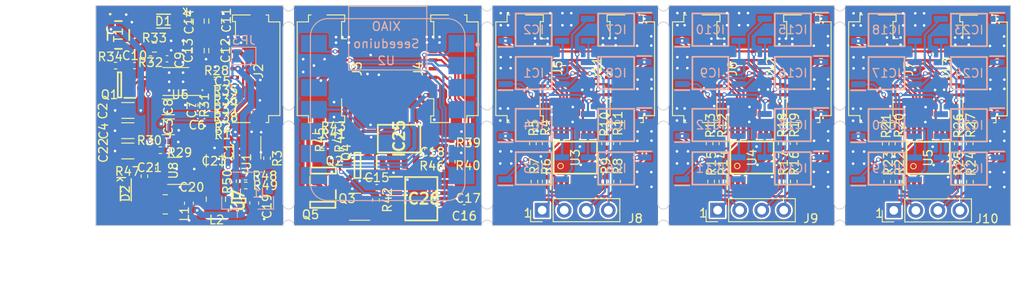
<source format=kicad_pcb>
(kicad_pcb (version 20240108) (generator "pcbnew") (generator_version "8.0")
  (layers (0 "F.Cu" signal) (31 "B.Cu" signal) (34 "B.Paste" user) (35 "F.Paste" user) (36 "B.SilkS" user "B.Silkscreen") (37 "F.SilkS" user "F.Silkscreen") (38 "B.Mask" user) (39 "F.Mask" user) (44 "Edge.Cuts" user))
  (net 0 "")
  (net 1 "GND")
  (net 2 "/SR_PhotoSW_4ch_out/CH1")
  (net 3 "/SR_PhotoSW_4ch_out/CH2")
  (net 4 "/SR_PhotoSW_4ch_out/CH3")
  (net 5 "/SR_PhotoSW_4ch_out/CH4")
  (net 6 "/SR_PhotoSW_4ch_out1/CH1")
  (net 7 "/SR_PhotoSW_4ch_out1/CH2")
  (net 8 "/SR_PhotoSW_4ch_out1/CH3")
  (net 9 "/SR_PhotoSW_4ch_out1/CH4")
  (net 10 "/SR_PhotoSW_4ch_out2/CH1")
  (net 11 "/SR_PhotoSW_4ch_out2/CH2")
  (net 12 "/SR_PhotoSW_4ch_out2/CH3")
  (net 13 "/SR_PhotoSW_4ch_out2/CH4")
  (net 14 "dcdc_usb_5V")
  (net 15 "dcdc_5V")
  (net 16 "CLR")
  (net 17 "SCK")
  (net 18 "RCK")
  (net 19 "DI")
  (net 20 "/SR_PhotoSW_4ch_out/SR1Q1")
  (net 21 "/SR_PhotoSW_4ch_out/SR1Q2")
  (net 22 "/SR_PhotoSW_4ch_out/SR1Q3")
  (net 23 "/SR_PhotoSW_4ch_out/SR1Q4")
  (net 24 "/SR_PhotoSW_4ch_out/SR1Q5")
  (net 25 "/SR_PhotoSW_4ch_out/SR1Q6")
  (net 26 "/SR_PhotoSW_4ch_out/SR1Q7")
  (net 27 "/SR_PhotoSW_4ch_out/SR1Q8")
  (net 28 "/SR_PhotoSW_4ch_out1/SR1Q1")
  (net 29 "/SR_PhotoSW_4ch_out1/SR1Q2")
  (net 30 "/SR_PhotoSW_4ch_out1/SR1Q3")
  (net 31 "/SR_PhotoSW_4ch_out1/SR1Q4")
  (net 32 "/SR_PhotoSW_4ch_out1/SR1Q5")
  (net 33 "/SR_PhotoSW_4ch_out1/SR1Q6")
  (net 34 "/SR_PhotoSW_4ch_out1/SR1Q7")
  (net 35 "/SR_PhotoSW_4ch_out1/SR1Q8")
  (net 36 "/SR_PhotoSW_4ch_out2/SR1Q1")
  (net 37 "/SR_PhotoSW_4ch_out2/SR1Q2")
  (net 38 "/SR_PhotoSW_4ch_out2/SR1Q3")
  (net 39 "/SR_PhotoSW_4ch_out2/SR1Q4")
  (net 40 "/SR_PhotoSW_4ch_out2/SR1Q5")
  (net 41 "/SR_PhotoSW_4ch_out2/SR1Q6")
  (net 42 "/SR_PhotoSW_4ch_out2/SR1Q7")
  (net 43 "/SR_PhotoSW_4ch_out2/SR1Q8")
  (net 44 "dcdc_150V")
  (net 45 "sw1_gnd")
  (net 46 "sw1_vcc")
  (net 47 "sw2_gnd")
  (net 48 "sw2_vcc")
  (net 49 "sw3_gnd")
  (net 50 "sw3_vcc")
  (net 51 "sw1_clr")
  (net 52 "sw1_sck")
  (net 53 "sw1_rck")
  (net 54 "sw1_di")
  (net 55 "sw1_5v")
  (net 56 "sw1_do")
  (net 57 "sw2_clr")
  (net 58 "sw2_sck")
  (net 59 "sw2_rck")
  (net 60 "sw2_di")
  (net 61 "sw2_5v")
  (net 62 "sw_do")
  (net 63 "sw3_clr")
  (net 64 "sw3_sck")
  (net 65 "sw3_rck")
  (net 66 "sw3_di")
  (net 67 "sw3_5v")
  (net 68 "sw3_do")
  (net 69 "CUR_OUT")
  (net 70 "Vbat")
  (net 71 "dcdc_3V3")
  (net 72 "5V")
  (net 73 "CUR_vol")
  (net 74 "/vol_to_curr/2V")
  (net 75 "3V3")
  (net 76 "bat_vol")
  (net 77 "usb_5V")
  (net 78 "dcdc_bat_vol")
  (net 79 "/dcdc_bat_to_3v3_5v/PG_3V3")
  (net 80 "/dcdc_5v_to_100V/Rsense")
  (net 81 "/dcdc_5v_to_100V/Sense")
  (net 82 "/dcdc_bat_to_3v3_5v/dcdc_3V3_SW")
  (net 83 "GNDA")
  (net 84 "Net-(U6-SS)")
  (net 85 "Net-(U6-VC)")
  (net 86 "Net-(D1-A)")
  (net 87 "Net-(D2-A)")
  (net 88 "Net-(IC1-A)")
  (net 89 "Net-(IC2-A)")
  (net 90 "Net-(IC3-A)")
  (net 91 "Net-(IC4-A)")
  (net 92 "Net-(IC5-A)")
  (net 93 "Net-(IC6-A)")
  (net 94 "Net-(IC7-A)")
  (net 95 "Net-(IC8-A)")
  (net 96 "Net-(IC9-A)")
  (net 97 "Net-(IC10-A)")
  (net 98 "Net-(IC11-A)")
  (net 99 "Net-(IC12-A)")
  (net 100 "Net-(IC13-A)")
  (net 101 "Net-(IC14-A)")
  (net 102 "Net-(IC15-A)")
  (net 103 "Net-(IC16-A)")
  (net 104 "Net-(IC17-A)")
  (net 105 "Net-(IC18-A)")
  (net 106 "Net-(IC19-A)")
  (net 107 "Net-(IC20-A)")
  (net 108 "Net-(IC21-A)")
  (net 109 "Net-(IC22-A)")
  (net 110 "Net-(IC23-A)")
  (net 111 "Net-(IC24-A)")
  (net 112 "Net-(U6-GATE)")
  (net 113 "Net-(Q2-B)")
  (net 114 "Net-(Q2-E)")
  (net 115 "Net-(Q4-E)")
  (net 116 "Net-(Q5-E)")
  (net 117 "Net-(U1-PROG)")
  (net 118 "Net-(U6-RT)")
  (net 119 "Net-(U6-~{SHDN}{slash}UVLO)")
  (net 120 "Net-(U6-FBX)")
  (net 121 "unconnected-(U2-PA5_A9_D9_MISO-Pad10)")
  (net 122 "Net-(C6-Pad1)")
  (net 123 "Net-(C10-Pad1)")
  (net 124 "Net-(Q3-G)")
  (net 125 "DAC_SCK")
  (net 126 "DAC_MOSI")
  (net 127 "DAC_nCS")
  (net 128 "dcdc_EN_150V")
  (net 129 "150V")
  (net 130 "EN_150V")
  (net 131 "Net-(C21-Pad1)")
  (net 132 "Net-(IC25-VOUT)")
  (net 133 "Net-(IC26A--)")
  (net 134 "Net-(IC26C-+)")
  (net 135 "Net-(IC26D--)")
  (net 136 "Net-(IC26B--)")
  (net 137 "Net-(IC26D-+)")
  (net 138 "Net-(R35-Pad1)")
  (net 139 "Net-(R36-Pad1)")
  (net 140 "Net-(U7-FB)")
  (net 141 "/dcdc_5v_to_100V/dcdc_150V_SW")
  (footprint "Resistor_SMD:R_0402_1005Metric" (layer "F.Cu") (at 90.9 87.7 -90)
    (property "Reference" "R31")
    (property "Value" "6.8k")
  )
  (footprint "Resistor_SMD:R_0402_1005Metric" (layer "F.Cu") (at 169.7588 92.1452 -90)
    (property "Reference" "R21")
    (property "Value" "330")
  )
  (footprint "DL:SOT96P237X111-3N" (layer "F.Cu") (at 104.9 99.2 -90)
    (property "Reference" "Q5")
    (property "Value" "MMBTA92LT1G" (hide yes))
  )
  (footprint "Resistor_SMD:R_0402_1005Metric" (layer "F.Cu") (at 178.0646 92.1319 -90)
    (property "Reference" "R26")
    (property "Value" "330")
  )
  (footprint "Resistor_SMD:R_0402_1005Metric" (layer "F.Cu") (at 117 94.7 90)
    (property "Reference" "R46")
    (property "Value" "100")
  )
  (footprint "SamacSys_Parts:SOTFL50P160X60-6N" (layer "F.Cu") (at 95.2113 98.7044 90)
    (property "Reference" "U7")
    (property "Value" "XPS62A01DRLR" (hide yes))
  )
  (footprint "Package_TO_SOT_SMD:SOT-23-5" (layer "F.Cu") (at 96.2 93.1 -90)
    (property "Reference" "U1")
    (property "Value" "MCP73812T-420I-OT")
  )
  (footprint "Resistor_SMD:R_0402_1005Metric" (layer "F.Cu") (at 92.7 90.2 180)
    (property "Reference" "R2")
    (property "Value" "100k")
  )
  (footprint "Capacitor_SMD:C_0805_2012Metric" (layer "F.Cu") (at 90.5 78 90)
    (property "Reference" "C14")
    (property "Value" "100nF")
  )
  (footprint "Resistor_SMD:R_0402_1005Metric" (layer "F.Cu") (at 92.7 86.1)
    (property "Reference" "R35")
    (property "Value" "499k")
  )
  (footprint "Resistor_SMD:R_0402_1005Metric" (layer "F.Cu") (at 104.9 92.3 180)
    (property "Reference" "R45")
    (property "Value" "30k")
  )
  (footprint "Resistor_SMD:R_0402_1005Metric" (layer "F.Cu") (at 169.9366 96.5394 -90)
    (property "Reference" "R23")
    (property "Value" "330")
  )
  (footprint "Connector_FFC-FPC:Molex_200528-0070_1x07-1MP_P1.00mm_Horizontal" (layer "F.Cu") (at 149.491 83.4986 -90)
    (property "Reference" "J6")
    (property "Value" "Conn_01x07_Pin")
  )
  (footprint "Package_SO:MSOP-10-1EP_3x3mm_P0.5mm_EP1.68x1.88mm" (layer "F.Cu") (at 87.9738 84.97 180)
    (property "Reference" "U6")
    (property "Value" "LT3757AEMSE")
  )
  (footprint "Package_TO_SOT_SMD:SOT-23-5" (layer "F.Cu") (at 87.8125 95.2875 180)
    (property "Reference" "U8")
    (property "Value" "TPS613222ADBV")
  )
  (footprint "Resistor_SMD:R_0402_1005Metric" (layer "F.Cu") (at 111.025 98.65 90)
    (property "Reference" "R42")
    (property "Value" "1k3")
  )
  (footprint "Connector_FFC-FPC:Molex_200528-0070_1x07-1MP_P1.00mm_Horizontal" (layer "F.Cu") (at 118.5044 83.4986 90)
    (property "Reference" "J4")
    (property "Value" "Conn_01x07_Pin")
  )
  (footprint "Connector_FFC-FPC:Molex_200528-0070_1x07-1MP_P1.00mm_Horizontal" (layer "F.Cu") (at 179.4644 83.524 90)
    (property "Reference" "J13")
    (property "Value" "Conn_01x07_Pin")
  )
  (footprint "Capacitor_SMD:C_1206_3216Metric" (layer "F.Cu") (at 82.4375 90.65 180)
    (property "Reference" "C4")
    (property "Value" "47uF")
  )
  (footprint "Resistor_SMD:R_0402_1005Metric" (layer "F.Cu") (at 87.1 91.9)
    (property "Reference" "R30")
    (property "Value" "240k")
  )
  (footprint "Resistor_SMD:R_0402_1005Metric" (layer "F.Cu") (at 92.5 84.1 180)
    (property "Reference" "R28")
    (property "Value" "130k(100kHz)")
  )
  (footprint "SamacSys_Parts:SOD2512X110N" (layer "F.Cu") (at 82.2 97.9 -90)
    (property "Reference" "D2")
    (property "Value" "NSVR1020MW2T1G" (hide yes))
  )
  (footprint "Resistor_SMD:R_0402_1005Metric" (layer "F.Cu") (at 157.7954 96.514 -90)
    (property "Reference" "R17")
    (property "Value" "330")
  )
  (footprint "Connector_PinHeader_2.54mm:PinHeader_1x04_P2.54mm_Vertical" (layer "F.Cu") (at 170.688 99.8474 90)
    (property "Reference" "J10")
    (property "Value" "Conn_01x04_Pin")
  )
  (footprint "Resistor_SMD:R_0603_1608Metric" (layer "F.Cu") (at 85.4964 81.0514 180)
    (property "Reference" "R33")
    (property "Value" "0.02")
  )
  (footprint "DL:ATB3225150110T000" (layer "F.Cu") (at 81.35 79.6 -90)
    (property "Reference" "T1")
    (property "Value" "ATB322515-0110-T000" (hide yes))
  )
  (footprint "Resistor_SMD:R_0402_1005Metric" (layer "F.Cu") (at 179.4616 96.5394 -90)
    (property "Reference" "R24")
    (property "Value" "330")
  )
  (footprint "Resistor_SMD:R_0402_1005Metric" (layer "F.Cu") (at 129.286 96.52 -90)
    (property "Reference" "R7")
    (property "Value" "330")
  )
  (footprint "Resistor_SMD:R_0402_1005Metric" (layer "F.Cu") (at 149.4642 92.1198 -90)
    (property "Reference" "R13")
    (property "Value" "330")
  )
  (footprint "DL:RF081MM2STR" (layer "F.Cu") (at 86.55 78 -90)
    (property "Reference" "D1")
    (property "Value" "RF081MM2STR" (hide yes))
  )
  (footprint "Capacitor_SMD:C_1206_3216Metric" (layer "F.Cu") (at 92.3798 94.107 90)
    (property "Reference" "C23")
    (property "Value" "47uF")
  )
  (footprint "Connector_FFC-FPC:Molex_200528-0070_1x07-1MP_P1.00mm_Horizontal" (layer "F.Cu") (at 138.8244 83.4986 90)
    (property "Reference" "J11")
    (property "Value" "Conn_01x07_Pin")
  )
  (footprint "Resistor_SMD:R_0402_1005Metric" (layer "F.Cu") (at 103.85 91.35 180)
    (property "Reference" "R41")
    (property "Value" "1k")
  )
  (footprint "Capacitor_SMD:C_0402_1005Metric" (layer "F.Cu") (at 121.2 100.5 180)
    (property "Reference" "C16")
    (property "Value" "100nF")
  )
  (footprint "Resistor_SMD:R_0402_1005Metric" (layer "F.Cu") (at 94.55 96.475 90)
    (property "Reference" "R50")
    (property "Value" "499k")
  )
  (footprint "Resistor_SMD:R_0402_1005Metric" (layer "F.Cu") (at 96.025 96.975)
    (property "Reference" "R49")
    (property "Value" "100k")
  )
  (footprint "Capacitor_SMD:C_1206_3216Metric" (layer "F.Cu") (at 87.1 90.2)
    (property "Reference" "C3")
    (property "Value" "47uF")
  )
  (footprint "Capacitor_SMD:C_1206_3216Metric" (layer "F.Cu") (at 82.45 88.3125 180)
    (property "Reference" "C2")
    (property "Value" "47uF")
  )
  (footprint "Resistor_SMD:R_0402_1005Metric" (layer "F.Cu") (at 92.7 87.1 180)
    (property "Reference" "R36")
    (property "Value" "499k")
  )
  (footprint "Resistor_SMD:R_0402_1005Metric" (layer "F.Cu") (at 171.232 92.1319 -90)
    (property "Reference" "R20")
    (property "Value" "330")
  )
  (footprint "SamacSys_Parts:SOIC127P600X175-8N" (layer "F.Cu") (at 113.695 91.561 90)
    (property "Reference" "IC25")
    (property "Value" "DAC8830ID" (hide yes))
  )
  (footprint "Resistor_SMD:R_0402_1005Metric" (layer "F.Cu") (at 119.75 92.29 90)
    (property "Reference" "R39")
    (property "Value" "300k")
  )
  (footprint "Capacitor_SMD:C_0402_1005Metric" (layer "F.Cu") (at 83.2072 83.14)
    (property "Reference" "C10")
    (property "Value" "220pF")
  )
  (footprint "Capacitor_SMD:C_0402_1005Metric" (layer "F.Cu") (at 117 92.75 -90)
    (property "Reference" "C18")
    (property "Value" "1nF")
  )
  (footprint "DL:SOP65P640X110-16N" (layer "F.Cu") (at 174.6473 93.7708 90)
    (property "Reference" "U5")
    (property "Value" "74AHCT595" (hide yes))
  )
  (footprint "Resistor_SMD:R_0402_1005Metric" (layer "F.Cu") (at 130.5814 92.1125 -90)
    (property "Reference" "R4")
    (property "Value" "330")
  )
  (footprint "Connector_FFC-FPC:Molex_200528-0070_1x07-1MP_P1.00mm_Horizontal" (layer "F.Cu") (at 106.25 83.5 -90)
    (property "Reference" "J3")
    (property "Value" "Conn_01x07_Pin")
  )
  (footprint "DL:SOT96P237X111-3N" (layer "F.Cu") (at 108.9 94.65 180)
    (property "Reference" "Q4")
    (property "Value" "MMBTA92LT1G" (hide yes))
  )
  (footprint "Resistor_SMD:R_0402_1005Metric" (layer "F.Cu") (at 138.811 96.52 -90)
    (property "Reference" "R8")
    (property "Value" "330")
  )
  (footprint "Connector_PinHeader_2.54mm:PinHeader_1x04_P2.54mm_Vertical" (layer "F.Cu") (at 130.175 99.822 90)
    (property "Reference" "J8")
    (property "Value" "Conn_01x04_Pin")
  )
  (footprint "DL:SOP65P640X110-16N" (layer "F.Cu") (at 154.3527 93.7454 90)
    (property "Reference" "U4")
    (property "Value" "74AHCT595" (hide yes))
  )
  (footprint "Resistor_SMD:R_0402_1005Metric" (layer "F.Cu") (at 86.1912 92.9)
    (property "Reference" "R29")
    (property "Value" "100k")
  )
  (footprint "Resistor_SMD:R_0402_1005Metric" (layer "F.Cu") (at 179.4362 92.1198 -90)
    (property "Reference" "R27")
    (property "Value" "330")
  )
  (footprint "Capacitor_SMD:C_0402_1005Metric" (layer "F.Cu") (at 90.4 89.15 180)
    (property "Reference" "C6")
    (property "Value" "22nF")
  )
  (footprint "Resistor_SMD:R_0402_1005Metric" (layer "F.Cu") (at 150.9374 96.514 -90)
    (property "Reference" "R14")
    (property "Value" "330")
  )
  (footprint "Resistor_SMD:R_0402_1005Metric" (layer "F.Cu") (at 85.05 82.4)
    (property "Reference" "R32")
    (property "Value" "22")
  )
  (footprint "Capacitor_SMD:C_0805_2012Metric" (layer "F.Cu") (at 90.5 81.4 -90)
    (property "Reference" "C13")
    (property "Value" "100nF")
  )
  (footprint "Resistor_SMD:R_0402_1005Metric" (layer "F.Cu") (at 106.8 92.3 180)
    (property "Reference" "R44")
    (property "Value" "1M")
  )
  (footprint "Capacitor_SMD:C_0603_1608Metric" (layer "F.Cu") (at 97 99 90)
    (property "Reference" "C19")
    (property "Value" "4.7uF")
  )
  (footprint "Inductor_SMD:L_1008_2520Metric" (layer "F.Cu") (at 86.75 99.15 180)
    (property "Reference" "L1")
    (property "Value" "4.7uH")
  )
  (footprint "Connector_FFC-FPC:Molex_200528-0070_1x07-1MP_P1.00mm_Horizontal" (layer "F.Cu") (at 169.7856 83.4926 -90)
    (property "Reference" "J7")
    (property "Value" "Conn_01x07_Pin")
  )
  (footprint "Resistor_SMD:R_0402_1005Metric" (layer "F.Cu") (at 178.09 96.5394 -90)
    (property "Reference" "R25")
    (property "Value" "330")
  )
  (footprint "Capacitor_SMD:C_0805_2012Metric" (layer "F.Cu") (at 92.5 81.4 -90)
    (property "Reference" "C12")
    (property "Value" "100nF")
  )
  (footprint "Capacitor_SMD:C_0402_1005Metric" (layer "F.Cu") (at 111.125 97.225)
    (property "Reference" "C15")
    (property "Value" "100nF")
  )
  (footprint "Resistor_SMD:R_0402_1005Metric" (layer "F.Cu") (at 150.9374 92.1065 -90)
    (property "Reference" "R12")
    (property "Value" "330")
  )
  (footprint "Resistor_SMD:R_0402_1005Metric" (layer "F.Cu") (at 106.125 91.35)
    (property "Reference" "R43")
    (property "Value" "100")
  )
  (footprint "Resistor_SMD:R_0402_1005Metric" (layer "F.Cu") (at 92.7 88.1)
    (property "Reference" "R37")
    (property "Value" "499k")
  )
  (footprint "Resistor_SMD:R_0402_1005Metric" (layer "F.Cu") (at 81.0228 83.14)
    (property "Reference" "R34")
    (property "Value" "22")
  )
  (footprint "Connector_FFC-FPC:Molex_200528-0070_1x07-1MP_P1.00mm_Horizontal" (layer "F.Cu") (at 95.66 83.5 90)
    (property "Reference" "J2")
    (property "Value" "Conn_01x07_Pin")
  )
  (footprint "Package_TO_SOT_SMD:SOT-23" (layer "F.Cu") (at 108.625 99.425 180)
    (property "Reference" "Q3")
    (property "Value" "DMN30H4D0L")
  )
  (footprint "Capacitor_SMD:C_0402_1005Metric" (layer "F.Cu") (at 94.025 93.775 -90)
    (property "Reference" "C1")
    (property "Value" "1nF")
  )
  (footprint "DL:SOT96P237X111-3N" (layer "F.Cu") (at 104.95 95.25 90)
    (property "Reference" "Q2")
    (property "Value" "MMBTA92LT1G" (hide yes))
  )
  (footprint "Resistor_SMD:R_0402_1005Metric" (layer "F.Cu") (at 92.7 89.1)
    (property "Reference" "R38")
    (property "Value" "16k")
  )
  (footprint "Capacitor_SMD:C_1206_3216Metric" (layer "F.Cu") (at 82.4375 92.99 180)
    (property "Reference" "C22")
    (property "Value" "47uF")
  )
  (footprint "Connector_FFC-FPC:Molex_200528-0070_1x07-1MP_P1.00mm_Horizontal" (layer "F.Cu") (at 159.1698 83.4986 90)
    (property "Reference" "J12")
    (property "Value" "Conn_01x07_Pin")
  )
  (footprint "Resistor_SMD:R_0402_1005Metric" (layer "F.Cu") (at 137.4394 96.52 -90)
    (property "Reference" "R9")
    (property "Value" "330")
  )
  (footprint "Resistor_SMD:R_0402_1005Metric" (layer "F.Cu") (at 159.167 96.514 -90)
    (property "Reference" "R16")
    (property "Value" "330")
  )
  (footprint "Resistor_SMD:R_0402_1005Metric" (layer "F.Cu") (at 138.7856 92.1004 -90)
    (property "Reference" "R11")
    (property "Value" "330")
  )
  (footprint "Connector_FFC-FPC:Molex_200528-0070_1x07-1MP_P1.00mm_Horizontal" (layer "F.Cu") (at 129.1336 83.5 -90)
    (property "Reference" "J5")
    (property "Value" "Conn_01x07_Pin")
  )
  (footprint "Resistor_SMD:R_0402_1005Metric" (layer "F.Cu") (at 84.35 95.9025 -90)
    (property "Reference" "R47")
    (property "Value" "22")
  )
  (footprint "Capacitor_SMD:C_1206_3216Metric" (layer "F.Cu") (at 87.1 87.9)
    (property "Reference" "C8")
    (property "Value" "47uF")
  )
  (footprint "Capacitor_SMD:C_0402_1005Metric" (layer "F.Cu") (at 86.95 82.35)
    (property "Reference" "C9")
    (property "Value" "10nF")
  )
  (footprint "Resistor_SMD:R_0402_1005Metric" (layer "F.Cu") (at 130.5814 96.52 -90)
    (property "Reference" "R6")
    (property "Value" "330")
  )
  (footprint "Resistor_SMD:R_0402_1005Metric" (layer "F.Cu") (at 92.7 91.2 180)
    (property "Reference" "R1")
    (property "Value" "100k")
  )
  (footprint "SamacSys_Parts:SOP65P640X120-14N" (layer "F.Cu") (at 116.25 98.5)
    (property "Reference" "IC26")
    (property "Value" "OPA4205APWT" (hide yes))
  )
  (footprint "Resistor_SMD:R_0402_1005Metric" (layer "F.Cu") (at 157.77 92.1065 -90)
    (property "Reference" "R18")
    (property "Value" "330")
  )
  (footprint "Capacitor_SMD:C_0402_1005Metric" (layer "F.Cu") (at 92.5 85.1)
    (property "Reference" "C5")
    (property "Value" "0.1uF")
  )
  (footprint "Resistor_SMD:R_0402_1005Metric" (layer "F.Cu") (at 159.1416 92.0944 -90)
    (property "Reference" "R19")
    (property "Value" "330")
  )
  (footprint "Inductor_SMD:L_1008_2520Metric" (layer "F.Cu") (at 92.583 98.552 90)
    (property "Reference" "L2")
    (property "Value" "1uH")
  )
  (footprint "Connector_PinHeader_2.54mm:PinHeader_1x04_P2.54mm_Vertical" (layer "F.Cu") (at 150.3934 99.822 90)
    (property "Reference" "J9")
    (property "Value" "Conn_01x04_Pin")
  )
  (footprint "Resistor_SMD:R_0402_1005Metric" (layer "F.Cu") (at 96 95.95)
    (property "Reference" "R48")
    (property "Value" "453k")
  )
  (footprint "Resistor_SMD:R_0402_1005Metric" (layer "F.Cu") (at 137.414 92.1125 -90)
    (property "Reference" "R10")
    (property "Value" "330")
  )
  (footprint "Resistor_SMD:R_0402_1005Metric" (layer "F.Cu") (at 149.642 96.514 -90)
    (property "Reference" "R15")
    (property "Value" "330")
  )
  (footprint "Resistor_SMD:R_0402_1005Metric" (layer "F.Cu") (at 129.1082 92.1258 -90)
    (property "Reference" "R5")
    (property "Value" "330")
  )
  (footprint "Capacitor_SMD:C_0805_2012Metric" (layer "F.Cu") (at 92.5 78 90)
    (property "Reference" "C11")
    (property "Value" "100nF")
  )
  (footprint "Resistor_SMD:R_0402_1005Metric" (layer "F.Cu") (at 119.75 94.24 -90)
    (property "Reference" "R40")
    (property "Value" "200k")
  )
  (footprint "Capacitor_SMD:C_0402_1005Metric" (layer "F.Cu") (at 89.9 87.7 -90)
    (property "Reference" "C7")
    (property "Value" "100pF")
  )
  (footprint "Resistor_SMD:R_0402_1005Metric" (layer "F.Cu") (at 171.232 96.5394 -90)
    (property "Reference" "R22")
    (property "Value" "330")
  )
  (footprint "DL:SOP65P640X110-16N" (layer "F.Cu") (at 133.9967 93.7514 90)
    (property "Reference" "U3")
    (property "Value" "74AHCT595" (hide yes))
  )
  (footprint "Capacitor_SMD:C_0402_1005Metric" (layer "F.Cu") (at 85.29 95.0125 90)
    (property "Reference" "C21")
    (property "Value" "120pF")
  )
  (footprint "DL:SOT95P280X100-3N" (layer "F.Cu") (at 81.48 85.36 180)
    (property "Reference" "Q1")
    (property "Value" "RSR030N06TL" (hide yes))
  )
  (footprint "Capacitor_SMD:C_0402_1005Metric" (layer "F.Cu") (at 121.2 99.55 180)
    (property "Reference" "C17")
    (property "Value" "10uF")
  )
  (footprint "Capacitor_SMD:C_0603_1608Metric" (layer "F.Cu") (at 89.475 99.025 90)
    (property "Reference" "C20")
    (property "Value" "4.7uF")
  )
  (footprint "Resistor_SMD:R_0402_1005Metric" (layer "F.Cu") (at 98.475 93.825 90)
    (property "Reference" "R3")
    (property "Value" "10k")
  )
  (footprint "DL:SOP254P700X220-4N" (layer "B.Cu") (at 159.056 89.994 180)
    (property "Reference" "IC13")
    (property "Value" "TLP188_TPL,E" (hide yes))
  )
  (footprint "DL:SOP254P700X220-4N" (layer "B.Cu") (at 159.056 83.994 180)
    (property "Reference" "IC16")
    (property "Value" "TLP188_TPL,E" (hide yes))
  )
  (footprint "DL:SOP254P700X220-4N" (layer "B.Cu") (at 138.7 95 180)
    (property "Reference" "IC6")
    (property "Value" "TLP188_TPL,E" (hide yes))
  )
  (footprint "DL:SOP254P700X220-4N" (layer "B.Cu") (at 149.556 83.994)
    (property "Reference" "IC9")
    (property "Value" "TLP188_TPL,E" (hide yes))
  )
  (footprint "DL:SOP254P700X220-4N" (layer "B.Cu") (at 169.8506 79.0194)
    (property "Reference" "IC18")
    (property "Value" "TLP188_TPL,E" (hide yes))
  )
  (footprint "DL:SOP254P700X220-4N" (layer "B.Cu") (at 159.056 78.994 180)
    (property "Reference" "IC15")
    (property "Value" "TLP188_TPL,E" (hide yes))
  )
  (footprint "Jumper:SolderJumper-2_P1.3mm_Open_TrianglePad1.0x1.5mm" (layer "B.Cu") (at 95.7834 82.0166 180)
    (property "Reference" "JP3")
    (property "Value" "Jumper_2_Open")
  )
  (footprint "DL:SOP254P700X220-4N" (layer "B.Cu") (at 138.7 90 180)
    (property "Reference" "IC5")
    (property "Value" "TLP188_TPL,E" (hide yes))
  )
  (footprint "DL:SOP254P700X220-4N" (layer "B.Cu") (at 159.056 94.994 180)
    (property "Reference" "IC14")
    (property "Value" "TLP188_TPL,E" (hide yes))
  )
  (footprint "DL:SOP254P700X220-4N" (layer "B.Cu") (at 138.7 84 180)
    (property "Reference" "IC8")
    (property "Value" "TLP188_TPL,E" (hide yes))
  )
  (footprint "DL:SOP254P700X220-4N" (layer "B.Cu") (at 149.556 94.994)
    (property "Reference" "IC11")
    (property "Value" "TLP188_TPL,E" (hide yes))
  )
  (footprint "DL:SOP254P700X220-4N" (layer "B.Cu") (at 129.2 84)
    (property "Reference" "IC1")
    (property "Value" "TLP188_TPL,E" (hide yes))
  )
  (footprint "Connector_JST:JST_GH_SM02B-GHS-TB_1x02-1MP_P1.25mm_Horizontal" (layer "B.Cu") (at 96.2406 97.9932)
    (property "Reference" "J1")
    (property "Value" "Conn_01x02_Pin")
  )
  (footprint "DL:SOP254P700X220-4N" (layer "B.Cu") (at 129.2 90)
    (property "Reference" "IC4")
    (property "Value" "TLP188_TPL,E" (hide yes))
  )
  (footprint "DL:SOP254P700X220-4N" (layer "B.Cu") (at 129.2 79)
    (property "Reference" "IC2")
    (property "Value" "TLP188_TPL,E" (hide yes))
  )
  (footprint "DL:SOP254P700X220-4N" (layer "B.Cu") (at 179.3506 79.0194 180)
    (property "Reference" "IC23")
    (property "Value" "TLP188_TPL,E" (hide yes))
  )
  (footprint "DL:SOP254P700X220-4N" (layer "B.Cu") (at 149.556 78.994)
    (property "Reference" "IC10")
    (property "Value" "TLP188_TPL,E" (hide yes))
  )
  (footprint "DL:SOP254P700X220-4N" (layer "B.Cu") (at 179.3506 90.0194 180)
    (property "Reference" "IC21")
    (property "Value" "TLP188_TPL,E" (hide yes))
  )
  (footprint "DL:SOP254P700X220-4N" (layer "B.Cu") (at 169.8506 90.0194)
    (property "Reference" "IC20")
    (property "Value" "TLP188_TPL,E" (hide yes))
  )
  (footprint "DL:SOP254P700X220-4N" (layer "B.Cu") (at 179.3506 84.0194 180)
    (property "Reference" "IC24")
    (property "Value" "TLP188_TPL,E" (hide yes))
  )
  (footprint "Seeed Studio XIAO Series Library:XIAO-nRF52840-Sense-14P-2.54-21X17.8MM)_onlyPins" (layer "B.Cu") (at 112.377 88.212015 180)
    (property "Reference" "U2")
    (property "Value" "SeeeduinoXIAO_onlyPinHeader" (hide yes))
  )
  (footprint "DL:SOP254P700X220-4N" (layer "B.Cu") (at 169.8506 84.0194)
    (property "Reference" "IC17")
    (property "Value" "TLP188_TPL,E" (hide yes))
  )
  (footprint "DL:SOP254P700X220-4N" (layer "B.Cu") (at 129.2 95)
    (property "Reference" "IC3")
    (property "Value" "TLP188_TPL,E" (hide yes))
  )
  (footprint "DL:SOP254P700X220-4N" (layer "B.Cu") (at 149.556 89.994)
    (property "Reference" "IC12")
    (property "Value" "TLP188_TPL,E" (hide yes))
  )
  (footprint "DL:SOP254P700X220-4N" (layer "B.Cu") (at 169.8506 95.0194)
    (property "Reference" "IC19")
    (property "Value" "TLP188_TPL,E" (hide yes))
  )
  (footprint "DL:SOP254P700X220-4N" (layer "B.Cu") (at 138.7 79 180)
    (property "Reference" "IC7")
    (property "Value" "TLP188_TPL,E" (hide yes))
  )
  (footprint "DL:SOP254P700X220-4N" (layer "B.Cu") (at 179.3506 95.0194 180)
    (property "Reference" "IC22")
    (property "Value" "TLP188_TPL,E" (hide yes))
  )
  (gr_arc (start 100.33 90.17) (mid 100.965 89.535) (end 101.6 90.17) (stroke (width 0.1)) (layer "Edge.Cuts"))
  (gr_line (start 124.46 90.17) (end 124.46 99.06) (stroke (width 0.1)) (layer "Edge.Cuts"))
  (gr_arc (start 123.19 101.6) (mid 123.825 100.965) (end 124.46 101.6) (stroke (width 0.1)) (layer "Edge.Cuts"))
  (gr_line (start 143.51 90.17) (end 143.51 99.06) (stroke (width 0.1)) (layer "Edge.Cuts"))
  (gr_line (start 144.78 101.6) (end 163.83 101.6) (stroke (width 0.1)) (layer "Edge.Cuts"))
  (gr_arc (start 123.2154 78.74) (mid 123.8504 78.105) (end 124.4854 78.74) (stroke (width 0.1)) (layer "Edge.Cuts"))
  (gr_line (start 184.15 101.6) (end 165.1 101.6) (stroke (width 0.1)) (layer "Edge.Cuts"))
  (gr_arc (start 101.6 76.2) (mid 100.965 76.835) (end 100.33 76.2) (stroke (width 0.1)) (layer "Edge.Cuts"))
  (gr_line (start 100.33 76.2) (end 78.74 76.2) (stroke (width 0.1)) (layer "Edge.Cuts"))
  (gr_line (start 123.19 99.06) (end 123.19 90.17) (stroke (width 0.1)) (layer "Edge.Cuts"))
  (gr_arc (start 100.33 78.74) (mid 100.965 78.105) (end 101.6 78.74) (stroke (width 0.1)) (layer "Edge.Cuts"))
  (gr_arc (start 123.19 90.17) (mid 123.825 89.535) (end 124.46 90.17) (stroke (width 0.1)) (layer "Edge.Cuts"))
  (gr_line (start 78.74 101.6) (end 100.33 101.6) (stroke (width 0.1)) (layer "Edge.Cuts"))
  (gr_arc (start 124.46 87.63) (mid 123.825 88.265) (end 123.19 87.63) (stroke (width 0.1)) (layer "Edge.Cuts"))
  (gr_arc (start 163.83 78.74) (mid 164.465 78.105) (end 165.1 78.74) (stroke (width 0.1)) (layer "Edge.Cuts"))
  (gr_line (start 184.15 76.2) (end 184.15 101.6) (stroke (width 0.1)) (layer "Edge.Cuts"))
  (gr_arc (start 144.78 99.06) (mid 144.145 99.695) (end 143.51 99.06) (stroke (width 0.1)) (layer "Edge.Cuts"))
  (gr_line (start 123.2154 78.74) (end 123.19 87.63) (stroke (width 0.1)) (layer "Edge.Cuts"))
  (gr_arc (start 101.6 87.63) (mid 100.965 88.265) (end 100.33 87.63) (stroke (width 0.1)) (layer "Edge.Cuts"))
  (gr_line (start 163.83 76.2) (end 144.78 76.2) (stroke (width 0.1)) (layer "Edge.Cuts"))
  (gr_arc (start 144.78 87.63) (mid 144.145 88.265) (end 143.51 87.63) (stroke (width 0.1)) (layer "Edge.Cuts"))
  (gr_arc (start 124.46 99.06) (mid 123.825 99.695) (end 123.19 99.06) (stroke (width 0.1)) (layer "Edge.Cuts"))
  (gr_line (start 163.83 78.74) (end 163.83 87.63) (stroke (width 0.1)) (layer "Edge.Cuts"))
  (gr_arc (start 100.33 101.6) (mid 100.965 100.965) (end 101.6 101.6) (stroke (width 0.1)) (layer "Edge.Cuts"))
  (gr_arc (start 163.83 101.6) (mid 164.465 100.965) (end 165.1 101.6) (stroke (width 0.1)) (layer "Edge.Cuts"))
  (gr_line (start 165.1 90.17) (end 165.1 99.06) (stroke (width 0.1)) (layer "Edge.Cuts"))
  (gr_arc (start 143.51 101.6) (mid 144.145 100.965) (end 144.78 101.6) (stroke (width 0.1)) (layer "Edge.Cuts"))
  (gr_line (start 165.1 78.74) (end 165.1 87.63) (stroke (width 0.1)) (layer "Edge.Cuts"))
  (gr_line (start 144.78 78.74) (end 144.78 87.63) (stroke (width 0.1)) (layer "Edge.Cuts"))
  (gr_arc (start 101.6 99.06) (mid 100.965 99.695) (end 100.33 99.06) (stroke (width 0.1)) (layer "Edge.Cuts"))
  (gr_line (start 124.4854 78.74) (end 124.46 87.63) (stroke (width 0.1)) (layer "Edge.Cuts"))
  (gr_line (start 101.6 87.63) (end 101.6 78.74) (stroke (width 0.1)) (layer "Edge.Cuts"))
  (gr_arc (start 124.46 76.2) (mid 123.825 76.835) (end 123.19 76.2) (stroke (width 0.1)) (layer "Edge.Cuts"))
  (gr_line (start 101.6 101.6) (end 123.19 101.6) (stroke (width 0.1)) (layer "Edge.Cuts"))
  (gr_arc (start 165.1 76.2) (mid 164.465 76.835) (end 163.83 76.2) (stroke (width 0.1)) (layer "Edge.Cuts"))
  (gr_arc (start 165.1 87.63) (mid 164.465 88.265) (end 163.83 87.63) (stroke (width 0.1)) (layer "Edge.Cuts"))
  (gr_line (start 143.51 78.74) (end 143.51 87.63) (stroke (width 0.1)) (layer "Edge.Cuts"))
  (gr_line (start 143.51 76.2) (end 124.46 76.2) (stroke (width 0.1)) (layer "Edge.Cuts"))
  (gr_line (start 163.83 90.17) (end 163.83 99.06) (stroke (width 0.1)) (layer "Edge.Cuts"))
  (gr_arc (start 163.83 90.17) (mid 164.465 89.535) (end 165.1 90.17) (stroke (width 0.1)) (layer "Edge.Cuts"))
  (gr_line (start 123.19 76.2) (end 101.6 76.2) (stroke (width 0.1)) (layer "Edge.Cuts"))
  (gr_arc (start 143.51 90.17) (mid 144.145 89.535) (end 144.78 90.17) (stroke (width 0.1)) (layer "Edge.Cuts"))
  (gr_line (start 78.74 76.2) (end 78.74 101.6) (stroke (width 0.1)) (layer "Edge.Cuts"))
  (gr_line (start 184.15 76.2) (end 165.1 76.2) (stroke (width 0.1)) (layer "Edge.Cuts"))
  (gr_arc (start 143.51 78.74) (mid 144.145 78.105) (end 144.78 78.74) (stroke (width 0.1)) (layer "Edge.Cuts"))
  (gr_arc (start 144.78 76.2) (mid 144.145 76.835) (end 143.51 76.2) (stroke (width 0.1)) (layer "Edge.Cuts"))
  (gr_line (start 100.33 78.74) (end 100.33 87.63) (stroke (width 0.1)) (layer "Edge.Cuts"))
  (gr_arc (start 165.1 99.06) (mid 164.465 99.695) (end 163.83 99.06) (stroke (width 0.1)) (layer "Edge.Cuts"))
  (gr_line (start 101.6 90.17) (end 101.6 99.06) (stroke (width 0.1)) (layer "Edge.Cuts"))
  (gr_line (start 100.33 90.17) (end 100.33 99.06) (stroke (width 0.1)) (layer "Edge.Cuts"))
  (gr_line (start 124.46 101.6) (end 143.51 101.6) (stroke (width 0.1)) (layer "Edge.Cuts"))
  (gr_line (start 144.78 90.17) (end 144.78 99.06) (stroke (width 0.1)) (layer "Edge.Cuts"))
  (gr_text "1" (at 127.9398 100.7364 0) (layer "F.SilkS") (effects (font (size 1 1)) (justify left bottom)))
  (gr_text "1" (at 168.4528 100.7618 0) (layer "F.SilkS") (effects (font (size 1 1)) (justify left bottom)))
  (gr_text "1" (at 148.1582 100.7364 0) (layer "F.SilkS") (effects (font (size 1 1)) (justify left bottom)))
  (via (at 106.2 87.35) (size 0.5) (drill 0.3) (layers "F.Cu" "B.Cu") (net 1))
  (via (at 108.3 97.35) (size 0.5) (drill 0.3) (layers "F.Cu" "B.Cu") (net 1))
  (via (at 107.9 79.85) (size 0.5) (drill 0.3) (layers "F.Cu" "B.Cu") (net 1))
  (via (at 103.877 83.132015) (size 0.5) (drill 0.3) (layers "F.Cu" "B.Cu") (net 1))
  (via (at 111.3536 84.201) (size 0.5) (drill 0.3) (layers "F.Cu" "B.Cu") (net 1))
  (via (at 102.6414 82.3976) (size 0.5) (drill 0.3) (layers "F.Cu" "B.Cu") (net 1))
  (via (at 113.05 95.5) (size 0.5) (drill 0.3) (layers "F.Cu" "B.Cu") (net 1))
  (via (at 105.1052 82.3976) (size 0.5) (drill 0.3) (layers "F.Cu" "B.Cu") (net 1))
  (via (at 110.4 89.975) (size 0.5) (drill 0.3) (layers "F.Cu" "B.Cu") (net 1))
  (via (at 114.65 96.3) (size 0.5) (drill 0.3) (layers "F.Cu" "B.Cu") (net 1))
  (via (at 110.4138 81.915) (size 0.5) (drill 0.3) (layers "F.Cu" "B.Cu") (net 1))
  (via (at 106.426 80.4926) (size 0.5) (drill 0.3) (layers "F.Cu" "B.Cu") (net 1))
  (via (at 107.15 79.85) (size 0.5) (drill 0.3) (layers "F.Cu" "B.Cu") (net 1))
  (via (at 105.875 93.8) (size 0.5) (drill 0.3) (layers "F.Cu" "B.Cu") (net 1))
  (via (at 106.2 89.075) (size 0.5) (drill 0.3) (layers "F.Cu" "B.Cu") (net 1))
  (via (at 113 90) (size 0.5) (drill 0.3) (layers "F.Cu" "B.Cu") (net 1))
  (via (at 118.225 93.85) (size 0.5) (drill 0.3) (layers "F.Cu" "B.Cu") (net 1))
  (via (at 110.475 91.4) (size 0.5) (drill 0.3) (layers "F.Cu" "B.Cu") (net 1))
  (via (at 110.05 84.1) (size 0.5) (drill 0.3) (layers "F.Cu" "B.Cu") (net 1))
  (via (at 105.925 95.4) (size 0.5) (drill 0.3) (layers "F.Cu" "B.Cu") (net 1))
  (via (at 116.875 79.825) (size 0.5) (drill 0.3) (layers "F.Cu" "B.Cu") (net 1))
  (via (at 118.35 80.475) (size 0.5) (drill 0.3) (layers "F.Cu" "B.Cu") (net 1))
  (via (at 102.6414 83.8708) (size 0.5) (drill 0.3) (layers "F.Cu" "B.Cu") (net 1))
  (via (at 120.35 98.5) (size 0.5) (drill 0.3) (layers "F.Cu" "B.Cu") (net 1))
  (via (at 117.8 98.5) (size 0.5) (drill 0.3) (layers "F.Cu" "B.Cu") (net 1))
  (via (at 107.8992 80.4926) (size 0.5) (drill 0.3) (layers "F.Cu" "B.Cu") (net 1))
  (via (at 118.35 79.825) (size 0.5) (drill 0.3) (layers "F.Cu" "B.Cu") (net 1))
  (via (at 116.9 80.475) (size 0.5) (drill 0.3) (layers "F.Cu" "B.Cu") (net 1))
  (via (at 106.425 79.85) (size 0.5) (drill 0.3) (layers "F.Cu" "B.Cu") (net 1))
  (via (at 109.15 96.45) (size 0.5) (drill 0.3) (layers "F.Cu" "B.Cu") (net 1))
  (via (at 117.75 89.375) (size 0.5) (drill 0.3) (layers "F.Cu" "B.Cu") (net 1))
  (via (at 117.6 79.825) (size 0.5) (drill 0.3) (layers "F.Cu" "B.Cu") (net 1))
  (segment (start 132.955 82.73) (end 133.0752 82.8502) (width 0.25) (layer "B.Cu") (net 2))
  (segment (start 131.2672 90.982558) (end 130.2806 89.995958) (width 0.25) (layer "B.Cu") (net 2))
  (segment (start 130.923 99.074) (end 130.923 94.095841) (width 0.25) (layer "B.Cu") (net 2))
  (segment (start 131.2672 93.751641) (end 131.2672 90.982558) (width 0.25) (layer "B.Cu") (net 2))
  (segment (start 132.7742 84.218) (end 133.0752 83.917) (width 0.25) (layer "B.Cu") (net 2))
  (segment (start 130.205 85.156842) (end 131.143842 84.218) (width 0.25) (layer "B.Cu") (net 2))
  (segment (start 131.143842 84.218) (end 132.7742 84.218) (width 0.25) (layer "B.Cu") (net 2))
  (segment (start 132.536 80.344) (end 132.536 82.804) (width 0.25) (layer "B.Cu") (net 2))
  (segment (start 130.923 94.095841) (end 131.2672 93.751641) (width 0.25) (layer "B.Cu") (net 2))
  (segment (start 130.2806 86.8132) (end 130.205 86.7376) (width 0.25) (layer "B.Cu") (net 2))
  (segment (start 130.175 99.822) (end 130.923 99.074) (width 0.25) (layer "B.Cu") (net 2))
  (segment (start 133.0752 83.917) (end 133.0752 82.8502) (width 0.25) (layer "B.Cu") (net 2))
  (segment (start 132.45 82.73) (end 132.955 82.73) (width 0.25) (layer "B.Cu") (net 2))
  (segment (start 130.2806 89.995958) (end 130.2806 86.8132) (width 0.25) (layer "B.Cu") (net 2))
  (segment (start 130.205 86.7376) (end 130.205 85.156842) (width 0.25) (layer "B.Cu") (net 2))
  (segment (start 132.45 93.73) (end 131.822 93.73) (width 0.25) (layer "B.Cu") (net 3))
  (segment (start 131.3 98.407) (end 132.715 99.822) (width 0.25) (layer "B.Cu") (net 3))
  (segment (start 131.3 94.252) (end 131.3 98.407) (width 0.25) (layer "B.Cu") (net 3))
  (segment (start 132.484 91.266) (end 132.484 93.726) (width 0.25) (layer "B.Cu") (net 3))
  (segment (start 131.822 93.73) (end 131.3 94.252) (width 0.25) (layer "B.Cu") (net 3))
  (segment (start 137.418 94.9238) (end 137.418 97.659) (width 0.25) (layer "B.Cu") (net 4))
  (segment (start 137.418 97.659) (end 135.255 99.822) (width 0.25) (layer "B.Cu") (net 4))
  (segment (start 135.45 93.73) (end 136.2242 93.73) (width 0.25) (layer "B.Cu") (net 4))
  (segment (start 136.2242 93.73) (end 137.418 94.9238) (width 0.25) (layer "B.Cu") (net 4))
  (segment (start 135.45 91.266) (end 135.45 93.726) (width 0.25) (layer "B.Cu") (net 4))
  (segment (start 137.832412 84.289212) (end 137.832412 99.784588) (width 0.25) (layer "B.Cu") (net 5))
  (segment (start 136.2732 82.73) (end 137.832412 84.289212) (width 0.25) (layer "B.Cu") (net 5))
  (segment (start 135.502 82.678) (end 135.45 82.73) (width 0.25) (layer "B.Cu") (net 5))
  (segment (start 135.45 82.73) (end 136.2732 82.73) (width 0.25) (layer "B.Cu") (net 5))
  (segment (start 137.832412 99.784588) (end 137.795 99.822) (width 0.25) (layer "B.Cu") (net 5))
  (segment (start 135.502 80.344) (end 135.502 82.678) (width 0.25) (layer "B.Cu") (net 5))
  (segment (start 152.806 82.724) (end 153.311 82.724) (width 0.25) (layer "B.Cu") (net 6))
  (segment (start 150.6366 89.989958) (end 150.6366 86.8072) (width 0.25) (layer "B.Cu") (net 6))
  (segment (start 153.311 82.724) (end 153.4312 82.8442) (width 0.25) (layer "B.Cu") (net 6))
  (segment (start 151.6232 93.745641) (end 151.6232 90.976558) (width 0.25) (layer "B.Cu") (net 6))
  (segment (start 150.561 85.150842) (end 151.499842 84.212) (width 0.25) (layer "B.Cu") (net 6))
  (segment (start 150.6366 86.8072) (end 150.561 86.7316) (width 0.25) (layer "B.Cu") (net 6))
  (segment (start 153.4312 83.911) (end 153.4312 82.8442) (width 0.25) (layer "B.Cu") (net 6))
  (segment (start 150.531 99.816) (end 151.279 99.068) (width 0.25) (layer "B.Cu") (net 6))
  (segment (start 151.279 99.068) (end 151.279 94.089841) (width 0.25) (layer "B.Cu") (net 6))
  (segment (start 152.892 80.338) (end 152.892 82.798) (width 0.25) (layer "B.Cu") (net 6))
  (segment (start 151.279 94.089841) (end 151.6232 93.745641) (width 0.25) (layer "B.Cu") (net 6))
  (segment (start 153.1302 84.212) (end 153.4312 83.911) (width 0.25) (layer "B.Cu") (net 6))
  (segment (start 151.499842 84.212) (end 153.1302 84.212) (width 0.25) (layer "B.Cu") (net 6))
  (segment (start 151.6232 90.976558) (end 150.6366 89.989958) (width 0.25) (layer "B.Cu") (net 6))
  (segment (start 150.561 86.7316) (end 150.561 85.150842) (width 0.25) (layer "B.Cu") (net 6))
  (segment (start 152.178 93.724) (end 151.656 94.246) (width 0.25) (layer "B.Cu") (net 7))
  (segment (start 151.656 94.246) (end 151.656 98.401) (width 0.25) (layer "B.Cu") (net 7))
  (segment (start 151.656 98.401) (end 153.071 99.816) (width 0.25) (layer "B.Cu") (net 7))
  (segment (start 152.84 91.26) (end 152.84 93.72) (width 0.25) (layer "B.Cu") (net 7))
  (segment (start 152.806 93.724) (end 152.178 93.724) (width 0.25) (layer "B.Cu") (net 7))
  (segment (start 157.774 97.653) (end 155.611 99.816) (width 0.25) (layer "B.Cu") (net 8))
  (segment (start 155.806 93.724) (end 156.5802 93.724) (width 0.25) (layer "B.Cu") (net 8))
  (segment (start 157.774 94.9178) (end 157.774 97.653) (width 0.25) (layer "B.Cu") (net 8))
  (segment (start 156.5802 93.724) (end 157.774 94.9178) (width 0.25) (layer "B.Cu") (net 8))
  (segment (start 155.806 91.26) (end 155.806 93.72) (width 0.25) (layer "B.Cu") (net 8))
  (segment (start 155.858 80.338) (end 155.858 82.672) (width 0.25) (layer "B.Cu") (net 9))
  (segment (start 155.806 82.724) (end 156.6292 82.724) (width 0.25) (layer "B.Cu") (net 9))
  (segment (start 158.188412 99.778588) (end 158.151 99.816) (width 0.25) (layer "B.Cu") (net 9))
  (segment (start 158.188412 84.283212) (end 158.188412 99.778588) (width 0.25) (layer "B.Cu") (net 9))
  (segment (start 155.858 82.672) (end 155.806 82.724) (width 0.25) (layer "B.Cu") (net 9))
  (segment (start 156.6292 82.724) (end 158.188412 84.283212) (width 0.25) (layer "B.Cu") (net 9))
  (segment (start 173.1866 80.3634) (end 173.1866 82.8234) (width 0.25) (layer "B.Cu") (net 10))
  (segment (start 170.8556 86.757) (end 170.8556 85.176242) (width 0.25) (layer "B.Cu") (net 10))
  (segment (start 171.794442 84.2374) (end 173.4248 84.2374) (width 0.25) (layer "B.Cu") (net 10))
  (segment (start 173.4248 84.2374) (end 173.7258 83.9364) (width 0.25) (layer "B.Cu") (net 10))
  (segment (start 170.9312 86.8326) (end 170.8556 86.757) (width 0.25) (layer "B.Cu") (net 10))
  (segment (start 170.8556 85.176242) (end 171.794442 84.2374) (width 0.25) (layer "B.Cu") (net 10))
  (segment (start 171.9178 93.771041) (end 171.9178 91.001958) (width 0.25) (layer "B.Cu") (net 10))
  (segment (start 170.9312 90.015358) (end 170.9312 86.8326) (width 0.25) (layer "B.Cu") (net 10))
  (segment (start 173.6056 82.7494) (end 173.7258 82.8696) (width 0.25) (layer "B.Cu") (net 10))
  (segment (start 170.8256 99.8414) (end 171.5736 99.0934) (width 0.25) (layer "B.Cu") (net 10))
  (segment (start 171.9178 91.001958) (end 170.9312 90.015358) (width 0.25) (layer "B.Cu") (net 10))
  (segment (start 173.1006 82.7494) (end 173.6056 82.7494) (width 0.25) (layer "B.Cu") (net 10))
  (segment (start 173.7258 83.9364) (end 173.7258 82.8696) (width 0.25) (layer "B.Cu") (net 10))
  (segment (start 171.5736 99.0934) (end 171.5736 94.115241) (width 0.25) (layer "B.Cu") (net 10))
  (segment (start 171.5736 94.115241) (end 171.9178 93.771041) (width 0.25) (layer "B.Cu") (net 10))
  (segment (start 172.4726 93.7494) (end 171.9506 94.2714) (width 0.25) (layer "B.Cu") (net 11))
  (segment (start 171.9506 94.2714) (end 171.9506 98.4264) (width 0.25) (layer "B.Cu") (net 11))
  (segment (start 173.1006 93.7494) (end 172.4726 93.7494) (width 0.25) (layer "B.Cu") (net 11))
  (segment (start 173.1346 91.2854) (end 173.1346 93.7454) (width 0.25) (layer "B.Cu") (net 11))
  (segment (start 171.9506 98.4264) (end 173.3656 99.8414) (width 0.25) (layer "B.Cu") (net 11))
  (segment (start 176.1006 93.7494) (end 176.8748 93.7494) (width 0.25) (layer "B.Cu") (net 12))
  (segment (start 178.0686 94.9432) (end 178.0686 97.6784) (width 0.25) (layer "B.Cu") (net 12))
  (segment (start 178.0686 97.6784) (end 175.9056 99.8414) (width 0.25) (layer "B.Cu") (net 12))
  (segment (start 176.1006 91.2854) (end 176.1006 93.7454) (width 0.25) (layer "B.Cu") (net 12))
  (segment (start 176.8748 93.7494) (end 178.0686 94.9432) (width 0.25) (layer "B.Cu") (net 12))
  (segment (start 178.483012 99.803988) (end 178.4456 99.8414) (width 0.25) (layer "B.Cu") (net 13))
  (segment (start 178.483012 84.308612) (end 178.483012 99.803988) (width 0.25) (layer "B.Cu") (net 13))
  (segment (start 176.1526 82.6974) (end 176.1006 82.7494) (width 0.25) (layer "B.Cu") (net 13))
  (segment (start 176.1006 82.7494) (end 176.9238 82.7494) (width 0.25) (layer "B.Cu") (net 13))
  (segment (start 176.9238 82.7494) (end 178.483012 84.308612) (width 0.25) (layer "B.Cu") (net 13))
  (segment (start 176.1526 80.3634) (end 176.1526 82.6974) (width 0.25) (layer "B.Cu") (net 13))
  (segment (start 97.7875 91.9625) (end 97.15 91.9625) (width 0.5) (layer "F.Cu") (net 14))
  (segment (start 96.247032 86.937904) (end 94.307 88.877936) (width 0.5) (layer "F.Cu") (net 14))
  (segment (start 96.247032 84.379408) (end 97.347624 85.48) (width 0.5) (layer "F.Cu") (net 14))
  (segment (start 95.3 81.5) (end 96.247032 82.447032) (width 0.5) (layer "F.Cu") (net 14))
  (segment (start 97.347624 85.48) (end 97.355 85.48) (width 0.5) (layer "F.Cu") (net 14))
  (segment (start 94 94.28) (end 94.025 94.255) (width 0.5) (layer "F.Cu") (net 14))
  (segment (start 96.247032 82.447032) (end 96.247032 86.937904) (width 0.5) (layer "F.Cu") (net 14))
  (segment (start 94.307 90.131028) (end 94.019014 90.419014) (width 0.5) (layer "F.Cu") (net 14))
  (segment (start 94 94.8432) (end 94 94.28) (width 0.5) (layer "F.Cu") (net 14))
  (segment (start 94.75 81.5) (end 95.3 81.5) (width 0.5) (layer "F.Cu") (net 14))
  (segment (start 95.35 94.2375) (end 94.2925 94.2375) (width 0.25) (layer "F.Cu") (net 14))
  (segment (start 98.55 86.675) (end 98.55 91.2) (width 0.5) (layer "F.Cu") (net 14))
  (segment (start 97.355 85.48) (end 98.55 86.675) (width 0.5) (layer "F.Cu") (net 14))
  (segment (start 96.247032 82.447032) (end 96.247032 84.379408) (width 0.5) (layer "F.Cu") (net 14))
  (segment (start 98.55 91.2) (end 97.7875 91.9625) (width 0.5) (layer "F.Cu") (net 14))
  (segment (start 94.307 88.877936) (end 94.307 90.131028) (width 0.5) (layer "F.Cu") (net 14))
  (via (at 94 94.8432) (size 0.5) (drill 0.3) (layers "F.Cu" "B.Cu") (net 14))
  (via (at 94.019014 90.419014) (size 0.5) (drill 0.3) (layers "F.Cu" "B.Cu") (net 14))
  (segment (start 93.9605 90.477528) (end 94.019014 90.419014) (width 0.5) (layer "B.Cu") (net 14))
  (segment (start 93.9605 94.8037) (end 93.9605 90.477528) (width 0.5) (layer "B.Cu") (net 14))
  (segment (start 94 94.8432) (end 93.9605 94.8037) (width 0.5) (layer "B.Cu") (net 14))
  (segment (start 80.5 78.95) (end 80.5 78.135) (width 0.75) (layer "F.Cu") (net 15))
  (segment (start 80.5 78.135) (end 80.465 78.1) (width 0.75) (layer "F.Cu") (net 15))
  (segment (start 86.1568 87.5774) (end 86.0788 87.6554) (width 0.25) (layer "F.Cu") (net 15))
  (segment (start 86.069 87.6652) (end 86.0788 87.6554) (width 0.25) (layer "F.Cu") (net 15))
  (via (at 83.925 88.3125) (size 0.5) (drill 0.3) (layers "F.Cu" "B.Cu") (net 15))
  (via (at 80.5 78.95) (size 0.5) (drill 0.3) (layers "F.Cu" "B.Cu") (net 15))
  (via (at 86.2717 89.865803) (size 0.5) (drill 0.3) (layers "F.Cu" "B.Cu") (net 15))
  (via (at 94.75 85.5) (size 0.5) (drill 0.3) (layers "F.Cu" "B.Cu") (net 15))
  (segment (start 87.313703 88.8238) (end 93.3762 88.8238) (width 0.75) (layer "B.Cu") (net 15))
  (segment (start 81.5154 78.95) (end 83.925 81.3596) (width 0.75) (layer "B.Cu") (net 15))
  (segment (start 94.8106 87.3894) (end 94.851266 87.3894) (width 0.75) (layer "B.Cu") (net 15))
  (segment (start 83.925 81.3596) (end 83.925 88.3125) (width 0.75) (layer "B.Cu") (net 15))
  (segment (start 94.851266 87.3894) (end 95.365 86.875666) (width 0.75) (layer "B.Cu") (net 15))
  (segment (start 95.365 86.115) (end 94.75 85.5) (width 0.75) (layer "B.Cu") (net 15))
  (segment (start 93.3762 88.8238) (end 94.8106 87.3894) (width 0.75) (layer "B.Cu") (net 15))
  (segment (start 95.365 86.875666) (end 95.365 86.115) (width 0.75) (layer "B.Cu") (net 15))
  (segment (start 86.2717 89.865803) (end 87.313703 88.8238) (width 0.75) (layer "B.Cu") (net 15))
  (segment (start 80.5 78.95) (end 81.5154 78.95) (width 0.75) (layer "B.Cu") (net 15))
  (segment (start 120.85 93.2) (end 121.6464 92.4036) (width 0.25) (layer "F.Cu") (net 16))
  (segment (start 118.2486 81.4986) (end 117.5944 81.4986) (width 0.25) (layer "F.Cu") (net 16))
  (segment (start 120.532 86.872442) (end 120.532 83.782) (width 0.25) (layer "F.Cu") (net 16))
  (segment (start 120.532 83.782) (end 118.2486 81.4986) (width 0.25) (layer "F.Cu") (net 16))
  (segment (start 121.6464 92.4036) (end 121.6464 87.986842) (width 0.25) (layer "F.Cu") (net 16))
  (segment (start 121.6464 87.986842) (end 120.532 86.872442) (width 0.25) (layer "F.Cu") (net 16))
  (via (at 120.85 93.2) (size 0.5) (drill 0.3) (layers "F.Cu" "B.Cu") (net 16))
  (segment (start 120.877 93.292015) (end 120.877 93.227) (width 0.25) (layer "B.Cu") (net 16))
  (segment (start 120.877 93.227) (end 120.85 93.2) (width 0.25) (layer "B.Cu") (net 16))
  (segment (start 121.2694 88.143) (end 120.155 87.0286) (width 0.25) (layer "F.Cu") (net 17))
  (segment (start 120.155 84.094415) (end 118.559185 82.4986) (width 0.25) (layer "F.Cu") (net 17))
  (segment (start 120.155 87.0286) (end 120.155 84.094415) (width 0.25) (layer "F.Cu") (net 17))
  (segment (start 118.559185 82.4986) (end 117.5944 82.4986) (width 0.25) (layer "F.Cu") (net 17))
  (segment (start 120.877 90.752015) (end 121.140985 90.752015) (width 0.25) (layer "F.Cu") (net 17))
  (segment (start 121.2694 90.6236) (end 121.2694 88.143) (width 0.25) (layer "F.Cu") (net 17))
  (segment (start 121.140985 90.752015) (end 121.2694 90.6236) (width 0.25) (layer "F.Cu") (net 17))
  (via (at 120.877 90.752015) (size 0.5) (drill 0.3) (layers "F.Cu" "B.Cu") (net 17))
  (segment (start 119.55 84.65) (end 119.25 84.65) (width 0.25) (layer "F.Cu") (net 18))
  (segment (start 119.25 84.65) (end 118.1 83.5) (width 0.25) (layer "F.Cu") (net 18))
  (segment (start 118.1 83.5) (end 117.45 83.5) (width 0.25) (layer "F.Cu") (net 18))
  (via (at 119.55 84.65) (size 0.5) (drill 0.3) (layers "F.Cu" "B.Cu") (net 18))
  (segment (start 119.55 87.15) (end 119.55 85.8522) (width 0.25) (layer "F.Cu") (net 19))
  (segment (start 119.55 85.8522) (end 118.1978 84.5) (width 0.25) (layer "F.Cu") (net 19))
  (segment (start 118.1978 84.5) (end 117.45 84.5) (width 0.25) (layer "F.Cu") (net 19))
  (via (at 119.55 87.15) (size 0.5) (drill 0.3) (layers "F.Cu" "B.Cu") (net 19))
  (segment (start 120.612015 88.212015) (end 120.877 88.212015) (width 0.25) (layer "B.Cu") (net 19))
  (segment (start 119.55 87.15) (end 120.612015 88.212015) (width 0.25) (layer "B.Cu") (net 19))
  (segment (start 132.3717 91.8009) (end 131.4626 92.71) (width 0.25) (layer "F.Cu") (net 20))
  (segment (start 132.3717 90.8134) (end 132.3717 91.8009) (width 0.25) (layer "F.Cu") (net 20))
  (segment (start 131.4626 92.71) (end 130.5814 92.71) (width 0.25) (layer "F.Cu") (net 20))
  (segment (start 130.942294 95.24) (end 131.7217 96.019406) (width 0.25) (layer "F.Cu") (net 21))
  (segment (start 131.7217 96.019406) (end 131.7217 96.6894) (width 0.25) (layer "F.Cu") (net 21))
  (segment (start 130.367958 95.24) (end 130.942294 95.24) (width 0.25) (layer "F.Cu") (net 21))
  (segment (start 129.1336 92.8624) (end 129.1336 94.005642) (width 0.25) (layer "F.Cu") (net 21))
  (segment (start 129.1336 94.005642) (end 130.367958 95.24) (width 0.25) (layer "F.Cu") (net 21))
  (segment (start 131.2158 97.7519) (end 132.2967 97.7519) (width 0.25) (layer "F.Cu") (net 22))
  (segment (start 132.2967 97.7519) (end 132.3717 97.6769) (width 0.25) (layer "F.Cu") (net 22))
  (segment (start 132.3717 97.6769) (end 132.3717 96.6894) (width 0.25) (layer "F.Cu") (net 22))
  (segment (start 130.5814 97.1175) (end 131.2158 97.7519) (width 0.25) (layer "F.Cu") (net 22))
  (segment (start 132.5697 98.1289) (end 133.0217 97.6769) (width 0.25) (layer "F.Cu") (net 23))
  (segment (start 130.2974 98.1289) (end 132.5697 98.1289) (width 0.25) (layer "F.Cu") (net 23))
  (segment (start 133.0217 97.6769) (end 133.0217 96.6894) (width 0.25) (layer "F.Cu") (net 23))
  (segment (start 129.286 97.1175) (end 130.2974 98.1289) (width 0.25) (layer "F.Cu") (net 23))
  (segment (start 133.6717 97.6769) (end 134.2126 98.2178) (width 0.25) (layer "F.Cu") (net 24))
  (segment (start 137.7107 98.2178) (end 138.811 97.1175) (width 0.25) (layer "F.Cu") (net 24))
  (segment (start 133.6717 96.6894) (end 133.6717 97.6769) (width 0.25) (layer "F.Cu") (net 24))
  (segment (start 134.2126 98.2178) (end 137.7107 98.2178) (width 0.25) (layer "F.Cu") (net 24))
  (segment (start 134.4856 97.8408) (end 136.7161 97.8408) (width 0.25) (layer "F.Cu") (net 25))
  (segment (start 134.3217 96.6894) (end 134.3217 97.6769) (width 0.25) (layer "F.Cu") (net 25))
  (segment (start 134.3217 97.6769) (end 134.4856 97.8408) (width 0.25) (layer "F.Cu") (net 25))
  (segment (start 136.7161 97.8408) (end 137.4394 97.1175) (width 0.25) (layer "F.Cu") (net 25))
  (segment (start 134.9717 95.1523) (end 137.414 92.71) (width 0.25) (layer "F.Cu") (net 26))
  (segment (start 134.9717 96.6894) (end 134.9717 95.1523) (width 0.25) (layer "F.Cu") (net 26))
  (segment (start 138.059 93.108394) (end 138.059 93.081) (width 0.25) (layer "F.Cu") (net 27))
  (segment (start 138.059 93.081) (end 138.4421 92.6979) (width 0.25) (layer "F.Cu") (net 27))
  (segment (start 138.4421 92.6979) (end 138.7856 92.6979) (width 0.25) (layer "F.Cu") (net 27))
  (segment (start 135.6217 95.5183) (end 137.7475 93.3925) (width 0.25) (layer "F.Cu") (net 27))
  (segment (start 137.774894 93.3925) (end 138.059 93.108394) (width 0.25) (layer "F.Cu") (net 27))
  (segment (start 135.6217 96.6894) (end 135.6217 95.5183) (width 0.25) (layer "F.Cu") (net 27))
  (segment (start 137.7475 93.3925) (end 137.774894 93.3925) (width 0.25) (layer "F.Cu") (net 27))
  (segment (start 152.7277 90.8074) (end 152.7277 91.7949) (width 0.25) (layer "F.Cu") (net 28))
  (segment (start 151.8186 92.704) (end 150.9374 92.704) (width 0.25) (layer "F.Cu") (net 28))
  (segment (start 152.7277 91.7949) (end 151.8186 92.704) (width 0.25) (layer "F.Cu") (net 28))
  (segment (start 149.4896 93.999642) (end 150.723958 95.234) (width 0.25) (layer "F.Cu") (net 29))
  (segment (start 149.4896 92.8564) (end 149.4896 93.999642) (width 0.25) (layer "F.Cu") (net 29))
  (segment (start 151.298294 95.234) (end 152.0777 96.013406) (width 0.25) (layer "F.Cu") (net 29))
  (segment (start 152.0777 96.013406) (end 152.0777 96.6834) (width 0.25) (layer "F.Cu") (net 29))
  (segment (start 150.723958 95.234) (end 151.298294 95.234) (width 0.25) (layer "F.Cu") (net 29))
  (segment (start 151.5718 97.7459) (end 152.6527 97.7459) (width 0.25) (layer "F.Cu") (net 30))
  (segment (start 152.7277 97.6709) (end 152.7277 96.6834) (width 0.25) (layer "F.Cu") (net 30))
  (segment (start 152.6527 97.7459) (end 152.7277 97.6709) (width 0.25) (layer "F.Cu") (net 30))
  (segment (start 150.9374 97.1115) (end 151.5718 97.7459) (width 0.25) (layer "F.Cu") (net 30))
  (segment (start 152.9257 98.1229) (end 153.3777 97.6709) (width 0.25) (layer "F.Cu") (net 31))
  (segment (start 149.642 97.1115) (end 150.6534 98.1229) (width 0.25) (layer "F.Cu") (net 31))
  (segment (start 150.6534 98.1229) (end 152.9257 98.1229) (width 0.25) (layer "F.Cu") (net 31))
  (segment (start 153.3777 97.6709) (end 153.3777 96.6834) (width 0.25) (layer "F.Cu") (net 31))
  (segment (start 158.0667 98.2118) (end 159.167 97.1115) (width 0.25) (layer "F.Cu") (net 32))
  (segment (start 154.0277 96.6834) (end 154.0277 97.6709) (width 0.25) (layer "F.Cu") (net 32))
  (segment (start 154.0277 97.6709) (end 154.5686 98.2118) (width 0.25) (layer "F.Cu") (net 32))
  (segment (start 154.5686 98.2118) (end 158.0667 98.2118) (width 0.25) (layer "F.Cu") (net 32))
  (segment (start 154.8416 97.8348) (end 157.0721 97.8348) (width 0.25) (layer "F.Cu") (net 33))
  (segment (start 157.0721 97.8348) (end 157.7954 97.1115) (width 0.25) (layer "F.Cu") (net 33))
  (segment (start 154.6777 96.6834) (end 154.6777 97.6709) (width 0.25) (layer "F.Cu") (net 33))
  (segment (start 154.6777 97.6709) (end 154.8416 97.8348) (width 0.25) (layer "F.Cu") (net 33))
  (segment (start 155.3277 96.6834) (end 155.3277 95.1463) (width 0.25) (layer "F.Cu") (net 34))
  (segment (start 155.3277 95.1463) (end 157.77 92.704) (width 0.25) (layer "F.Cu") (net 34))
  (segment (start 158.7981 92.6919) (end 159.1416 92.6919) (width 0.25) (layer "F.Cu") (net 35))
  (segment (start 158.130894 93.3865) (end 158.415 93.102394) (width 0.25) (layer "F.Cu") (net 35))
  (segment (start 158.415 93.075) (end 158.7981 92.6919) (width 0.25) (layer "F.Cu") (net 35))
  (segment (start 158.415 93.102394) (end 158.415 93.075) (width 0.25) (layer "F.Cu") (net 35))
  (segment (start 155.9777 95.5123) (end 158.1035 93.3865) (width 0.25) (layer "F.Cu") (net 35))
  (segment (start 155.9777 96.6834) (end 155.9777 95.5123) (width 0.25) (layer "F.Cu") (net 35))
  (segment (start 158.1035 93.3865) (end 158.130894 93.3865) (width 0.25) (layer "F.Cu") (net 35))
  (segment (start 173.0223 91.8203) (end 172.1132 92.7294) (width 0.25) (layer "F.Cu") (net 36))
  (segment (start 172.1132 92.7294) (end 171.232 92.7294) (width 0.25) (layer "F.Cu") (net 36))
  (segment (start 173.0223 90.8328) (end 173.0223 91.8203) (width 0.25) (layer "F.Cu") (net 36))
  (segment (start 169.7842 94.025042) (end 171.018558 95.2594) (width 0.25) (layer "F.Cu") (net 37))
  (segment (start 171.018558 95.2594) (end 171.592894 95.2594) (width 0.25) (layer "F.Cu") (net 37))
  (segment (start 169.7842 92.8818) (end 169.7842 94.025042) (width 0.25) (layer "F.Cu") (net 37))
  (segment (start 171.592894 95.2594) (end 172.3723 96.038806) (width 0.25) (layer "F.Cu") (net 37))
  (segment (start 172.3723 96.038806) (end 172.3723 96.7088) (width 0.25) (layer "F.Cu") (net 37))
  (segment (start 173.0223 97.6963) (end 173.0223 96.7088) (width 0.25) (layer "F.Cu") (net 38))
  (segment (start 172.9473 97.7713) (end 173.0223 97.6963) (width 0.25) (layer "F.Cu") (net 38))
  (segment (start 171.8664 97.7713) (end 172.9473 97.7713) (width 0.25) (layer "F.Cu") (net 38))
  (segment (start 171.232 97.1369) (end 171.8664 97.7713) (width 0.25) (layer "F.Cu") (net 38))
  (segment (start 173.6723 97.6963) (end 173.6723 96.7088) (width 0.25) (layer "F.Cu") (net 39))
  (segment (start 169.9366 97.1369) (end 170.948 98.1483) (width 0.25) (layer "F.Cu") (net 39))
  (segment (start 173.2203 98.1483) (end 173.6723 97.6963) (width 0.25) (layer "F.Cu") (net 39))
  (segment (start 170.948 98.1483) (end 173.2203 98.1483) (width 0.25) (layer "F.Cu") (net 39))
  (segment (start 174.3223 97.6963) (end 174.8632 98.2372) (width 0.25) (layer "F.Cu") (net 40))
  (segment (start 174.8632 98.2372) (end 178.3613 98.2372) (width 0.25) (layer "F.Cu") (net 40))
  (segment (start 178.3613 98.2372) (end 179.4616 97.1369) (width 0.25) (layer "F.Cu") (net 40))
  (segment (start 174.3223 96.7088) (end 174.3223 97.6963) (width 0.25) (layer "F.Cu") (net 40))
  (segment (start 174.9723 97.6963) (end 175.1362 97.8602) (width 0.25) (layer "F.Cu") (net 41))
  (segment (start 177.3667 97.8602) (end 178.09 97.1369) (width 0.25) (layer "F.Cu") (net 41))
  (segment (start 174.9723 96.7088) (end 174.9723 97.6963) (width 0.25) (layer "F.Cu") (net 41))
  (segment (start 175.1362 97.8602) (end 177.3667 97.8602) (width 0.25) (layer "F.Cu") (net 41))
  (segment (start 175.6223 95.1717) (end 178.0646 92.7294) (width 0.25) (layer "F.Cu") (net 42))
  (segment (start 175.6223 96.7088) (end 175.6223 95.1717) (width 0.25) (layer "F.Cu") (net 42))
  (segment (start 179.0927 92.7173) (end 179.4362 92.7173) (width 0.25) (layer "F.Cu") (net 43))
  (segment (start 178.3981 93.4119) (end 178.425494 93.4119) (width 0.25) (layer "F.Cu") (net 43))
  (segment (start 176.2723 96.7088) (end 176.2723 95.5377) (width 0.25) (layer "F.Cu") (net 43))
  (segment (start 178.425494 93.4119) (end 178.7096 93.127794) (width 0.25) (layer "F.Cu") (net 43))
  (segment (start 178.7096 93.127794) (end 178.7096 93.1004) (width 0.25) (layer "F.Cu") (net 43))
  (segment (start 178.7096 93.1004) (end 179.0927 92.7173) (width 0.25) (layer "F.Cu") (net 43))
  (segment (start 176.2723 95.5377) (end 178.3981 93.4119) (width 0.25) (layer "F.Cu") (net 43))
  (segment (start 93.73 81.68) (end 92.5 80.45) (width 0.5) (layer "F.Cu") (net 44))
  (segment (start 93.26 86.15) (end 93.21 86.1) (width 0.5) (layer "F.Cu") (net 44))
  (segment (start 93.73 85.58) (end 93.73 81.68) (width 0.5) (layer "F.Cu") (net 44))
  (segment (start 88.425 78.35) (end 89.9 78.35) (width 0.75) (layer "F.Cu") (net 44))
  (segment (start 94.75 86.5) (end 94.075 86.5) (width 0.5) (layer "F.Cu") (net 44))
  (segment (start 88.075 78) (end 88.425 78.35) (width 0.75) (layer "F.Cu") (net 44))
  (segment (start 89.9 78.35) (end 90.5 78.95) (width 0.75) (layer "F.Cu") (net 44))
  (segment (start 94.075 86.5) (end 93.725 86.15) (width 0.5) (layer "F.Cu") (net 44))
  (segment (start 93.725 86.15) (end 93.26 86.15) (width 0.5) (layer "F.Cu") (net 44))
  (segment (start 93.21 86.1) (end 93.73 85.58) (width 0.5) (layer "F.Cu") (net 44))
  (via (at 129.6416 90.7034) (size 0.5) (drill 0.3) (layers "F.Cu" "B.Cu") (net 45))
  (via (at 126.238 77.085) (size 0.5) (drill 0.3) (layers "F.Cu" "B.Cu") (net 45))
  (via (at 138.65 80.8) (size 0.5) (drill 0.3) (layers "F.Cu" "B.Cu") (net 45))
  (via (at 133.529 77.085) (size 0.5) (drill 0.3) (layers "F.Cu" "B.Cu") (net 45))
  (via (at 142.748 95.4278) (size 0.5) (drill 0.3) (layers "F.Cu" "B.Cu") (net 45))
  (via (at 132.513 78.482) (size 0.5) (drill 0.3) (layers "F.Cu" "B.Cu") (net 45))
  (via (at 134.7978 85.9282) (size 0.5) (drill 0.3) (layers "F.Cu" "B.Cu") (net 45))
  (via (at 125.349 89.482) (size 0.5) (drill 0.3) (layers "F.Cu" "B.Cu") (net 45))
  (via (at 131.116 78.482) (size 0.5) (drill 0.3) (layers "F.Cu" "B.Cu") (net 45))
  (via (at 134.5184 92.4814) (size 0.5) (drill 0.3) (layers "F.Cu" "B.Cu") (net 45))
  (via (at 135.8392 85.9028) (size 0.5) (drill 0.3) (layers "F.Cu" "B.Cu") (net 45))
  (via (at 132.461 83.5914) (size 0.5) (drill 0.3) (layers "F.Cu" "B.Cu") (net 45))
  (via (at 137.925 79.975) (size 0.5) (drill 0.3) (layers "F.Cu" "B.Cu") (net 45))
  (via (at 125.349 94.435) (size 0.5) (drill 0.3) (layers "F.Cu" "B.Cu") (net 45))
  (via (at 125.401 78.482) (size 0.5) (drill 0.3) (layers "F.Cu" "B.Cu") (net 45))
  (via (at 125.401 77.085) (size 0.5) (drill 0.3) (layers "F.Cu" "B.Cu") (net 45))
  (via (at 141.1224 95.4024) (size 0.5) (drill 0.3) (layers "F.Cu" "B.Cu") (net 45))
  (via (at 141.1478 85.8266) (size 0.5) (drill 0.3) (layers "F.Cu" "B.Cu") (net 45))
  (via (at 142.7734 84.7344) (size 0.5) (drill 0.3) (layers "F.Cu" "B.Cu") (net 45))
  (via (at 125.401 83.435) (size 0.5) (drill 0.3) (layers "F.Cu" "B.Cu") (net 45))
  (via (at 129.35 80.675) (size 0.5) (drill 0.3) (layers "F.Cu" "B.Cu") (net 45))
  (via (at 142.748 80.8228) (size 0.5) (drill 0.3) (layers "F.Cu" "B.Cu") (net 45))
  (via (at 142.7734 90.7288) (size 0.5) (drill 0.3) (layers "F.Cu" "B.Cu") (net 45))
  (via (at 142.7734 91.7956) (size 0.5) (drill 0.3) (layers "F.Cu" "B.Cu") (net 45))
  (via (at 142.7734 85.8012) (size 0.5) (drill 0.3) (layers "F.Cu" "B.Cu") (net 45))
  (via (at 142.7734 97.1296) (size 0.5) (drill 0.3) (layers "F.Cu" "B.Cu") (net 45))
  (via (at 141.1732 84.753702) (size 0.5) (drill 0.3) (layers "F.Cu" "B.Cu") (net 45))
  (via (at 133.7056 87.9094) (size 0.5) (drill 0.3) (layers "F.Cu" "B.Cu") (net 45))
  (via (at 130.1 80) (size 0.5) (drill 0.3) (layers "F.Cu" "B.Cu") (net 45))
  (via (at 131.2672 88.7984) (size 0.5) (drill 0.3) (layers "F.Cu" "B.Cu") (net 45))
  (via (at 141.1224 97.1296) (size 0.5) (drill 0.3) (layers "F.Cu" "B.Cu") (net 45))
  (via (at 126.619 93.038) (size 0.5) (drill 0.3) (layers "F.Cu" "B.Cu") (net 45))
  (via (at 126.238 88.085) (size 0.5) (drill 0.3) (layers "F.Cu" "B.Cu") (net 45))
  (via (at 126.244098 78.486) (size 0.5) (drill 0.3) (layers "F.Cu" "B.Cu") (net 45))
  (via (at 142.748 79.756) (size 0.5) (drill 0.3) (layers "F.Cu" "B.Cu") (net 45))
  (via (at 129.35 80) (size 0.5) (drill 0.3) (layers "F.Cu" "B.Cu") (net 45))
  (via (at 133.6802 89.6366) (size 0.5) (drill 0.3) (layers "F.Cu" "B.Cu") (net 45))
  (via (at 130.0226 93.6244) (size 0.5) (drill 0.3) (layers "F.Cu" "B.Cu") (net 45))
  (via (at 126.544 83.435) (size 0.5) (drill 0.3) (layers "F.Cu" "B.Cu") (net 45))
  (via (at 131.2672 87.884) (size 0.5) (drill 0.3) (layers "F.Cu" "B.Cu") (net 45))
  (via (at 126.238 89.482) (size 0.5) (drill 0.3) (layers "F.Cu" "B.Cu") (net 45))
  (via (at 136.296202 95.9866) (size 0.5) (drill 0.3) (layers "F.Cu" "B.Cu") (net 45))
  (via (at 131.116 77.085) (size 0.5) (drill 0.3) (layers "F.Cu" "B.Cu") (net 45))
  (via (at 125.349 93.038) (size 0.5) (drill 0.3) (layers "F.Cu" "B.Cu") (net 45))
  (via (at 141.1224 80.8482) (size 0.5) (drill 0.3) (layers "F.Cu" "B.Cu") (net 45))
  (via (at 141.1732 90.748102) (size 0.5) (drill 0.3) (layers "F.Cu" "B.Cu") (net 45))
  (via (at 138.625 79.975) (size 0.5) (drill 0.3) (layers "F.Cu" "B.Cu") (net 45))
  (via (at 126.544 82.165) (size 0.5) (drill 0.3) (layers "F.Cu" "B.Cu") (net 45))
  (via (at 130.8 80) (size 0.5) (drill 0.3) (layers "F.Cu" "B.Cu") (net 45))
  (via (at 141.1478 91.821) (size 0.5) (drill 0.3) (layers "F.Cu" "B.Cu") (net 45))
  (via (at 133.529 78.482) (size 0.5) (drill 0.3) (layers "F.Cu" "B.Cu") (net 45))
  (via (at 134.62 94.5896) (size 0.5) (drill 0.3) (layers "F.Cu" "B.Cu") (net 45))
  (via (at 125.401 82.165) (size 0.5) (drill 0.3) (layers "F.Cu" "B.Cu") (net 45))
  (via (at 125.349 88.085) (size 0.5) (drill 0.3) (layers "F.Cu" "B.Cu") (net 45))
  (via (at 137.175 79.975) (size 0.5) (drill 0.3) (layers "F.Cu" "B.Cu") (net 45))
  (via (at 126.619 94.435) (size 0.5) (drill 0.3) (layers "F.Cu" "B.Cu") (net 45))
  (via (at 132.513 77.085) (size 0.5) (drill 0.3) (layers "F.Cu" "B.Cu") (net 45))
  (via (at 129.6416 87.8078) (size 0.5) (drill 0.3) (layers "F.Cu" "B.Cu") (net 45))
  (via (at 130.8 80.675) (size 0.5) (drill 0.3) (layers "F.Cu" "B.Cu") (net 45))
  (via (at 137.1768 80.7492) (size 0.5) (drill 0.3) (layers "F.Cu" "B.Cu") (net 45))
  (segment (start 136.296202 95.9866) (end 136.012802 96.27) (width 0.25) (layer "B.Cu") (net 45))
  (segment (start 136.012802 96.27) (end 135.45 96.27) (width 0.25) (layer "B.Cu") (net 45))
  (segment (start 135.907158 87.2236) (end 136.632158 86.4986) (width 0.25) (layer "F.Cu") (net 46))
  (segment (start 130.5436 86.5) (end 130.0436 86.5) (width 0.25) (layer "F.Cu") (net 46))
  (segment (start 130.5566 86.487) (end 130.5436 86.5) (width 0.25) (layer "F.Cu") (net 46))
  (segment (start 135.5598 87.2236) (end 135.907158 87.2236) (width 0.25) (layer "F.Cu") (net 46))
  (segment (start 130.81 86.487) (end 130.5566 86.487) (width 0.25) (layer "F.Cu") (net 46))
  (segment (start 136.632158 86.4986) (end 137.9144 86.4986) (width 0.25) (layer "F.Cu") (net 46))
  (via (at 135.5598 87.2236) (size 0.5) (drill 0.3) (layers "F.Cu" "B.Cu") (net 46))
  (via (at 130.81 86.487) (size 0.5) (drill 0.3) (layers "F.Cu" "B.Cu") (net 46))
  (segment (start 130.81 86.487) (end 130.8354 86.5124) (width 0.25) (layer "B.Cu") (net 46))
  (segment (start 130.8354 86.5124) (end 134.5184 86.5124) (width 0.25) (layer "B.Cu") (net 46))
  (segment (start 135.2296 87.2236) (end 135.45 87.444) (width 0.25) (layer "B.Cu") (net 46))
  (segment (start 134.5184 86.5124) (end 135.2296 87.2236) (width 0.25) (layer "B.Cu") (net 46))
  (segment (start 134.2852 83.738959) (end 133.6086 83.062359) (width 0.25) (layer "B.Cu") (net 46))
  (segment (start 135.5598 87.2236) (end 135.2296 87.2236) (width 0.25) (layer "B.Cu") (net 46))
  (segment (start 130.6576 86.6394) (end 130.6576 89.8398) (width 0.25) (layer "B.Cu") (net 46))
  (segment (start 133.6 90.595) (end 133.6 95.12) (width 0.25) (layer "B.Cu") (net 46))
  (segment (start 134.2852 84.358) (end 134.2852 83.738959) (width 0.25) (layer "B.Cu") (net 46))
  (segment (start 130.81 86.487) (end 130.6576 86.6394) (width 0.25) (layer "B.Cu") (net 46))
  (segment (start 133.3732 85.27) (end 134.2852 84.358) (width 0.25) (layer "B.Cu") (net 46))
  (segment (start 131.2076 86.5124) (end 132.45 85.27) (width 0.25) (layer "B.Cu") (net 46))
  (segment (start 132.45 85.27) (end 133.3732 85.27) (width 0.25) (layer "B.Cu") (net 46))
  (segment (start 133.6086 79.5714) (end 135.45 77.73) (width 0.25) (layer "B.Cu") (net 46))
  (segment (start 131.4128 90.595) (end 133.6 90.595) (width 0.25) (layer "B.Cu") (net 46))
  (segment (start 135.45 87.444) (end 135.45 88.73) (width 0.25) (layer "B.Cu") (net 46))
  (segment (start 133.6086 83.062359) (end 133.6086 79.5714) (width 0.25) (layer "B.Cu") (net 46))
  (segment (start 133.6 95.12) (end 132.45 96.27) (width 0.25) (layer "B.Cu") (net 46))
  (segment (start 135.509 87.2236) (end 135.5598 87.2236) (width 0.25) (layer "B.Cu") (net 46))
  (segment (start 130.6576 89.8398) (end 131.4128 90.595) (width 0.25) (layer "B.Cu") (net 46))
  (via (at 151.166 80.6616) (size 0.5) (drill 0.3) (layers "F.Cu" "B.Cu") (net 47))
  (via (at 145.757 83.429) (size 0.5) (drill 0.3) (layers "F.Cu" "B.Cu") (net 47))
  (via (at 145.705 94.429) (size 0.5) (drill 0.3) (layers "F.Cu" "B.Cu") (net 47))
  (via (at 151.15 80.025) (size 0.5) (drill 0.3) (layers "F.Cu" "B.Cu") (net 47))
  (via (at 157.5 80.675) (size 0.5) (drill 0.3) (layers "F.Cu" "B.Cu") (net 47))
  (via (at 163.1294 85.7952) (size 0.5) (drill 0.3) (layers "F.Cu" "B.Cu") (net 47))
  (via (at 149.9976 87.8018) (size 0.5) (drill 0.3) (layers "F.Cu" "B.Cu") (net 47))
  (via (at 151.472 77.079) (size 0.5) (drill 0.3) (layers "F.Cu" "B.Cu") (net 47))
  (via (at 149.666 80.6616) (size 0.5) (drill 0.3) (layers "F.Cu" "B.Cu") (net 47))
  (via (at 156.1952 85.8968) (size 0.5) (drill 0.3) (layers "F.Cu" "B.Cu") (net 47))
  (via (at 163.1294 97.1236) (size 0.5) (drill 0.3) (layers "F.Cu" "B.Cu") (net 47))
  (via (at 149.6768 80.0242) (size 0.5) (drill 0.3) (layers "F.Cu" "B.Cu") (net 47))
  (via (at 153.885 78.476) (size 0.5) (drill 0.3) (layers "F.Cu" "B.Cu") (net 47))
  (via (at 145.705 89.476) (size 0.5) (drill 0.3) (layers "F.Cu" "B.Cu") (net 47))
  (via (at 163.104 79.75) (size 0.5) (drill 0.3) (layers "F.Cu" "B.Cu") (net 47))
  (via (at 152.869 78.476) (size 0.5) (drill 0.3) (layers "F.Cu" "B.Cu") (net 47))
  (via (at 150.3786 93.6184) (size 0.5) (drill 0.3) (layers "F.Cu" "B.Cu") (net 47))
  (via (at 161.4784 80.8422) (size 0.5) (drill 0.3) (layers "F.Cu" "B.Cu") (net 47))
  (via (at 163.1294 90.7228) (size 0.5) (drill 0.3) (layers "F.Cu" "B.Cu") (net 47))
  (via (at 145.757 82.159) (size 0.5) (drill 0.3) (layers "F.Cu" "B.Cu") (net 47))
  (via (at 161.5292 84.747702) (size 0.5) (drill 0.3) (layers "F.Cu" "B.Cu") (net 47))
  (via (at 146.594 88.079) (size 0.5) (drill 0.3) (layers "F.Cu" "B.Cu") (net 47))
  (via (at 146.975 93.032) (size 0.5) (drill 0.3) (layers "F.Cu" "B.Cu") (net 47))
  (via (at 145.757 77.079) (size 0.5) (drill 0.3) (layers "F.Cu" "B.Cu") (net 47))
  (via (at 154.0616 87.9034) (size 0.5) (drill 0.3) (layers "F.Cu" "B.Cu") (net 47))
  (via (at 154.8744 92.4754) (size 0.5) (drill 0.3) (layers "F.Cu" "B.Cu") (net 47))
  (via (at 151.6232 88.7924) (size 0.5) (drill 0.3) (layers "F.Cu" "B.Cu") (net 47))
  (via (at 159 80.675) (size 0.5) (drill 0.3) (layers "F.Cu" "B.Cu") (net 47))
  (via (at 161.4784 97.1236) (size 0.5) (drill 0.3) (layers "F.Cu" "B.Cu") (net 47))
  (via (at 157.5108 80.0376) (size 0.5) (drill 0.3) (layers "F.Cu" "B.Cu") (net 47))
  (via (at 155.1538 85.9222) (size 0.5) (drill 0.3) (layers "F.Cu" "B.Cu") (net 47))
  (via (at 152.817 83.5854) (size 0.5) (drill 0.3) (layers "F.Cu" "B.Cu") (net 47))
  (via (at 154.0362 89.6306) (size 0.5) (drill 0.3) (layers "F.Cu" "B.Cu") (net 47))
  (via (at 156.652202 95.9806) (size 0.5) (drill 0.3) (layers "F.Cu" "B.Cu") (net 47))
  (via (at 158.984 80.0384) (size 0.5) (drill 0.3) (layers "F.Cu" "B.Cu") (net 47))
  (via (at 163.104 95.4218) (size 0.5) (drill 0.3) (layers "F.Cu" "B.Cu") (net 47))
  (via (at 161.5038 85.8206) (size 0.5) (drill 0.3) (layers "F.Cu" "B.Cu") (net 47))
  (via (at 158.259 80.0134) (size 0.5) (drill 0.3) (layers "F.Cu" "B.Cu") (net 47))
  (via (at 152.869 77.079) (size 0.5) (drill 0.3) (layers "F.Cu" "B.Cu") (net 47))
  (via (at 146.5834 78.476) (size 0.5) (drill 0.3) (layers "F.Cu" "B.Cu") (net 47))
  (via (at 151.6232 87.878) (size 0.5) (drill 0.3) (layers "F.Cu" "B.Cu") (net 47))
  (via (at 161.5038 91.815) (size 0.5) (drill 0.3) (layers "F.Cu" "B.Cu") (net 47))
  (via (at 149.9976 90.6974) (size 0.5) (drill 0.3) (layers "F.Cu" "B.Cu") (net 47))
  (via (at 163.1294 84.7284) (size 0.5) (drill 0.3) (layers "F.Cu" "B.Cu") (net 47))
  (via (at 146.9 83.429) (size 0.5) (drill 0.3) (layers "F.Cu" "B.Cu") (net 47))
  (via (at 154.976 94.5836) (size 0.5) (drill 0.3) (layers "F.Cu" "B.Cu") (net 47))
  (via (at 145.705 93.032) (size 0.5) (drill 0.3) (layers "F.Cu" "B.Cu") (net 47))
  (via (at 161.4784 95.3964) (size 0.5) (drill 0.3) (layers "F.Cu" "B.Cu") (net 47))
  (via (at 151.472 78.476) (size 0.5) (drill 0.3) (layers "F.Cu" "B.Cu") (net 47))
  (via (at 146.9 82.159) (size 0.5) (drill 0.3) (layers "F.Cu" "B.Cu") (net 47))
  (via (at 146.975 94.429) (size 0.5) (drill 0.3) (layers "F.Cu" "B.Cu") (net 47))
  (via (at 145.757 78.476) (size 0.5) (drill 0.3) (layers "F.Cu" "B.Cu") (net 47))
  (via (at 146.5834 77.079) (size 0.5) (drill 0.3) (layers "F.Cu" "B.Cu") (net 47))
  (via (at 163.104 80.8168) (size 0.5) (drill 0.3) (layers "F.Cu" "B.Cu") (net 47))
  (via (at 150.425 80) (size 0.5) (drill 0.3) (layers "F.Cu" "B.Cu") (net 47))
  (via (at 146.594 89.476) (size 0.5) (drill 0.3) (layers "F.Cu" "B.Cu") (net 47))
  (via (at 163.1294 91.7896) (size 0.5) (drill 0.3) (layers "F.Cu" "B.Cu") (net 47))
  (via (at 145.705 88.079) (size 0.5) (drill 0.3) (layers "F.Cu" "B.Cu") (net 47))
  (via (at 153.885 77.079) (size 0.5) (drill 0.3) (layers "F.Cu" "B.Cu") (net 47))
  (segment (start 156.368802 96.264) (end 155.806 96.264) (width 0.25) (layer "B.Cu") (net 47))
  (segment (start 156.652202 95.9806) (end 156.368802 96.264) (width 0.25) (layer "B.Cu") (net 47))
  (segment (start 150.9126 86.481) (end 150.8996 86.494) (width 0.25) (layer "F.Cu") (net 48))
  (segment (start 150.8996 86.494) (end 150.3996 86.494) (width 0.25) (layer "F.Cu") (net 48))
  (segment (start 156.988158 86.4926) (end 158.2704 86.4926) (width 0.25) (layer "F.Cu") (net 48))
  (segment (start 151.166 86.481) (end 150.9126 86.481) (width 0.25) (layer "F.Cu") (net 48))
  (segment (start 156.263158 87.2176) (end 156.988158 86.4926) (width 0.25) (layer "F.Cu") (net 48))
  (segment (start 155.9158 87.2176) (end 156.263158 87.2176) (width 0.25) (layer "F.Cu") (net 48))
  (via (at 155.9158 87.2176) (size 0.5) (drill 0.3) (layers "F.Cu" "B.Cu") (net 48))
  (via (at 151.166 86.481) (size 0.5) (drill 0.3) (layers "F.Cu" "B.Cu") (net 48))
  (segment (start 153.9646 79.5654) (end 155.806 77.724) (width 0.25) (layer "B.Cu") (net 48))
  (segment (start 151.1914 86.5064) (end 154.8744 86.5064) (width 0.25) (layer "B.Cu") (net 48))
  (segment (start 153.7292 85.264) (end 154.6412 84.352) (width 0.25) (layer "B.Cu") (net 48))
  (segment (start 153.956 95.114) (end 152.806 96.264) (width 0.25) (layer "B.Cu") (net 48))
  (segment (start 151.5636 86.5064) (end 152.806 85.264) (width 0.25) (layer "B.Cu") (net 48))
  (segment (start 151.7688 90.589) (end 153.956 90.589) (width 0.25) (layer "B.Cu") (net 48))
  (segment (start 155.9158 87.2176) (end 155.5856 87.2176) (width 0.25) (layer "B.Cu") (net 48))
  (segment (start 154.6412 84.352) (end 154.6412 83.732959) (width 0.25) (layer "B.Cu") (net 48))
  (segment (start 151.0136 89.8338) (end 151.7688 90.589) (width 0.25) (layer "B.Cu") (net 48))
  (segment (start 151.0136 86.6334) (end 151.0136 89.8338) (width 0.25) (layer "B.Cu") (net 48))
  (segment (start 151.166 86.481) (end 151.1914 86.5064) (width 0.25) (layer "B.Cu") (net 48))
  (segment (start 152.806 85.264) (end 153.7292 85.264) (width 0.25) (layer "B.Cu") (net 48))
  (segment (start 154.6412 83.732959) (end 153.9646 83.056359) (width 0.25) (layer "B.Cu") (net 48))
  (segment (start 153.9646 83.056359) (end 153.9646 79.5654) (width 0.25) (layer "B.Cu") (net 48))
  (segment (start 155.5856 87.2176) (end 155.806 87.438) (width 0.25) (layer "B.Cu") (net 48))
  (segment (start 154.8744 86.5064) (end 155.5856 87.2176) (width 0.25) (layer "B.Cu") (net 48))
  (segment (start 153.956 90.589) (end 153.956 95.114) (width 0.25) (layer "B.Cu") (net 48))
  (segment (start 155.865 87.2176) (end 155.9158 87.2176) (width 0.25) (layer "B.Cu") (net 48))
  (segment (start 151.166 86.481) (end 151.0136 86.6334) (width 0.25) (layer "B.Cu") (net 48))
  (segment (start 155.806 87.438) (end 155.806 88.724) (width 0.25) (layer "B.Cu") (net 48))
  (via (at 179.325 79.9) (size 0.5) (drill 0.3) (layers "F.Cu" "B.Cu") (net 49))
  (via (at 171.9178 87.9034) (size 0.5) (drill 0.3) (layers "F.Cu" "B.Cu") (net 49))
  (via (at 183.3986 80.8422) (size 0.5) (drill 0.3) (layers "F.Cu" "B.Cu") (net 49))
  (via (at 183.3986 79.7754) (size 0.5) (drill 0.3) (layers "F.Cu" "B.Cu") (net 49))
  (via (at 165.9996 89.5014) (size 0.5) (drill 0.3) (layers "F.Cu" "B.Cu") (net 49))
  (via (at 181.8238 84.773102) (size 0.5) (drill 0.3) (layers "F.Cu" "B.Cu") (net 49))
  (via (at 166.8886 88.1044) (size 0.5) (drill 0.3) (layers "F.Cu" "B.Cu") (net 49))
  (via (at 170.2922 87.8272) (size 0.5) (drill 0.3) (layers "F.Cu" "B.Cu") (net 49))
  (via (at 175.169 92.5008) (size 0.5) (drill 0.3) (layers "F.Cu" "B.Cu") (net 49))
  (via (at 166.0516 78.5014) (size 0.5) (drill 0.3) (layers "F.Cu" "B.Cu") (net 49))
  (via (at 178.55 79.875) (size 0.5) (drill 0.3) (layers "F.Cu" "B.Cu") (net 49))
  (via (at 183.3986 95.4472) (size 0.5) (drill 0.3) (layers "F.Cu" "B.Cu") (net 49))
  (via (at 183.424 90.7482) (size 0.5) (drill 0.3) (layers "F.Cu" "B.Cu") (net 49))
  (via (at 176.4898 85.9222) (size 0.5) (drill 0.3) (layers "F.Cu" "B.Cu") (net 49))
  (via (at 171.475 80.725) (size 0.5) (drill 0.3) (layers "F.Cu" "B.Cu") (net 49))
  (via (at 176.946802 96.006) (size 0.5) (drill 0.3) (layers "F.Cu" "B.Cu") (net 49))
  (via (at 183.424 85.8206) (size 0.5) (drill 0.3) (layers "F.Cu" "B.Cu") (net 49))
  (via (at 174.1796 78.5014) (size 0.5) (drill 0.3) (layers "F.Cu" "B.Cu") (net 49))
  (via (at 175.2706 94.609) (size 0.5) (drill 0.3) (layers "F.Cu" "B.Cu") (net 49))
  (via (at 165.9996 88.1044) (size 0.5) (drill 0.3) (layers "F.Cu" "B.Cu") (net 49))
  (via (at 166.0516 77.1044) (size 0.5) (drill 0.3) (layers "F.Cu" "B.Cu") (net 49))
  (via (at 183.424 97.149) (size 0.5) (drill 0.3) (layers "F.Cu" "B.Cu") (net 49))
  (via (at 166.8886 89.5014) (size 0.5) (drill 0.3) (layers "F.Cu" "B.Cu") (net 49))
  (via (at 181.773 95.4218) (size 0.5) (drill 0.3) (layers "F.Cu" "B.Cu") (net 49))
  (via (at 183.424 84.7538) (size 0.5) (drill 0.3) (layers "F.Cu" "B.Cu") (net 49))
  (via (at 169.9 79.9) (size 0.5) (drill 0.3) (layers "F.Cu" "B.Cu") (net 49))
  (via (at 165.9996 94.4544) (size 0.5) (drill 0.3) (layers "F.Cu" "B.Cu") (net 49))
  (via (at 170.7 79.875) (size 0.5) (drill 0.3) (layers "F.Cu" "B.Cu") (net 49))
  (via (at 175.4484 85.9476) (size 0.5) (drill 0.3) (layers "F.Cu" "B.Cu") (net 49))
  (via (at 167.1946 82.1844) (size 0.5) (drill 0.3) (layers "F.Cu" "B.Cu") (net 49))
  (via (at 166.0516 82.1844) (size 0.5) (drill 0.3) (layers "F.Cu" "B.Cu") (net 49))
  (via (at 181.7984 85.846) (size 0.5) (drill 0.3) (layers "F.Cu" "B.Cu") (net 49))
  (via (at 174.3562 87.9288) (size 0.5) (drill 0.3) (layers "F.Cu" "B.Cu") (net 49))
  (via (at 166.878 78.5114) (size 0.5) (drill 0.3) (layers "F.Cu" "B.Cu") (net 49))
  (via (at 169.925 80.725) (size 0.5) (drill 0.3) (layers "F.Cu" "B.Cu") (net 49))
  (via (at 166.878 77.1144) (size 0.5) (drill 0.3) (layers "F.Cu" "B.Cu") (net 49))
  (via (at 171.7666 78.5014) (size 0.5) (drill 0.3) (layers "F.Cu" "B.Cu") (net 49))
  (via (at 173.1636 78.5014) (size 0.5) (drill 0.3) (layers "F.Cu" "B.Cu") (net 49))
  (via (at 171.9178 88.8178) (size 0.5) (drill 0.3) (layers "F.Cu" "B.Cu") (net 49))
  (via (at 181.773 80.8676) (size 0.5) (drill 0.3) (layers "F.Cu" "B.Cu") (net 49))
  (via (at 174.1796 77.1044) (size 0.5) (drill 0.3) (layers "F.Cu" "B.Cu") (net 49))
  (via (at 167.2696 94.4544) (size 0.5) (drill 0.3) (layers "F.Cu" "B.Cu") (net 49))
  (via (at 167.2696 93.0574) (size 0.5) (drill 0.3) (layers "F.Cu" "B.Cu") (net 49))
  (via (at 170.2922 90.7228) (size 0.5) (drill 0.3) (layers "F.Cu" "B.Cu") (net 49))
  (via (at 173.1116 83.6108) (size 0.5) (drill 0.3) (layers "F.Cu" "B.Cu") (net 49))
  (via (at 171.475 79.9) (size 0.5) (drill 0.3) (layers "F.Cu" "B.Cu") (net 49))
  (via (at 167.1946 83.4544) (size 0.5) (drill 0.3) (layers "F.Cu" "B.Cu") (net 49))
  (via (at 166.0516 83.4544) (size 0.5) (drill 0.3) (layers "F.Cu" "B.Cu") (net 49))
  (via (at 181.773 97.149) (size 0.5) (drill 0.3) (layers "F.Cu" "B.Cu") (net 49))
  (via (at 177.775 80.725) (size 0.5) (drill 0.3) (layers "F.Cu" "B.Cu") (net 49))
  (via (at 170.6732 93.6438) (size 0.5) (drill 0.3) (layers "F.Cu" "B.Cu") (net 49))
  (via (at 173.1636 77.1044) (size 0.5) (drill 0.3) (layers "F.Cu" "B.Cu") (net 49))
  (via (at 177.75 79.9) (size 0.5) (drill 0.3) (layers "F.Cu" "B.Cu") (net 49))
  (via (at 171.7666 77.1044) (size 0.5) (drill 0.3) (layers "F.Cu" "B.Cu") (net 49))
  (via (at 183.424 91.815) (size 0.5) (drill 0.3) (layers "F.Cu" "B.Cu") (net 49))
  (via (at 165.9996 93.0574) (size 0.5) (drill 0.3) (layers "F.Cu" "B.Cu") (net 49))
  (via (at 181.7984 91.8404) (size 0.5) (drill 0.3) (layers "F.Cu" "B.Cu") (net 49))
  (via (at 179.325 80.725) (size 0.5) (drill 0.3) (layers "F.Cu" "B.Cu") (net 49))
  (via (at 174.3308 89.656) (size 0.5) (drill 0.3) (layers "F.Cu" "B.Cu") (net 49))
  (segment (start 176.946802 96.006) (end 176.663402 96.2894) (width 0.25) (layer "B.Cu") (net 49))
  (segment (start 176.663402 96.2894) (end 176.1006 96.2894) (width 0.25) (layer "B.Cu") (net 49))
  (segment (start 171.2072 86.5064) (end 171.1942 86.5194) (width 0.25) (layer "F.Cu") (net 50))
  (segment (start 171.1942 86.5194) (end 170.6942 86.5194) (width 0.25) (layer "F.Cu") (net 50))
  (segment (start 171.4606 86.5064) (end 171.2072 86.5064) (width 0.25) (layer "F.Cu") (net 50))
  (segment (start 176.557758 87.243) (end 177.282758 86.518) (width 0.25) (layer "F.Cu") (net 50))
  (segment (start 177.282758 86.518) (end 178.565 86.518) (width 0.25) (layer "F.Cu") (net 50))
  (segment (start 176.2104 87.243) (end 176.557758 87.243) (width 0.25) (layer "F.Cu") (net 50))
  (via (at 176.2104 87.243) (size 0.5) (drill 0.3) (layers "F.Cu" "B.Cu") (net 50))
  (via (at 171.4606 86.5064) (size 0.5) (drill 0.3) (layers "F.Cu" "B.Cu") (net 50))
  (segment (start 174.9358 83.758359) (end 174.2592 83.081759) (width 0.25) (layer "B.Cu") (net 50))
  (segment (start 174.0238 85.2894) (end 174.9358 84.3774) (width 0.25) (layer "B.Cu") (net 50))
  (segment (start 174.2506 95.1394) (end 173.1006 96.2894) (width 0.25) (layer "B.Cu") (net 50))
  (segment (start 176.2104 87.243) (end 175.8802 87.243) (width 0.25) (layer "B.Cu") (net 50))
  (segment (start 171.3082 89.8592) (end 172.0634 90.6144) (width 0.25) (layer "B.Cu") (net 50))
  (segment (start 174.9358 84.3774) (end 174.9358 83.758359) (width 0.25) (layer "B.Cu") (net 50))
  (segment (start 176.1596 87.243) (end 176.2104 87.243) (width 0.25) (layer "B.Cu") (net 50))
  (segment (start 171.486 86.5318) (end 175.169 86.5318) (width 0.25) (layer "B.Cu") (net 50))
  (segment (start 171.8582 86.5318) (end 173.1006 85.2894) (width 0.25) (layer "B.Cu") (net 50))
  (segment (start 172.0634 90.6144) (end 174.2506 90.6144) (width 0.25) (layer "B.Cu") (net 50))
  (segment (start 174.2592 79.5908) (end 176.1006 77.7494) (width 0.25) (layer "B.Cu") (net 50))
  (segment (start 175.8802 87.243) (end 176.1006 87.4634) (width 0.25) (layer "B.Cu") (net 50))
  (segment (start 171.4606 86.5064) (end 171.486 86.5318) (width 0.25) (layer "B.Cu") (net 50))
  (segment (start 171.3082 86.6588) (end 171.3082 89.8592) (width 0.25) (layer "B.Cu") (net 50))
  (segment (start 173.1006 85.2894) (end 174.0238 85.2894) (width 0.25) (layer "B.Cu") (net 50))
  (segment (start 176.1006 87.4634) (end 176.1006 88.7494) (width 0.25) (layer "B.Cu") (net 50))
  (segment (start 174.2506 90.6144) (end 174.2506 95.1394) (width 0.25) (layer "B.Cu") (net 50))
  (segment (start 171.4606 86.5064) (end 171.3082 86.6588) (width 0.25) (layer "B.Cu") (net 50))
  (segment (start 175.169 86.5318) (end 175.8802 87.243) (width 0.25) (layer "B.Cu") (net 50))
  (segment (start 174.2592 83.081759) (end 174.2592 79.5908) (width 0.25) (layer "B.Cu") (net 50))
  (segment (start 130.0436 81.5) (end 130.045 81.4986) (width 0.25) (layer "F.Cu") (net 51))
  (segment (start 135.7217 89.7509) (end 135.6217 89.8509) (width 0.25) (layer "F.Cu") (net 51))
  (segment (start 137.227412 89.188188) (end 136.6647 89.7509) (width 0.25) (layer "F.Cu") (net 51))
  (segment (start 137.227412 87.107363) (end 137.227412 89.188188) (width 0.25) (layer "F.Cu") (net 51))
  (segment (start 134.2136 81.8388) (end 133.8734 81.4986) (width 0.25) (layer "F.Cu") (net 51))
  (segment (start 130.045 81.4986) (end 132.1422 81.4986) (width 0.25) (layer "F.Cu") (net 51))
  (segment (start 133.8734 81.4986) (end 132.1422 81.4986) (width 0.25) (layer "F.Cu") (net 51))
  (segment (start 136.6647 89.7509) (end 135.7217 89.7509) (width 0.25) (layer "F.Cu") (net 51))
  (segment (start 135.6217 89.8509) (end 135.6217 90.8134) (width 0.25) (layer "F.Cu") (net 51))
  (segment (start 132.1422 81.4986) (end 137.9144 81.4986) (width 0.25) (layer "F.Cu") (net 51))
  (via (at 137.227412 87.107363) (size 0.5) (drill 0.3) (layers "F.Cu" "B.Cu") (net 51))
  (via (at 134.2136 81.8388) (size 0.5) (drill 0.3) (layers "F.Cu" "B.Cu") (net 51))
  (segment (start 137.227412 87.107363) (end 137.243955 87.09082) (width 0.25) (layer "B.Cu") (net 51))
  (segment (start 137.243955 84.705797) (end 135.977158 83.439) (width 0.25) (layer "B.Cu") (net 51))
  (segment (start 135.977158 83.439) (end 134.5184 83.439) (width 0.25) (layer "B.Cu") (net 51))
  (segment (start 134.5184 83.439) (end 134.2136 83.1342) (width 0.25) (layer "B.Cu") (net 51))
  (segment (start 134.2136 83.1342) (end 134.2136 81.8388) (width 0.25) (layer "B.Cu") (net 51))
  (segment (start 137.243955 87.09082) (end 137.243955 84.705797) (width 0.25) (layer "B.Cu") (net 51))
  (segment (start 133.046 82.5) (end 130.0436 82.5) (width 0.25) (layer "F.Cu") (net 52))
  (segment (start 136.638955 85.883795) (end 136.638955 85.958645) (width 0.25) (layer "F.Cu") (net 52))
  (segment (start 135.313558 84.0486) (end 133.764958 82.5) (width 0.25) (layer "F.Cu") (net 52))
  (segment (start 137.913 82.5) (end 137.9144 82.4986) (width 0.25) (layer "F.Cu") (net 52))
  (segment (start 135.39 86.5378) (end 134.8717 87.0561) (width 0.25) (layer "F.Cu") (net 52))
  (segment (start 134.8717 87.0561) (end 134.8717 90.7134) (width 0.25) (layer "F.Cu") (net 52))
  (segment (start 133.046 82.5) (end 137.913 82.5) (width 0.25) (layer "F.Cu") (net 52))
  (segment (start 136.0598 86.5378) (end 135.39 86.5378) (width 0.25) (layer "F.Cu") (net 52))
  (segment (start 136.638955 85.958645) (end 136.0598 86.5378) (width 0.25) (layer "F.Cu") (net 52))
  (segment (start 133.764958 82.5) (end 132.5626 82.5) (width 0.25) (layer "F.Cu") (net 52))
  (segment (start 134.8717 90.7134) (end 134.9717 90.8134) (width 0.25) (layer "F.Cu") (net 52))
  (segment (start 135.6614 84.0486) (end 135.313558 84.0486) (width 0.25) (layer "F.Cu") (net 52))
  (via (at 135.6614 84.0486) (size 0.5) (drill 0.3) (layers "F.Cu" "B.Cu") (net 52))
  (via (at 136.638955 85.883795) (size 0.5) (drill 0.3) (layers "F.Cu" "B.Cu") (net 52))
  (segment (start 136.6 84.595) (end 136.6 85.84484) (width 0.25) (layer "B.Cu") (net 52))
  (segment (start 135.6614 84.0486) (end 136.0536 84.0486) (width 0.25) (layer "B.Cu") (net 52))
  (segment (start 136.0536 84.0486) (end 136.638955 84.633955) (width 0.25) (layer "B.Cu") (net 52))
  (segment (start 136.638955 84.633955) (end 136.638955 85.883795) (width 0.25) (layer "B.Cu") (net 52))
  (segment (start 136.6 85.84484) (end 136.638955 85.883795) (width 0.25) (layer "B.Cu") (net 52))
  (segment (start 130.0436 83.5) (end 131.6968 83.5) (width 0.25) (layer "F.Cu") (net 53))
  (segment (start 133.0158 88.0832) (end 134.3217 89.3891) (width 0.25) (layer "F.Cu") (net 53))
  (segment (start 137.5644 83.4986) (end 137.9144 83.4986) (width 0.25) (layer "F.Cu") (net 53))
  (segment (start 134.3217 89.3891) (end 134.3217 90.8134) (width 0.25) (layer "F.Cu") (net 53))
  (segment (start 131.6968 83.5) (end 132.3198 82.877) (width 0.25) (layer "F.Cu") (net 53))
  (segment (start 132.3198 82.877) (end 133.6088 82.877) (width 0.25) (layer "F.Cu") (net 53))
  (segment (start 136.4094 84.6536) (end 137.5644 83.4986) (width 0.25) (layer "F.Cu") (net 53))
  (segment (start 130.0436 83.5) (end 130.2948 83.5) (width 0.25) (layer "F.Cu") (net 53))
  (segment (start 133.0158 86.221) (end 133.0158 88.0832) (width 0.25) (layer "F.Cu") (net 53))
  (segment (start 130.2948 83.5) (end 133.0158 86.221) (width 0.25) (layer "F.Cu") (net 53))
  (segment (start 133.6088 82.877) (end 135.3854 84.6536) (width 0.25) (layer "F.Cu") (net 53))
  (segment (start 135.3854 84.6536) (end 136.4094 84.6536) (width 0.25) (layer "F.Cu") (net 53))
  (segment (start 133.0217 89.8509) (end 133.0217 90.8134) (width 0.25) (layer "F.Cu") (net 54))
  (segment (start 132.6388 89.468) (end 133.0217 89.8509) (width 0.25) (layer "F.Cu") (net 54))
  (segment (start 130.666042 84.5) (end 132.6388 86.472758) (width 0.25) (layer "F.Cu") (net 54))
  (segment (start 130.0436 84.5) (end 130.666042 84.5) (width 0.25) (layer "F.Cu") (net 54))
  (segment (start 132.6388 86.472758) (end 132.6388 89.468) (width 0.25) (layer "F.Cu") (net 54))
  (segment (start 137.694595 85.278795) (end 137.9144 85.4986) (width 0.25) (layer "F.Cu") (net 55))
  (segment (start 132.2618 86.628916) (end 132.2618 89.4214) (width 0.25) (layer "F.Cu") (net 55))
  (segment (start 130.810442 85.5) (end 131.132884 85.5) (width 0.25) (layer "F.Cu") (net 55))
  (segment (start 134.221842 84.0232) (end 135.477437 85.278795) (width 0.25) (layer "F.Cu") (net 55))
  (segment (start 130.0436 85.5) (end 130.810442 85.5) (width 0.25) (layer "F.Cu") (net 55))
  (segment (start 133.6802 84.0232) (end 134.221842 84.0232) (width 0.25) (layer "F.Cu") (net 55))
  (segment (start 131.132884 85.5) (end 132.2618 86.628916) (width 0.25) (layer "F.Cu") (net 55))
  (segment (start 132.2618 89.4214) (end 131.7217 89.9615) (width 0.25) (layer "F.Cu") (net 55))
  (segment (start 135.477437 85.278795) (end 137.694595 85.278795) (width 0.25) (layer "F.Cu") (net 55))
  (segment (start 131.7217 89.9615) (end 131.7217 90.8134) (width 0.25) (layer "F.Cu") (net 55))
  (via (at 130.810442 85.5) (size 0.5) (drill 0.3) (layers "F.Cu" "B.Cu") (net 55))
  (via (at 133.6802 84.0232) (size 0.5) (drill 0.3) (layers "F.Cu" "B.Cu") (net 55))
  (segment (start 130.810442 85.084558) (end 130.810442 85.5) (width 0.25) (layer "B.Cu") (net 55))
  (segment (start 133.6802 84.0232) (end 133.1084 84.595) (width 0.25) (layer "B.Cu") (net 55))
  (segment (start 133.1084 84.595) (end 131.3 84.595) (width 0.25) (layer "B.Cu") (net 55))
  (segment (start 131.3 84.595) (end 130.810442 85.084558) (width 0.25) (layer "B.Cu") (net 55))
  (segment (start 136.2717 90.8134) (end 138.0316 89.0535) (width 0.25) (layer "F.Cu") (net 56))
  (segment (start 138.2644 84.4986) (end 137.9144 84.4986) (width 0.25) (layer "F.Cu") (net 56))
  (segment (start 138.7856 85.0198) (end 138.2644 84.4986) (width 0.25) (layer "F.Cu") (net 56))
  (segment (start 138.0316 87.673283) (end 138.7856 86.919284) (width 0.25) (layer "F.Cu") (net 56))
  (segment (start 138.0316 89.0535) (end 138.0316 87.673283) (width 0.25) (layer "F.Cu") (net 56))
  (segment (start 138.7856 86.919284) (end 138.7856 85.0198) (width 0.25) (layer "F.Cu") (net 56))
  (segment (start 155.9777 89.8449) (end 155.9777 90.8074) (width 0.25) (layer "F.Cu") (net 57))
  (segment (start 152.4982 81.4926) (end 158.2704 81.4926) (width 0.25) (layer "F.Cu") (net 57))
  (segment (start 150.3996 81.494) (end 150.401 81.4926) (width 0.25) (layer "F.Cu") (net 57))
  (segment (start 157.559833 89.205767) (end 157.0207 89.7449) (width 0.25) (layer "F.Cu") (net 57))
  (segment (start 154.5696 81.8328) (end 154.2294 81.4926) (width 0.25) (layer "F.Cu") (net 57))
  (segment (start 157.559833 87.2236) (end 157.559833 89.205767) (width 0.25) (layer "F.Cu") (net 57))
  (segment (start 150.401 81.4926) (end 152.4982 81.4926) (width 0.25) (layer "F.Cu") (net 57))
  (segment (start 154.2294 81.4926) (end 152.4982 81.4926) (width 0.25) (layer "F.Cu") (net 57))
  (segment (start 156.0777 89.7449) (end 155.9777 89.8449) (width 0.25) (layer "F.Cu") (net 57))
  (segment (start 157.0207 89.7449) (end 156.0777 89.7449) (width 0.25) (layer "F.Cu") (net 57))
  (via (at 157.559833 87.2236) (size 0.5) (drill 0.3) (layers "F.Cu" "B.Cu") (net 57))
  (via (at 154.5696 81.8328) (size 0.5) (drill 0.3) (layers "F.Cu" "B.Cu") (net 57))
  (segment (start 157.599955 84.699797) (end 156.333158 83.433) (width 0.25) (layer "B.Cu") (net 57))
  (segment (start 156.333158 83.433) (end 154.8744 83.433) (width 0.25) (layer "B.Cu") (net 57))
  (segment (start 157.559833 87.2236) (end 157.599955 87.183478) (width 0.25) (layer "B.Cu") (net 57))
  (segment (start 154.8744 83.433) (end 154.5696 83.1282) (width 0.25) (layer "B.Cu") (net 57))
  (segment (start 154.5696 83.1282) (end 154.5696 81.8328) (width 0.25) (layer "B.Cu") (net 57))
  (segment (start 157.599955 87.183478) (end 157.599955 84.699797) (width 0.25) (layer "B.Cu") (net 57))
  (segment (start 155.2277 90.7074) (end 155.3277 90.8074) (width 0.25) (layer "F.Cu") (net 58))
  (segment (start 155.746 86.5318) (end 155.2277 87.0501) (width 0.25) (layer "F.Cu") (net 58))
  (segment (start 156.4158 86.5318) (end 155.746 86.5318) (width 0.25) (layer "F.Cu") (net 58))
  (segment (start 155.2277 87.0501) (end 155.2277 90.7074) (width 0.25) (layer "F.Cu") (net 58))
  (segment (start 153.402 82.494) (end 158.269 82.494) (width 0.25) (layer "F.Cu") (net 58))
  (segment (start 153.402 82.494) (end 150.3996 82.494) (width 0.25) (layer "F.Cu") (net 58))
  (segment (start 156.994955 85.952645) (end 156.4158 86.5318) (width 0.25) (layer "F.Cu") (net 58))
  (segment (start 156.994955 85.877795) (end 156.994955 85.952645) (width 0.25) (layer "F.Cu") (net 58))
  (segment (start 154.120958 82.494) (end 152.9186 82.494) (width 0.25) (layer "F.Cu") (net 58))
  (segment (start 156.083 84.0486) (end 155.675558 84.0486) (width 0.25) (layer "F.Cu") (net 58))
  (segment (start 155.675558 84.0486) (end 154.120958 82.494) (width 0.25) (layer "F.Cu") (net 58))
  (via (at 156.994955 85.877795) (size 0.5) (drill 0.3) (layers "F.Cu" "B.Cu") (net 58))
  (via (at 156.083 84.0486) (size 0.5) (drill 0.3) (layers "F.Cu" "B.Cu") (net 58))
  (segment (start 156.956 84.589) (end 156.956 85.83884) (width 0.25) (layer "B.Cu") (net 58))
  (segment (start 156.994955 84.627955) (end 156.994955 85.877795) (width 0.25) (layer "B.Cu") (net 58))
  (segment (start 156.956 85.83884) (end 156.994955 85.877795) (width 0.25) (layer "B.Cu") (net 58))
  (segment (start 156.4156 84.0486) (end 156.994955 84.627955) (width 0.25) (layer "B.Cu") (net 58))
  (segment (start 156.083 84.0486) (end 156.4156 84.0486) (width 0.25) (layer "B.Cu") (net 58))
  (segment (start 154.6777 89.3831) (end 153.3718 88.0772) (width 0.25) (layer "F.Cu") (net 59))
  (segment (start 153.3718 86.215) (end 150.6508 83.494) (width 0.25) (layer "F.Cu") (net 59))
  (segment (start 152.6758 82.871) (end 153.9648 82.871) (width 0.25) (layer "F.Cu") (net 59))
  (segment (start 157.9204 83.4926) (end 158.2704 83.4926) (width 0.25) (layer "F.Cu") (net 59))
  (segment (start 150.6508 83.494) (end 152.0528 83.494) (width 0.25) (layer "F.Cu") (net 59))
  (segment (start 155.7474 84.6536) (end 156.7594 84.6536) (width 0.25) (layer "F.Cu") (net 59))
  (segment (start 153.9648 82.871) (end 155.7474 84.6536) (width 0.25) (layer "F.Cu") (net 59))
  (segment (start 152.0528 83.494) (end 152.6758 82.871) (width 0.25) (layer "F.Cu") (net 59))
  (segment (start 154.6777 90.8074) (end 154.6777 89.3831) (width 0.25) (layer "F.Cu") (net 59))
  (segment (start 156.7594 84.6536) (end 157.9204 83.4926) (width 0.25) (layer "F.Cu") (net 59))
  (segment (start 153.3718 88.0772) (end 153.3718 86.215) (width 0.25) (layer "F.Cu") (net 59))
  (segment (start 152.9948 86.466758) (end 152.9948 89.462) (width 0.25) (layer "F.Cu") (net 60))
  (segment (start 153.3777 89.8449) (end 153.3777 90.8074) (width 0.25) (layer "F.Cu") (net 60))
  (segment (start 151.022042 84.494) (end 152.9948 86.466758) (width 0.25) (layer "F.Cu") (net 60))
  (segment (start 152.9948 89.462) (end 153.3777 89.8449) (width 0.25) (layer "F.Cu") (net 60))
  (segment (start 150.3996 84.494) (end 151.022042 84.494) (width 0.25) (layer "F.Cu") (net 60))
  (segment (start 150.3996 85.494) (end 151.166442 85.494) (width 0.25) (layer "F.Cu") (net 61))
  (segment (start 155.833437 85.272795) (end 158.050595 85.272795) (width 0.25) (layer "F.Cu") (net 61))
  (segment (start 152.6178 89.4154) (end 152.0777 89.9555) (width 0.25) (layer "F.Cu") (net 61))
  (segment (start 154.0362 84.0172) (end 154.577842 84.0172) (width 0.25) (layer "F.Cu") (net 61))
  (segment (start 151.488884 85.494) (end 152.6178 86.622916) (width 0.25) (layer "F.Cu") (net 61))
  (segment (start 152.6178 86.622916) (end 152.6178 89.4154) (width 0.25) (layer "F.Cu") (net 61))
  (segment (start 152.0777 89.9555) (end 152.0777 90.8074) (width 0.25) (layer "F.Cu") (net 61))
  (segment (start 158.050595 85.272795) (end 158.2704 85.4926) (width 0.25) (layer "F.Cu") (net 61))
  (segment (start 151.166442 85.494) (end 151.488884 85.494) (width 0.25) (layer "F.Cu") (net 61))
  (segment (start 154.577842 84.0172) (end 155.833437 85.272795) (width 0.25) (layer "F.Cu") (net 61))
  (via (at 154.0362 84.0172) (size 0.5) (drill 0.3) (layers "F.Cu" "B.Cu") (net 61))
  (via (at 151.166442 85.494) (size 0.5) (drill 0.3) (layers "F.Cu" "B.Cu") (net 61))
  (segment (start 153.4644 84.589) (end 151.656 84.589) (width 0.25) (layer "B.Cu") (net 61))
  (segment (start 151.166442 85.078558) (end 151.166442 85.494) (width 0.25) (layer "B.Cu") (net 61))
  (segment (start 151.656 84.589) (end 151.166442 85.078558) (width 0.25) (layer "B.Cu") (net 61))
  (segment (start 154.0362 84.0172) (end 153.4644 84.589) (width 0.25) (layer "B.Cu") (net 61))
  (segment (start 156.6277 90.8074) (end 158.3876 89.0475) (width 0.25) (layer "F.Cu") (net 62))
  (segment (start 158.6204 84.4926) (end 158.2704 84.4926) (width 0.25) (layer "F.Cu") (net 62))
  (segment (start 158.3876 89.0475) (end 158.3876 87.667283) (width 0.25) (layer "F.Cu") (net 62))
  (segment (start 159.1416 86.913284) (end 159.1416 85.0138) (width 0.25) (layer "F.Cu") (net 62))
  (segment (start 159.1416 85.0138) (end 158.6204 84.4926) (width 0.25) (layer "F.Cu") (net 62))
  (segment (start 158.3876 87.667283) (end 159.1416 86.913284) (width 0.25) (layer "F.Cu") (net 62))
  (segment (start 177.866422 89.219178) (end 177.3153 89.7703) (width 0.25) (layer "F.Cu") (net 63))
  (segment (start 177.3153 89.7703) (end 176.3723 89.7703) (width 0.25) (layer "F.Cu") (net 63))
  (segment (start 177.866422 87.132308) (end 177.866422 89.219178) (width 0.25) (layer "F.Cu") (net 63))
  (segment (start 174.8642 81.8582) (end 174.4986 81.4926) (width 0.25) (layer "F.Cu") (net 63))
  (segment (start 174.4986 81.4926) (end 170.6956 81.4926) (width 0.25) (layer "F.Cu") (net 63))
  (segment (start 178.5544 81.524) (end 178.523 81.4926) (width 0.25) (layer "F.Cu") (net 63))
  (segment (start 178.523 81.4926) (end 170.6956 81.4926) (width 0.25) (layer "F.Cu") (net 63))
  (segment (start 176.3723 89.7703) (end 176.2723 89.8703) (width 0.25) (layer "F.Cu") (net 63))
  (segment (start 176.2723 89.8703) (end 176.2723 90.8328) (width 0.25) (layer "F.Cu") (net 63))
  (via (at 177.866422 87.132308) (size 0.5) (drill 0.3) (layers "F.Cu" "B.Cu") (net 63))
  (via (at 174.8642 81.8582) (size 0.5) (drill 0.3) (layers "F.Cu" "B.Cu") (net 63))
  (segment (start 177.866422 87.132308) (end 177.894555 87.104175) (width 0.25) (layer "B.Cu") (net 63))
  (segment (start 177.894555 84.725197) (end 176.627758 83.4584) (width 0.25) (layer "B.Cu") (net 63))
  (segment (start 176.627758 83.4584) (end 175.169 83.4584) (width 0.25) (layer "B.Cu") (net 63))
  (segment (start 174.8642 83.1536) (end 174.8642 81.8582) (width 0.25) (layer "B.Cu") (net 63))
  (segment (start 177.894555 87.104175) (end 177.894555 84.725197) (width 0.25) (layer "B.Cu") (net 63))
  (segment (start 175.169 83.4584) (end 174.8642 83.1536) (width 0.25) (layer "B.Cu") (net 63))
  (segment (start 175.5223 87.0755) (end 175.5223 90.7328) (width 0.25) (layer "F.Cu") (net 64))
  (segment (start 174.415558 82.5194) (end 173.2132 82.5194) (width 0.25) (layer "F.Cu") (net 64))
  (segment (start 173.6966 82.5194) (end 178.5636 82.5194) (width 0.25) (layer "F.Cu") (net 64))
  (segment (start 176.7104 86.5572) (end 176.0406 86.5572) (width 0.25) (layer "F.Cu") (net 64))
  (segment (start 177.289555 85.903195) (end 177.289555 85.978045) (width 0.25) (layer "F.Cu") (net 64))
  (segment (start 173.6966 82.5194) (end 170.6942 82.5194) (width 0.25) (layer "F.Cu") (net 64))
  (segment (start 175.970158 84.074) (end 174.415558 82.5194) (width 0.25) (layer "F.Cu") (net 64))
  (segment (start 176.0406 86.5572) (end 175.5223 87.0755) (width 0.25) (layer "F.Cu") (net 64))
  (segment (start 176.3014 84.074) (end 175.970158 84.074) (width 0.25) (layer "F.Cu") (net 64))
  (segment (start 175.5223 90.7328) (end 175.6223 90.8328) (width 0.25) (layer "F.Cu") (net 64))
  (segment (start 177.289555 85.978045) (end 176.7104 86.5572) (width 0.25) (layer "F.Cu") (net 64))
  (via (at 177.289555 85.903195) (size 0.5) (drill 0.3) (layers "F.Cu" "B.Cu") (net 64))
  (via (at 176.3014 84.074) (size 0.5) (drill 0.3) (layers "F.Cu" "B.Cu") (net 64))
  (segment (start 177.2506 85.86424) (end 177.289555 85.903195) (width 0.25) (layer "B.Cu") (net 64))
  (segment (start 176.7102 84.074) (end 177.289555 84.653355) (width 0.25) (layer "B.Cu") (net 64))
  (segment (start 177.289555 84.653355) (end 177.289555 85.903195) (width 0.25) (layer "B.Cu") (net 64))
  (segment (start 176.3014 84.074) (end 176.7102 84.074) (width 0.25) (layer "B.Cu") (net 64))
  (segment (start 177.2506 84.6144) (end 177.2506 85.86424) (width 0.25) (layer "B.Cu") (net 64))
  (segment (start 172.3474 83.5194) (end 172.9704 82.8964) (width 0.25) (layer "F.Cu") (net 65))
  (segment (start 170.9454 83.5194) (end 172.3474 83.5194) (width 0.25) (layer "F.Cu") (net 65))
  (segment (start 174.9723 89.4085) (end 173.6664 88.1026) (width 0.25) (layer "F.Cu") (net 65))
  (segment (start 172.9704 82.8964) (end 174.2594 82.8964) (width 0.25) (layer "F.Cu") (net 65))
  (segment (start 173.6664 88.1026) (end 173.6664 86.2404) (width 0.25) (layer "F.Cu") (net 65))
  (segment (start 177.054 84.679) (end 178.215 83.518) (width 0.25) (layer "F.Cu") (net 65))
  (segment (start 176.042 84.679) (end 177.054 84.679) (width 0.25) (layer "F.Cu") (net 65))
  (segment (start 174.2594 82.8964) (end 176.042 84.679) (width 0.25) (layer "F.Cu") (net 65))
  (segment (start 173.6664 86.2404) (end 170.9454 83.5194) (width 0.25) (layer "F.Cu") (net 65))
  (segment (start 174.9723 90.8328) (end 174.9723 89.4085) (width 0.25) (layer "F.Cu") (net 65))
  (segment (start 178.215 83.518) (end 178.565 83.518) (width 0.25) (layer "F.Cu") (net 65))
  (segment (start 173.6723 89.8703) (end 173.6723 90.8328) (width 0.25) (layer "F.Cu") (net 66))
  (segment (start 170.6942 84.5194) (end 171.316642 84.5194) (width 0.25) (layer "F.Cu") (net 66))
  (segment (start 171.316642 84.5194) (end 173.2894 86.492158) (width 0.25) (layer "F.Cu") (net 66))
  (segment (start 173.2894 86.492158) (end 173.2894 89.4874) (width 0.25) (layer "F.Cu") (net 66))
  (segment (start 173.2894 89.4874) (end 173.6723 89.8703) (width 0.25) (layer "F.Cu") (net 66))
  (segment (start 172.9124 86.648316) (end 172.9124 89.4408) (width 0.25) (layer "F.Cu") (net 67))
  (segment (start 178.345195 85.298195) (end 178.565 85.518) (width 0.25) (layer "F.Cu") (net 67))
  (segment (start 171.783484 85.5194) (end 172.9124 86.648316) (width 0.25) (layer "F.Cu") (net 67))
  (segment (start 172.9124 89.4408) (end 172.3723 89.9809) (width 0.25) (layer "F.Cu") (net 67))
  (segment (start 174.872442 84.0426) (end 176.128037 85.298195) (width 0.25) (layer "F.Cu") (net 67))
  (segment (start 174.3308 84.0426) (end 174.872442 84.0426) (width 0.25) (layer "F.Cu") (net 67))
  (segment (start 176.128037 85.298195) (end 178.345195 85.298195) (width 0.25) (layer "F.Cu") (net 67))
  (segment (start 170.6942 85.5194) (end 171.461042 85.5194) (width 0.25) (layer "F.Cu") (net 67))
  (segment (start 171.461042 85.5194) (end 171.783484 85.5194) (width 0.25) (layer "F.Cu") (net 67))
  (segment (start 172.3723 89.9809) (end 172.3723 90.8328) (width 0.25) (layer "F.Cu") (net 67))
  (via (at 174.3308 84.0426) (size 0.5) (drill 0.3) (layers "F.Cu" "B.Cu") (net 67))
  (via (at 171.461042 85.5194) (size 0.5) (drill 0.3) (layers "F.Cu" "B.Cu") (net 67))
  (segment (start 174.3308 84.0426) (end 173.759 84.6144) (width 0.25) (layer "B.Cu") (net 67))
  (segment (start 171.461042 85.103958) (end 171.461042 85.5194) (width 0.25) (layer "B.Cu") (net 67))
  (segment (start 171.9506 84.6144) (end 171.461042 85.103958) (width 0.25) (layer "B.Cu") (net 67))
  (segment (start 173.759 84.6144) (end 171.9506 84.6144) (width 0.25) (layer "B.Cu") (net 67))
  (segment (start 179.4362 85.0392) (end 178.915 84.518) (width 0.25) (layer "F.Cu") (net 68))
  (segment (start 176.9223 90.8328) (end 178.6822 89.0729) (width 0.25) (layer "F.Cu") (net 68))
  (segment (start 178.6822 89.0729) (end 178.6822 87.692683) (width 0.25) (layer "F.Cu") (net 68))
  (segment (start 178.6822 87.692683) (end 179.4362 86.938684) (width 0.25) (layer "F.Cu") (net 68))
  (segment (start 179.4362 86.938684) (end 179.4362 85.0392) (width 0.25) (layer "F.Cu") (net 68))
  (segment (start 107.7 94.65) (end 107.7 94.45) (width 0.5) (layer "F.Cu") (net 69))
  (segment (start 117.543 86.55) (end 117.5944 86.4986) (width 0.5) (layer "F.Cu") (net 69))
  (segment (start 107.31 92.3) (end 107.5 92.49) (width 0.5) (layer "F.Cu") (net 69))
  (segment (start 107.5 92.49) (end 107.5 94.45) (width 0.5) (layer "F.Cu") (net 69))
  (segment (start 107.5 94.45) (end 107.7 94.65) (width 0.5) (layer "F.Cu") (net 69))
  (segment (start 107.7 94.45) (end 108.35 93.8) (width 0.5) (layer "F.Cu") (net 69))
  (segment (start 116.75 86.55) (end 117.543 86.55) (width 0.5) (layer "F.Cu") (net 69))
  (via (at 108.35 93.8) (size 0.5) (drill 0.3) (layers "F.Cu" "B.Cu") (net 69))
  (via (at 116.75 86.55) (size 0.5) (drill 0.3) (layers "F.Cu" "B.Cu") (net 69))
  (segment (start 115.473 90.380376) (end 115.245 90.152376) (width 0.5) (layer "B.Cu") (net 69))
  (segment (start 115.245 90.152376) (end 115.245 88.055) (width 0.5) (layer "B.Cu") (net 69))
  (segment (start 115.245 88.055) (end 116.75 86.55) (width 0.5) (layer "B.Cu") (net 69))
  (segment (start 115.068 93.022064) (end 115.068 92.991464) (width 0.5) (layer "B.Cu") (net 69))
  (segment (start 114.290064 93.8) (end 115.068 93.022064) (width 0.5) (layer "B.Cu") (net 69))
  (segment (start 115.473 92.586464) (end 115.473 90.380376) (width 0.5) (layer "B.Cu") (net 69))
  (segment (start 115.068 92.991464) (end 115.473 92.586464) (width 0.5) (layer "B.Cu") (net 69))
  (segment (start 108.35 93.8) (end 114.290064 93.8) (width 0.5) (layer "B.Cu") (net 69))
  (segment (start 89.475 99.8) (end 90.375 99.8) (width 0.75) (layer "F.Cu") (net 70))
  (segment (start 88.475 99.8) (end 89.475 99.8) (width 0.75) (layer "F.Cu") (net 70))
  (segment (start 93.95 91.2) (end 93.21 91.2) (width 0.5) (layer "F.Cu") (net 70))
  (segment (start 90.375 99.8) (end 90.425 99.85) (width 0.75) (layer "F.Cu") (net 70))
  (segment (start 87.825 98.45) (end 88.075 98.7) (width 0.75) (layer "F.Cu") (net 70))
  (segment (start 94.7125 91.9625) (end 93.95 91.2) (width 0.5) (layer "F.Cu") (net 70))
  (segment (start 87.825 99.15) (end 88.475 99.8) (width 0.75) (layer "F.Cu") (net 70))
  (segment (start 95.7063 99.4494) (end 95.7113 99.4544) (width 0.25) (layer "F.Cu") (net 70))
  (segment (start 94.7125 91.9625) (end 95.25 91.9625) (width 0.5) (layer "F.Cu") (net 70))
  (via (at 94.7125 91.9625) (size 0.5) (drill 0.3) (layers "F.Cu" "B.Cu") (net 70))
  (via (at 90.425 99.85) (size 0.5) (drill 0.3) (layers "F.Cu" "B.Cu") (net 70))
  (via (at 95.824762 99.877837) (size 0.5) (drill 0.3) (layers "F.Cu" "B.Cu") (net 70))
  (segment (start 90.425 99.85) (end 90.93 100.355) (width 0.75) (layer "B.Cu") (net 70))
  (segment (start 94.869 92.119) (end 94.869 98.522449) (width 0.75) (layer "B.Cu") (net 70))
  (segment (start 94.869 98.522449) (end 95.6156 99.269049) (width 0.75) (layer "B.Cu") (net 70))
  (segment (start 95.824762 99.877837) (end 95.6156 99.668675) (width 0.25) (layer "B.Cu") (net 70))
  (segment (start 95.6156 99.269049) (end 95.6156 99.8432) (width 0.75) (layer "B.Cu") (net 70))
  (segment (start 95.824762 99.877837) (end 95.650237 99.877837) (width 0.75) (layer "B.Cu") (net 70))
  (segment (start 95.650237 99.877837) (end 95.6156 99.8432) (width 0.75) (layer "B.Cu") (net 70))
  (segment (start 95.347599 100.355) (end 95.824762 99.877837) (width 0.75) (layer "B.Cu") (net 70))
  (segment (start 90.93 100.355) (end 95.347599 100.355) (width 0.75) (layer "B.Cu") (net 70))
  (segment (start 94.7125 91.9625) (end 94.869 92.119) (width 0.75) (layer "B.Cu") (net 70))
  (via (at 95.746 95.45) (size 0.5) (drill 0.3) (layers "F.Cu" "B.Cu") (net 71))
  (via (at 95.115059 83.5) (size 0.5) (drill 0.3) (layers "F.Cu" "B.Cu") (net 71))
  (segment (start 95.115059 83.5) (end 95.788174 83.5) (width 0.25) (layer "B.Cu") (net 71))
  (segment (start 95.746 95.45) (end 95.746 88.806066) (width 0.75) (layer "B.Cu") (net 71))
  (segment (start 96.627 87.925066) (end 96.627 85.011941) (width 0.75) (layer "B.Cu") (net 71))
  (segment (start 95.746 88.806066) (end 96.627 87.925066) (width 0.75) (layer "B.Cu") (net 71))
  (segment (start 95.788174 83.5) (end 96.5084 82.779774) (width 0.25) (layer "B.Cu") (net 71))
  (segment (start 96.5084 82.779774) (end 96.5084 82.0166) (width 0.25) (layer "B.Cu") (net 71))
  (segment (start 96.627 85.011941) (end 95.115059 83.5) (width 0.75) (layer "B.Cu") (net 71))
  (segment (start 111.084 90.72) (end 111.79 90.014) (width 0.4) (layer "F.Cu") (net 72))
  (segment (start 118.455 91.78) (end 119.75 91.78) (width 0.4) (layer "F.Cu") (net 72))
  (segment (start 115.825 85.5) (end 117.593 85.5) (width 0.4) (layer "F.Cu") (net 72))
  (segment (start 112.3 98.5) (end 113.312 98.5) (width 0.4) (layer "F.Cu") (net 72))
  (segment (start 111.605 97.225) (end 111.745 97.365) (width 0.4) (layer "F.Cu") (net 72))
  (segment (start 108.06 89.946666) (end 108.06 86.1) (width 0.4) (layer "F.Cu") (net 72))
  (segment (start 117.025 90.35) (end 118.455 91.78) (width 0.4) (layer "F.Cu") (net 72))
  (segment (start 111.605 96.915001) (end 111 96.310001) (width 0.4) (layer "F.Cu") (net 72))
  (segment (start 111.745 97.365) (end 111.745 97.945) (width 0.4) (layer "F.Cu") (net 72))
  (segment (start 109.53 90.72) (end 111.084 90.72) (width 0.4) (layer "F.Cu") (net 72))
  (segment (start 109.181667 91.068333) (end 108.06 89.946666) (width 0.4) (layer "F.Cu") (net 72))
  (segment (start 111 92.886666) (end 109.181667 91.068333) (width 0.4) (layer "F.Cu") (net 72))
  (segment (start 116.07 86.895) (end 117.025 87.85) (width 0.4) (layer "F.Cu") (net 72))
  (segment (start 107.46 85.5) (end 107.16 85.5) (width 0.4) (layer "F.Cu") (net 72))
  (segment (start 111.605 97.225) (end 111.6225 97.2075) (width 0.4) (layer "F.Cu") (net 72))
  (segment (start 115.825 85.5) (end 116.075 85.75) (width 0.4) (layer "F.Cu") (net 72))
  (segment (start 111 96.310001) (end 111 92.886666) (width 0.4) (layer "F.Cu") (net 72))
  (segment (start 111.745 97.945) (end 112.3 98.5) (width 0.4) (layer "F.Cu") (net 72))
  (segment (start 107.16 85.5) (end 115.825 85.5) (width 0.4) (layer "F.Cu") (net 72))
  (segment (start 108.06 86.1) (end 107.46 85.5) (width 0.4) (layer "F.Cu") (net 72))
  (segment (start 116.075 86.263334) (end 116.07 86.268334) (width 0.4) (layer "F.Cu") (net 72))
  (segment (start 116.07 86.268334) (end 116.07 86.895) (width 0.4) (layer "F.Cu") (net 72))
  (segment (start 111.605 97.225) (end 111.605 96.915001) (width 0.4) (layer "F.Cu") (net 72))
  (segment (start 117.025 87.85) (end 117.025 90.35) (width 0.4) (layer "F.Cu") (net 72))
  (segment (start 116.075 85.75) (end 116.075 86.263334) (width 0.4) (layer "F.Cu") (net 72))
  (segment (start 109.181667 91.068333) (end 109.53 90.72) (width 0.4) (layer "F.Cu") (net 72))
  (segment (start 111.79 90.014) (end 111.79 88.85) (width 0.4) (layer "F.Cu") (net 72))
  (segment (start 117.675 93.25) (end 117 93.25) (width 0.25) (layer "F.Cu") (net 73))
  (segment (start 117 93.25) (end 117 94.19) (width 0.25) (layer "F.Cu") (net 73))
  (segment (start 117 93.23) (end 117 94.19) (width 0.25) (layer "F.Cu") (net 73))
  (segment (start 116.6 83.525) (end 116.6 81.9) (width 0.25) (layer "F.Cu") (net 73))
  (via (at 117.675 93.25) (size 0.5) (drill 0.3) (layers "F.Cu" "B.Cu") (net 73))
  (via (at 116.6 83.525) (size 0.5) (drill 0.3) (layers "F.Cu" "B.Cu") (net 73))
  (via (at 116.6 81.9) (size 0.5) (drill 0.3) (layers "F.Cu" "B.Cu") (net 73))
  (segment (start 118.418 87.906759) (end 118.418 85.343) (width 0.25) (layer "B.Cu") (net 73))
  (segment (start 118.675 88.163759) (end 118.418 87.906759) (width 0.25) (layer "B.Cu") (net 73))
  (segment (start 118.675 92.25) (end 118.675 88.163759) (width 0.25) (layer "B.Cu") (net 73))
  (segment (start 118.418 85.343) (end 116.6 83.525) (width 0.25) (layer "B.Cu") (net 73))
  (segment (start 120.377 80.592015) (end 120.877 80.592015) (width 0.25) (layer "B.Cu") (net 73))
  (segment (start 117.675 93.25) (end 118.675 92.25) (width 0.25) (layer "B.Cu") (net 73))
  (segment (start 116.6 81.9) (end 119.069015 81.9) (width 0.25) (layer "B.Cu") (net 73))
  (segment (start 119.069015 81.9) (end 120.377 80.592015) (width 0.25) (layer "B.Cu") (net 73))
  (segment (start 117.2 97.333158) (end 117.2 98.2444) (width 0.25) (layer "F.Cu") (net 74))
  (segment (start 116.623 96.756158) (end 117.2 97.333158) (width 0.25) (layer "F.Cu") (net 74))
  (segment (start 114.33 94.68) (end 115.05 95.4) (width 0.25) (layer "F.Cu") (net 74))
  (segment (start 115.05 95.4) (end 115.8 95.4) (width 0.25) (layer "F.Cu") (net 74))
  (segment (start 116.623 96.223) (end 116.623 96.756158) (width 0.25) (layer "F.Cu") (net 74))
  (segment (start 114.33 94.272) (end 114.33 94.68) (width 0.25) (layer "F.Cu") (net 74))
  (segment (start 115.8 95.4) (end 116.623 96.223) (width 0.25) (layer "F.Cu") (net 74))
  (segment (start 117.2 98.2444) (end 117.195 98.2494) (width 0.25) (layer "F.Cu") (net 74))
  (segment (start 118.0944 99.8) (end 119.188 99.8) (width 0.25) (layer "F.Cu") (net 74))
  (segment (start 117.195 98.9006) (end 118.0944 99.8) (width 0.25) (layer "F.Cu") (net 74))
  (segment (start 117.195 98.2494) (end 117.195 98.9006) (width 0.25) (layer "F.Cu") (net 74))
  (segment (start 104.680508 84.868508) (end 106.049016 83.5) (width 0.75) (layer "F.Cu") (net 75))
  (segment (start 106.049016 83.5) (end 107.16 83.5) (width 0.75) (layer "F.Cu") (net 75))
  (via (at 104.680508 84.868508) (size 0.5) (drill 0.3) (layers "F.Cu" "B.Cu") (net 75))
  (segment (start 107.16 82.5) (end 108.0016 82.5) (width 0.25) (layer "F.Cu") (net 76))
  (segment (start 108.0016 82.5) (end 108.0262 82.5246) (width 0.25) (layer "F.Cu") (net 76))
  (via (at 108.0262 82.5246) (size 0.5) (drill 0.3) (layers "F.Cu" "B.Cu") (net 76))
  (segment (start 108.0262 82.5246) (end 117.603358 82.5246) (width 0.25) (layer "B.Cu") (net 76))
  (segment (start 118.210773 83.132015) (end 120.877 83.132015) (width 0.25) (layer "B.Cu") (net 76))
  (segment (start 117.603358 82.5246) (end 118.210773 83.132015) (width 0.25) (layer "B.Cu") (net 76))
  (segment (start 107.1514 81.5086) (end 107.16 81.5) (width 0.25) (layer "F.Cu") (net 77))
  (segment (start 106.3244 81.5086) (end 107.1514 81.5086) (width 0.25) (layer "F.Cu") (net 77))
  (via (at 106.3244 81.5086) (size 0.5) (drill 0.3) (layers "F.Cu" "B.Cu") (net 77))
  (segment (start 104.793585 81.5086) (end 106.3244 81.5086) (width 0.25) (layer "B.Cu") (net 77))
  (segment (start 103.877 80.592015) (end 104.793585 81.5086) (width 0.25) (layer "B.Cu") (net 77))
  (segment (start 95.720059 86.754941) (end 95.720059 82.920059) (width 0.25) (layer "F.Cu") (net 78))
  (segment (start 93.805 88.72072) (end 93.77964 88.69536) (width 0.25) (layer "F.Cu") (net 78))
  (segment (start 93.4 90.1) (end 93.805 89.695) (width 0.25) (layer "F.Cu") (net 78))
  (segment (start 92.19 91.2) (end 92.21 91.2) (width 0.25) (layer "F.Cu") (net 78))
  (segment (start 93.77964 88.69536) (end 95.720059 86.754941) (width 0.25) (layer "F.Cu") (net 78))
  (segment (start 95.720059 82.920059) (end 95.3 82.5) (width 0.25) (layer "F.Cu") (net 78))
  (segment (start 92.21 91.2) (end 93.21 90.2) (width 0.25) (layer "F.Cu") (net 78))
  (segment (start 95.3 82.5) (end 94.75 82.5) (width 0.25) (layer "F.Cu") (net 78))
  (segment (start 93.805 89.695) (end 93.805 88.72072) (width 0.25) (layer "F.Cu") (net 78))
  (segment (start 93.01 90.1) (end 93.4 90.1) (width 0.25) (layer "F.Cu") (net 78))
  (segment (start 94.7113 97.9544) (end 94.7113 97.1463) (width 0.25) (layer "F.Cu") (net 79))
  (segment (start 94.7113 97.1463) (end 94.55 96.985) (width 0.25) (layer "F.Cu") (net 79))
  (segment (start 93.4 77.15) (end 93.3309 77.15) (width 0.25) (layer "F.Cu") (net 83))
  (segment (start 94.35 99.5) (end 94.3956 99.4544) (width 0.25) (layer "F.Cu") (net 83))
  (segment (start 94.3956 99.4544) (end 94.7113 99.4544) (width 0.25) (layer "F.Cu") (net 83))
  (via (at 95.5 79.825) (size 0.5) (drill 0.3) (layers "F.Cu" "B.Cu") (net 83))
  (via (at 98.1456 100.838) (size 0.5) (drill 0.3) (layers "F.Cu" "B.Cu") (net 83))
  (via (at 96.7 90.775) (size 0.5) (drill 0.3) (layers "F.Cu" "B.Cu") (net 83))
  (via (at 97.7 98.25) (size 0.5) (drill 0.3) (layers "F.Cu" "B.Cu") (net 83))
  (via (at 94.35 99.5) (size 0.5) (drill 0.3) (layers "F.Cu" "B.Cu") (net 83))
  (via (at 97.7 84.8) (size 0.5) (drill 0.3) (layers "F.Cu" "B.Cu") (net 83))
  (via (at 97.8 90.825) (size 0.5) (drill 0.3) (layers "F.Cu" "B.Cu") (net 83))
  (via (at 88.775 82.75) (size 0.5) (drill 0.3) (layers "F.Cu" "B.Cu") (net 83))
  (via (at 92.5 83.3) (size 0.5) (drill 0.3) (layers "F.Cu" "B.Cu") (net 83))
  (via (at 94.75 79.825) (size 0.5) (drill 0.3) (layers "F.Cu" "B.Cu") (net 83))
  (via (at 89.5 101) (size 0.5) (drill 0.3) (layers "F.Cu" "B.Cu") (net 83))
  (via (at 80.9625 90.65) (size 0.5) (drill 0.3) (layers "F.Cu" "B.Cu") (net 83))
  (via (at 95.4786 80.4926) (size 0.5) (drill 0.3) (layers "F.Cu" "B.Cu") (net 83))
  (via (at 89.0524 87.6808) (size 0.5) (drill 0.3) (layers "F.Cu" "B.Cu") (net 83))
  (via (at 87.2 83.95) (size 0.5) (drill 0.3) (layers "F.Cu" "B.Cu") (net 83))
  (via (at 97.375 97) (size 0.5) (drill 0.3) (layers "F.Cu" "B.Cu") (net 83))
  (via (at 88.8 83.95) (size 0.5) (drill 0.3) (layers "F.Cu" "B.Cu") (net 83))
  (via (at 94.825 90.8) (size 0.5) (drill 0.3) (layers "F.Cu" "B.Cu") (net 83))
  (via (at 89.6 77.1) (size 0.5) (drill 0.3) (layers "F.Cu" "B.Cu") (net 83))
  (via (at 88.8 85) (size 0.5) (drill 0.3) (layers "F.Cu" "B.Cu") (net 83))
  (via (at 88.0618 95.0722) (size 0.5) (drill 0.3) (layers "F.Cu" "B.Cu") (net 83))
  (via (at 92.925 93.9) (size 0.5) (drill 0.3) (layers "F.Cu" "B.Cu") (net 83))
  (via (at 87.425 81.375) (size 0.5) (drill 0.3) (layers "F.Cu" "B.Cu") (net 83))
  (via (at 88.25 91.95) (size 0.5) (drill 0.3) (layers "F.Cu" "B.Cu") (net 83))
  (via (at 90.0938 95.0722) (size 0.5) (drill 0.3) (layers "F.Cu" "B.Cu") (net 83))
  (via (at 88.8 86) (size 0.5) (drill 0.3) (layers "F.Cu" "B.Cu") (net 83))
  (via (at 88.775 81.375) (size 0.5) (drill 0.3) (layers "F.Cu" "B.Cu") (net 83))
  (via (at 87.425 80.275) (size 0.5) (drill 0.3) (layers "F.Cu" "B.Cu") (net 83))
  (via (at 80.975 88.3125) (size 0.5) (drill 0.3) (layers "F.Cu" "B.Cu") (net 83))
  (via (at 91.3 90.1) (size 0.5) (drill 0.3) (layers "F.Cu" "B.Cu") (net 83))
  (via (at 94.0054 80.4926) (size 0.5) (drill 0.3) (layers "F.Cu" "B.Cu") (net 83))
  (via (at 88.775 80.275) (size 0.5) (drill 0.3) (layers "F.Cu" "B.Cu") (net 83))
  (via (at 92.4306 92.6338) (size 0.5) (drill 0.3) (layers "F.Cu" "B.Cu") (net 83))
  (via (at 97.375 95.925) (size 0.5) (drill 0.3) (layers "F.Cu" "B.Cu") (net 83))
  (via (at 97.65 87.15) (size 0.5) (drill 0.3) (layers "F.Cu" "B.Cu") (net 83))
  (via (at 82.25 77.25) (size 0.5) (drill 0.3) (layers "F.Cu" "B.Cu") (net 83))
  (via (at 88.439492 97.163559) (size 0.5) (drill 0.3) (layers "F.Cu" "B.Cu") (net 83))
  (via (at 91.45 82.4) (size 0.5) (drill 0.3) (layers "F.Cu" "B.Cu") (net 83))
  (via (at 93.4 77.15) (size 0.5) (drill 0.3) (layers "F.Cu" "B.Cu") (net 83))
  (via (at 87.2 86) (size 0.5) (drill 0.3) (layers "F.Cu" "B.Cu") (net 83))
  (via (at 80.9625 92.99) (size 0.5) (drill 0.3) (layers "F.Cu" "B.Cu") (net 83))
  (via (at 82.9 78.125) (size 0.5) (drill 0.3) (layers "F.Cu" "B.Cu") (net 83))
  (via (at 97.775 93.15) (size 0.5) (drill 0.3) (layers "F.Cu" "B.Cu") (net 83))
  (via (at 88.3 90.6) (size 0.5) (drill 0.3) (layers "F.Cu" "B.Cu") (net 83))
  (via (at 87.2 85) (size 0.5) (drill 0.3) (layers "F.Cu" "B.Cu") (net 83))
  (via (at 94 79.825) (size 0.5) (drill 0.3) (layers "F.Cu" "B.Cu") (net 83))
  (segment (start 97.3328 100.838) (end 96.8656 100.3708) (width 0.75) (layer "B.Cu") (net 83))
  (segment (start 98.1456 100.838) (end 97.8604 100.838) (width 0.25) (layer "B.Cu") (net 83))
  (segment (start 97.8604 100.838) (end 97.3328 100.838) (width 0.75) (layer "B.Cu") (net 83))
  (segment (start 96.8656 100.3708) (end 96.8656 99.8432) (width 0.75) (layer "B.Cu") (net 83))
  (segment (start 90.1238 84.97) (end 91.89 84.97) (width 0.25) (layer "F.Cu") (net 84))
  (segment (start 91.89 84.97) (end 92.02 85.1) (width 0.25) (layer "F.Cu") (net 84))
  (segment (start 89.93 87.19) (end 89.9 87.22) (width 0.25) (layer "F.Cu") (net 85))
  (segment (start 90.95 86.4) (end 90.95 87.14) (width 0.25) (layer "F.Cu") (net 85))
  (segment (start 90.52 85.97) (end 90.95 86.4) (width 0.25) (layer "F.Cu") (net 85))
  (segment (start 90.1238 85.97) (end 90.52 85.97) (width 0.25) (layer "F.Cu") (net 85))
  (segment (start 90.95 87.14) (end 90.9 87.19) (width 0.25) (layer "F.Cu") (net 85))
  (segment (start 90.9 87.19) (end 89.93 87.19) (width 0.25) (layer "F.Cu") (net 85))
  (segment (start 82.235 81.1) (end 82.7808 81.1) (width 0.75) (layer "F.Cu") (net 86))
  (segment (start 85.025 78.8558) (end 85.025 78) (width 0.75) (layer "F.Cu") (net 86))
  (segment (start 82.7808 81.1) (end 85.025 78.8558) (width 0.75) (layer "F.Cu") (net 86))
  (segment (start 85.7 97.2125) (end 86.675 96.2375) (width 0.75) (layer "F.Cu") (net 87))
  (segment (start 85.7 99.125) (end 85.7 97.2125) (width 0.75) (layer "F.Cu") (net 87))
  (segment (start 84.35 96.4125) (end 86.5 96.4125) (width 0.75) (layer "F.Cu") (net 87))
  (segment (start 86.675 96.2375) (end 88.95 96.2375) (width 0.75) (layer "F.Cu") (net 87))
  (segment (start 86.5 96.4125) (end 86.675 96.2375) (width 0.75) (layer "F.Cu") (net 87))
  (segment (start 85.575 99.25) (end 85.7 99.125) (width 0.75) (layer "F.Cu") (net 87))
  (segment (start 82.35 99.25) (end 85.575 99.25) (width 0.75) (layer "F.Cu") (net 87))
  (segment (start 82.2 99.1) (end 82.35 99.25) (width 0.75) (layer "F.Cu") (net 87))
  (segment (start 85.2124 98.8314) (end 85.2424 98.8314) (width 0.25) (layer "F.Cu") (net 87))
  (segment (start 131.8768 87.6046) (end 131.8768 89.0458) (width 0.25) (layer "F.Cu") (net 88))
  (segment (start 129.2902 87.0966) (end 131.3688 87.0966) (width 0.25) (layer "F.Cu") (net 88))
  (segment (start 131.1717 90.9247) (end 130.5814 91.515) (width 0.25) (layer "F.Cu") (net 88))
  (segment (start 131.3688 87.0966) (end 131.8768 87.6046) (width 0.25) (layer "F.Cu") (net 88))
  (segment (start 128.8796 86.686) (end 129.2902 87.0966) (width 0.25) (layer "F.Cu") (net 88))
  (segment (start 131.8768 89.0458) (end 131.1717 89.7509) (width 0.25) (layer "F.Cu") (net 88))
  (segment (start 131.1717 89.7509) (end 131.1717 90.9247) (width 0.25) (layer "F.Cu") (net 88))
  (segment (start 128.8796 86.4616) (end 128.8796 86.686) (width 0.25) (layer "F.Cu") (net 88))
  (via (at 128.8796 86.4616) (size 0.5) (drill 0.3) (layers "F.Cu" "B.Cu") (net 88))
  (segment (start 127.688 85.27) (end 125.95 85.27) (width 0.25) (layer "B.Cu") (net 88))
  (segment (start 128.8796 86.4616) (end 127.688 85.27) (width 0.25) (layer "B.Cu") (net 88))
  (segment (start 128.9812 87.5204) (end 128.2746 86.8138) (width 0.25) (layer "F.Cu") (net 89))
  (segment (start 129.2186 83.5386) (end 125.95 80.27) (width 0.25) (layer "F.Cu") (net 89))
  (segment (start 129.286 91.515) (end 128.9812 91.2102) (width 0.25) (layer "F.Cu") (net 89))
  (segment (start 128.9812 91.2102) (end 128.9812 87.5204) (width 0.25) (layer "F.Cu") (net 89))
  (segment (start 128.2746 86.211) (end 129.2186 85.267) (width 0.25) (layer "F.Cu") (net 89))
  (segment (start 128.2746 86.8138) (end 128.2746 86.211) (width 0.25) (layer "F.Cu") (net 89))
  (segment (start 129.2186 85.267) (end 129.2186 83.5386) (width 0.25) (layer "F.Cu") (net 89))
  (via (at 125.95 80.27) (size 0.5) (drill 0.3) (layers "F.Cu" "B.Cu") (net 89))
  (segment (start 130.5173 95.9225) (end 130.5814 95.9225) (width 0.25) (layer "F.Cu") (net 90))
  (segment (start 128.255 93.965) (end 128.5598 93.965) (width 0.25) (layer "F.Cu") (net 90))
  (segment (start 128.5598 93.965) (end 130.5173 95.9225) (width 0.25) (layer "F.Cu") (net 90))
  (via (at 128.255 93.965) (size 0.5) (drill 0.3) (layers "F.Cu" "B.Cu") (net 90))
  (segment (start 128.255 93.965) (end 125.95 96.27) (width 0.25) (layer "B.Cu") (net 90))
  (segment (start 129.286 95.9225) (end 129.286 95.224358) (width 0.25) (layer "F.Cu") (net 91))
  (segment (start 127.65 94.2156) (end 127.65 93.7144) (width 0.25) (layer "F.Cu") (net 91))
  (segment (start 127.65 93.7144) (end 127.6604 93.704) (width 0.25) (layer "F.Cu") (net 91))
  (segment (start 127.6604 92.9804) (end 125.95 91.27) (width 0.25) (layer "F.Cu") (net 91))
  (segment (start 127.6604 93.704) (end 127.6604 92.9804) (width 0.25) (layer "F.Cu") (net 91))
  (segment (start 128.631642 94.57) (end 128.0044 94.57) (width 0.25) (layer "F.Cu") (net 91))
  (segment (start 129.286 95.224358) (end 128.631642 94.57) (width 0.25) (layer "F.Cu") (net 91))
  (segment (start 128.0044 94.57) (end 127.65 94.2156) (width 0.25) (layer "F.Cu") (net 91))
  (via (at 125.95 91.27) (size 0.5) (drill 0.3) (layers "F.Cu" "B.Cu") (net 91))
  (segment (start 138.811 95.9225) (end 139.5101 95.9225) (width 0.25) (layer "F.Cu") (net 92))
  (segment (start 141.3476 94.3564) (end 141.95 93.754) (width 0.25) (layer "F.Cu") (net 92))
  (segment (start 141.95 93.754) (end 141.95 88.73) (width 0.25) (layer "F.Cu") (net 92))
  (segment (start 141.0762 94.3564) (end 141.3476 94.3564) (width 0.25) (layer "F.Cu") (net 92))
  (segment (start 139.5101 95.9225) (end 141.0762 94.3564) (width 0.25) (layer "F.Cu") (net 92))
  (via (at 141.95 88.73) (size 0.5) (drill 0.3) (layers "F.Cu" "B.Cu") (net 92))
  (segment (start 139.6084 95.24) (end 138.1219 95.24) (width 0.25) (layer "F.Cu") (net 93))
  (segment (start 141.097 93.7514) (end 139.6084 95.24) (width 0.25) (layer "F.Cu") (net 93))
  (segment (start 138.1219 95.24) (end 137.4394 95.9225) (width 0.25) (layer "F.Cu") (net 93))
  (via (at 141.097 93.7514) (size 0.5) (drill 0.3) (layers "F.Cu" "B.Cu") (net 93))
  (segment (start 141.097 93.7514) (end 141.9286 93.7514) (width 0.25) (layer "B.Cu") (net 93))
  (segment (start 141.9286 93.7514) (end 141.95 93.73) (width 0.25) (layer "B.Cu") (net 93))
  (segment (start 138.4086 87.829442) (end 139.1626 87.075442) (width 0.25) (layer "F.Cu") (net 94))
  (segment (start 138.4086 90.5204) (end 138.4086 87.829442) (width 0.25) (layer "F.Cu") (net 94))
  (segment (start 139.1626 87.075442) (end 139.1626 84.863642) (width 0.25) (layer "F.Cu") (net 94))
  (segment (start 139.1626 84.863642) (end 138.7394 84.440442) (width 0.25) (layer "F.Cu") (net 94))
  (segment (start 137.414 91.515) (end 138.4086 90.5204) (width 0.25) (layer "F.Cu") (net 94))
  (segment (start 138.7394 81.8736) (end 141.95 78.663) (width 0.25) (layer "F.Cu") (net 94))
  (segment (start 141.95 78.663) (end 141.95 77.73) (width 0.25) (layer "F.Cu") (net 94))
  (segment (start 138.7394 84.440442) (end 138.7394 81.8736) (width 0.25) (layer "F.Cu") (net 94))
  (via (at 141.95 77.73) (size 0.5) (drill 0.3) (layers "F.Cu" "B.Cu") (net 94))
  (segment (start 138.7856 87.985601) (end 139.5396 87.231601) (width 0.25) (layer "F.Cu") (net 95))
  (segment (start 139.5396 85.1404) (end 141.95 82.73) (width 0.25) (layer "F.Cu") (net 95))
  (segment (start 138.7856 91.5029) (end 138.7856 87.985601) (width 0.25) (layer "F.Cu") (net 95))
  (segment (start 139.5396 87.231601) (end 139.5396 85.1404) (width 0.25) (layer "F.Cu") (net 95))
  (via (at 141.95 82.73) (size 0.5) (drill 0.3) (layers "F.Cu" "B.Cu") (net 95))
  (segment (start 152.2328 89.0398) (end 151.5277 89.7449) (width 0.25) (layer "F.Cu") (net 96))
  (segment (start 151.5277 90.9187) (end 150.9374 91.509) (width 0.25) (layer "F.Cu") (net 96))
  (segment (start 149.2356 86.4556) (end 149.2356 86.68) (width 0.25) (layer "F.Cu") (net 96))
  (segment (start 149.6462 87.0906) (end 151.7248 87.0906) (width 0.25) (layer "F.Cu") (net 96))
  (segment (start 152.2328 87.5986) (end 152.2328 89.0398) (width 0.25) (layer "F.Cu") (net 96))
  (segment (start 149.2356 86.68) (end 149.6462 87.0906) (width 0.25) (layer "F.Cu") (net 96))
  (segment (start 151.7248 87.0906) (end 152.2328 87.5986) (width 0.25) (layer "F.Cu") (net 96))
  (segment (start 151.5277 89.7449) (end 151.5277 90.9187) (width 0.25) (layer "F.Cu") (net 96))
  (via (at 149.2356 86.4556) (size 0.5) (drill 0.3) (layers "F.Cu" "B.Cu") (net 96))
  (segment (start 149.2356 86.4556) (end 148.044 85.264) (width 0.25) (layer "B.Cu") (net 96))
  (segment (start 148.044 85.264) (end 146.306 85.264) (width 0.25) (layer "B.Cu") (net 96))
  (segment (start 149.642 91.509) (end 149.3372 91.2042) (width 0.25) (layer "F.Cu") (net 97))
  (segment (start 148.6306 86.205) (end 149.5746 85.261) (width 0.25) (layer "F.Cu") (net 97))
  (segment (start 149.3372 87.5144) (end 148.6306 86.8078) (width 0.25) (layer "F.Cu") (net 97))
  (segment (start 149.5746 83.5326) (end 146.306 80.264) (width 0.25) (layer "F.Cu") (net 97))
  (segment (start 148.6306 86.8078) (end 148.6306 86.205) (width 0.25) (layer "F.Cu") (net 97))
  (segment (start 149.5746 85.261) (end 149.5746 83.5326) (width 0.25) (layer "F.Cu") (net 97))
  (segment (start 149.3372 91.2042) (end 149.3372 87.5144) (width 0.25) (layer "F.Cu") (net 97))
  (via (at 146.306 80.264) (size 0.5) (drill 0.3) (layers "F.Cu" "B.Cu") (net 97))
  (segment (start 148.611 93.959) (end 148.9158 93.959) (width 0.25) (layer "F.Cu") (net 98))
  (segment (start 148.9158 93.959) (end 150.8733 95.9165) (width 0.25) (layer "F.Cu") (net 98))
  (segment (start 150.8733 95.9165) (end 150.9374 95.9165) (width 0.25) (layer "F.Cu") (net 98))
  (via (at 148.611 93.959) (size 0.5) (drill 0.3) (layers "F.Cu" "B.Cu") (net 98))
  (segment (start 148.611 93.959) (end 146.306 96.264) (width 0.25) (layer "B.Cu") (net 98))
  (segment (start 148.0164 92.9744) (end 146.306 91.264) (width 0.25) (layer "F.Cu") (net 99))
  (segment (start 149.642 95.9165) (end 149.642 95.218358) (width 0.25) (layer "F.Cu") (net 99))
  (segment (start 148.0164 93.698) (end 148.0164 92.9744) (width 0.25) (layer "F.Cu") (net 99))
  (segment (start 148.987642 94.564) (end 148.3604 94.564) (width 0.25) (layer "F.Cu") (net 99))
  (segment (start 148.006 94.2096) (end 148.006 93.7084) (width 0.25) (layer "F.Cu") (net 99))
  (segment (start 148.006 93.7084) (end 148.0164 93.698) (width 0.25) (layer "F.Cu") (net 99))
  (segment (start 148.3604 94.564) (end 148.006 94.2096) (width 0.25) (layer "F.Cu") (net 99))
  (segment (start 149.642 95.218358) (end 148.987642 94.564) (width 0.25) (layer "F.Cu") (net 99))
  (via (at 146.306 91.264) (size 0.5) (drill 0.3) (layers "F.Cu" "B.Cu") (net 99))
  (segment (start 161.4322 94.3504) (end 161.7036 94.3504) (width 0.25) (layer "F.Cu") (net 100))
  (segment (start 159.167 95.9165) (end 159.8661 95.9165) (width 0.25) (layer "F.Cu") (net 100))
  (segment (start 159.8661 95.9165) (end 161.4322 94.3504) (width 0.25) (layer "F.Cu") (net 100))
  (segment (start 162.306 93.748) (end 162.306 88.724) (width 0.25) (layer "F.Cu") (net 100))
  (segment (start 161.7036 94.3504) (end 162.306 93.748) (width 0.25) (layer "F.Cu") (net 100))
  (via (at 162.306 88.724) (size 0.5) (drill 0.3) (layers "F.Cu" "B.Cu") (net 100))
  (segment (start 161.453 93.7454) (end 159.9644 95.234) (width 0.25) (layer "F.Cu") (net 101))
  (segment (start 158.4779 95.234) (end 157.7954 95.9165) (width 0.25) (layer "F.Cu") (net 101))
  (segment (start 159.9644 95.234) (end 158.4779 95.234) (width 0.25) (layer "F.Cu") (net 101))
  (via (at 161.453 93.7454) (size 0.5) (drill 0.3) (layers "F.Cu" "B.Cu") (net 101))
  (segment (start 162.2846 93.7454) (end 162.306 93.724) (width 0.25) (layer "B.Cu") (net 101))
  (segment (start 161.453 93.7454) (end 162.2846 93.7454) (width 0.25) (layer "B.Cu") (net 101))
  (segment (start 159.0954 81.8676) (end 162.306 78.657) (width 0.25) (layer "F.Cu") (net 102))
  (segment (start 159.5186 84.857642) (end 159.0954 84.434442) (width 0.25) (layer "F.Cu") (net 102))
  (segment (start 158.7646 87.823442) (end 159.5186 87.069442) (width 0.25) (layer "F.Cu") (net 102))
  (segment (start 157.77 91.509) (end 158.7646 90.5144) (width 0.25) (layer "F.Cu") (net 102))
  (segment (start 162.306 78.657) (end 162.306 77.724) (width 0.25) (layer "F.Cu") (net 102))
  (segment (start 158.7646 90.5144) (end 158.7646 87.823442) (width 0.25) (layer "F.Cu") (net 102))
  (segment (start 159.5186 87.069442) (end 159.5186 84.857642) (width 0.25) (layer "F.Cu") (net 102))
  (segment (start 159.0954 84.434442) (end 159.0954 81.8676) (width 0.25) (layer "F.Cu") (net 102))
  (via (at 162.306 77.724) (size 0.5) (drill 0.3) (layers "F.Cu" "B.Cu") (net 102))
  (segment (start 159.1416 87.979601) (end 159.8956 87.225601) (width 0.25) (layer "F.Cu") (net 103))
  (segment (start 159.1416 91.4969) (end 159.1416 87.979601) (width 0.25) (layer "F.Cu") (net 103))
  (segment (start 159.8956 87.225601) (end 159.8956 85.1344) (width 0.25) (layer "F.Cu") (net 103))
  (segment (start 159.8956 85.1344) (end 162.306 82.724) (width 0.25) (layer "F.Cu") (net 103))
  (via (at 162.306 82.724) (size 0.5) (drill 0.3) (layers "F.Cu" "B.Cu") (net 103))
  (segment (start 171.8223 90.9441) (end 171.232 91.5344) (width 0.25) (layer "F.Cu") (net 104))
  (segment (start 172.0194 87.116) (end 172.5274 87.624) (width 0.25) (layer "F.Cu") (net 104))
  (segment (start 169.5302 86.481) (end 169.5302 86.7054) (width 0.25) (layer "F.Cu") (net 104))
  (segment (start 169.5302 86.7054) (end 169.9408 87.116) (width 0.25) (layer "F.Cu") (net 104))
  (segment (start 169.9408 87.116) (end 172.0194 87.116) (width 0.25) (layer "F.Cu") (net 104))
  (segment (start 172.5274 89.0652) (end 171.8223 89.7703) (width 0.25) (layer "F.Cu") (net 104))
  (segment (start 171.8223 89.7703) (end 171.8223 90.9441) (width 0.25) (layer "F.Cu") (net 104))
  (segment (start 172.5274 87.624) (end 172.5274 89.0652) (width 0.25) (layer "F.Cu") (net 104))
  (via (at 169.5302 86.481) (size 0.5) (drill 0.3) (layers "F.Cu" "B.Cu") (net 104))
  (segment (start 168.3386 85.2894) (end 166.6006 85.2894) (width 0.25) (layer "B.Cu") (net 104))
  (segment (start 169.5302 86.481) (end 168.3386 85.2894) (width 0.25) (layer "B.Cu") (net 104))
  (segment (start 169.6318 87.5398) (end 168.9252 86.8332) (width 0.25) (layer "F.Cu") (net 105))
  (segment (start 168.9252 86.2304) (end 169.8692 85.2864) (width 0.25) (layer "F.Cu") (net 105))
  (segment (start 168.9252 86.8332) (end 168.9252 86.2304) (width 0.25) (layer "F.Cu") (net 105))
  (segment (start 169.9366 91.5344) (end 169.6318 91.2296) (width 0.25) (layer "F.Cu") (net 105))
  (segment (start 169.8692 85.2864) (end 169.8692 83.558) (width 0.25) (layer "F.Cu") (net 105))
  (segment (start 169.8692 83.558) (end 166.6006 80.2894) (width 0.25) (layer "F.Cu") (net 105))
  (segment (start 169.6318 91.2296) (end 169.6318 87.5398) (width 0.25) (layer "F.Cu") (net 105))
  (via (at 166.6006 80.2894) (size 0.5) (drill 0.3) (layers "F.Cu" "B.Cu") (net 105))
  (segment (start 169.2104 93.9844) (end 171.1679 95.9419) (width 0.25) (layer "F.Cu") (net 106))
  (segment (start 171.1679 95.9419) (end 171.232 95.9419) (width 0.25) (layer "F.Cu") (net 106))
  (segment (start 168.9056 93.9844) (end 169.2104 93.9844) (width 0.25) (layer "F.Cu") (net 106))
  (via (at 168.9056 93.9844) (size 0.5) (drill 0.3) (layers "F.Cu" "B.Cu") (net 106))
  (segment (start 168.9056 93.9844) (end 166.6006 96.2894) (width 0.25) (layer "B.Cu") (net 106))
  (segment (start 168.3006 93.7338) (end 168.311 93.7234) (width 0.25) (layer "F.Cu") (net 107))
  (segment (start 168.311 92.9998) (end 166.6006 91.2894) (width 0.25) (layer "F.Cu") (net 107))
  (segment (start 169.282242 94.5894) (end 168.655 94.5894) (width 0.25) (layer "F.Cu") (net 107))
  (segment (start 168.3006 94.235) (end 168.3006 93.7338) (width 0.25) (layer "F.Cu") (net 107))
  (segment (start 168.311 93.7234) (end 168.311 92.9998) (width 0.25) (layer "F.Cu") (net 107))
  (segment (start 168.655 94.5894) (end 168.3006 94.235) (width 0.25) (layer "F.Cu") (net 107))
  (segment (start 169.9366 95.243758) (end 169.282242 94.5894) (width 0.25) (layer "F.Cu") (net 107))
  (segment (start 169.9366 95.9419) (end 169.9366 95.243758) (width 0.25) (layer "F.Cu") (net 107))
  (via (at 166.6006 91.2894) (size 0.5) (drill 0.3) (layers "F.Cu" "B.Cu") (net 107))
  (segment (start 181.9982 94.3758) (end 182.6006 93.7734) (width 0.25) (layer "F.Cu") (net 108))
  (segment (start 179.4616 95.9419) (end 180.1607 95.9419) (width 0.25) (layer "F.Cu") (net 108))
  (segment (start 180.1607 95.9419) (end 181.7268 94.3758) (width 0.25) (layer "F.Cu") (net 108))
  (segment (start 181.7268 94.3758) (end 181.9982 94.3758) (width 0.25) (layer "F.Cu") (net 108))
  (segment (start 182.6006 93.7734) (end 182.6006 88.7494) (width 0.25) (layer "F.Cu") (net 108))
  (via (at 182.6006 88.7494) (size 0.5) (drill 0.3) (layers "F.Cu" "B.Cu") (net 108))
  (segment (start 180.259 95.2594) (end 178.7725 95.2594) (width 0.25) (layer "F.Cu") (net 109))
  (segment (start 178.7725 95.2594) (end 178.09 95.9419) (width 0.25) (layer "F.Cu") (net 109))
  (segment (start 181.7476 93.7708) (end 180.259 95.2594) (width 0.25) (layer "F.Cu") (net 109))
  (via (at 181.7476 93.7708) (size 0.5) (drill 0.3) (layers "F.Cu" "B.Cu") (net 109))
  (segment (start 182.5792 93.7708) (end 182.6006 93.7494) (width 0.25) (layer "B.Cu") (net 109))
  (segment (start 181.7476 93.7708) (end 182.5792 93.7708) (width 0.25) (layer "B.Cu") (net 109))
  (segment (start 179.39 81.893) (end 182.6006 78.6824) (width 0.25) (layer "F.Cu") (net 110))
  (segment (start 179.8132 87.094842) (end 179.8132 84.883042) (width 0.25) (layer "F.Cu") (net 110))
  (segment (start 179.39 84.459842) (end 179.39 81.893) (width 0.25) (layer "F.Cu") (net 110))
  (segment (start 178.0646 91.5344) (end 179.0592 90.5398) (width 0.25) (layer "F.Cu") (net 110))
  (segment (start 179.8132 84.883042) (end 179.39 84.459842) (width 0.25) (layer "F.Cu") (net 110))
  (segment (start 179.0592 87.848842) (end 179.8132 87.094842) (width 0.25) (layer "F.Cu") (net 110))
  (segment (start 182.6006 78.6824) (end 182.6006 77.7494) (width 0.25) (layer "F.Cu") (net 110))
  (segment (start 179.0592 90.5398) (end 179.0592 87.848842) (width 0.25) (layer "F.Cu") (net 110))
  (via (at 182.6006 77.7494) (size 0.5) (drill 0.3) (layers "F.Cu" "B.Cu") (net 110))
  (segment (start 180.1902 87.251001) (end 180.1902 85.1598) (width 0.25) (layer "F.Cu") (net 111))
  (segment (start 179.4362 88.005001) (end 180.1902 87.251001) (width 0.25) (layer "F.Cu") (net 111))
  (segment (start 179.4362 91.5223) (end 179.4362 88.005001) (width 0.25) (layer "F.Cu") (net 111))
  (segment (start 180.1902 85.1598) (end 182.6006 82.7494) (width 0.25) (layer "F.Cu") (net 111))
  (via (at 182.6006 82.7494) (size 0.5) (drill 0.3) (layers "F.Cu" "B.Cu") (net 111))
  (segment (start 85.8238 84.47) (end 84.08 84.47) (width 0.25) (layer "F.Cu") (net 112))
  (segment (start 82.7024 85.8476) (end 82.7024 86.2838) (width 0.25) (layer "F.Cu") (net 112))
  (segment (start 84.08 84.47) (end 82.7024 85.8476) (width 0.25) (layer "F.Cu") (net 112))
  (segment (start 104.9 100.4) (end 104.9 97.355) (width 0.5) (layer "F.Cu") (net 113))
  (segment (start 104.9 97.355) (end 103.995 96.45) (width 0.5) (layer "F.Cu") (net 113))
  (segment (start 104.9 100.4) (end 106.7125 100.4) (width 0.5) (layer "F.Cu") (net 113))
  (segment (start 106.7125 100.4) (end 107.6875 99.425) (width 0.5) (layer "F.Cu") (net 113))
  (segment (start 110.1 95.605) (end 108.345 95.605) (width 0.5) (layer "F.Cu") (net 114))
  (segment (start 108.33 95.702378) (end 107.582378 96.45) (width 0.5) (layer "F.Cu") (net 114))
  (segment (start 107.582378 96.45) (end 105.905 96.45) (width 0.5) (layer "F.Cu") (net 114))
  (segment (start 105.905 97.95) (end 105.855 98) (width 0.5) (layer "F.Cu") (net 114))
  (segment (start 105.905 96.45) (end 105.855 96.5) (width 0.5) (layer "F.Cu") (net 114))
  (segment (start 108.33 95.62) (end 108.33 95.702378) (width 0.5) (layer "F.Cu") (net 114))
  (segment (start 105.855 96.5) (end 105.855 98) (width 0.5) (layer "F.Cu") (net 114))
  (segment (start 108.345 95.605) (end 108.33 95.62) (width 0.5) (layer "F.Cu") (net 114))
  (segment (start 106.635 91.35) (end 108.647332 91.35) (width 0.5) (layer "F.Cu") (net 115))
  (segment (start 110.1 92.802668) (end 110.1 93.695) (width 0.5) (layer "F.Cu") (net 115))
  (segment (start 108.647332 91.35) (end 110.1 92.802668) (width 0.5) (layer "F.Cu") (net 115))
  (segment (start 103.25 95.5) (end 103.25 91.44) (width 0.5) (layer "F.Cu") (net 116))
  (segment (start 103.25 91.44) (end 103.34 91.35) (width 0.5) (layer "F.Cu") (net 116))
  (segment (start 103.945 98) (end 103.245 97.3) (width 0.5) (layer "F.Cu") (net 116))
  (segment (start 103.245 97.3) (end 103.245 95.505) (width 0.5) (layer "F.Cu") (net 116))
  (segment (start 103.245 95.505) (end 103.25 95.5) (width 0.5) (layer "F.Cu") (net 116))
  (segment (start 98.3775 94.2375) (end 98.475 94.335) (width 0.25) (layer "F.Cu") (net 117))
  (segment (start 97.15 94.2375) (end 98.3775 94.2375) (width 0.25) (layer "F.Cu") (net 117))
  (segment (start 90.1238 84.47) (end 90.916564 84.47) (width 0.25) (layer "F.Cu") (net 118))
  (segment (start 91.286564 84.1) (end 91.99 84.1) (width 0.25) (layer "F.Cu") (net 118))
  (segment (start 90.916564 84.47) (end 91.286564 84.1) (width 0.25) (layer "F.Cu") (net 118))
  (segment (start 84.791893 86.407333) (end 84.791893 86.230857) (width 0.25) (layer "F.Cu") (net 119))
  (segment (start 85.031036 85.47) (end 85.8238 85.47) (width 0.25) (layer "F.Cu") (net 119))
  (segment (start 85.6812 92.9) (end 85.6812 91.9) (width 0.25) (layer "F.Cu") (net 119))
  (segment (start 84.791893 86.230857) (end 84.7738 86.212764) (width 0.25) (layer "F.Cu") (net 119))
  (segment (start 86.7012 91.9166) (end 86.651738 91.9166) (width 0.25) (layer "F.Cu") (net 119))
  (segment (start 84.7738 85.727236) (end 85.031036 85.47) (width 0.25) (layer "F.Cu") (net 119))
  (segment (start 84.7738 86.212764) (end 84.7738 85.727236) (width 0.25) (layer "F.Cu") (net 119))
  (segment (start 85.6812 92.9) (end 85.6812 92.5937) (width 0.25) (layer "F.Cu") (net 119))
  (segment (start 86.59 91.9) (end 85.6812 91.9) (width 0.25) (layer "F.Cu") (net 119))
  (segment (start 85.6812 91.9) (end 84.9875 91.9) (width 0.25) (layer "F.Cu") (net 119))
  (via (at 84.791893 86.407333) (size 0.5) (drill 0.3) (layers "F.Cu" "B.Cu") (net 119))
  (via (at 84.9875 91.9) (size 0.5) (drill 0.3) (layers "F.Cu" "B.Cu") (net 119))
  (segment (start 84.791893 86.407333) (end 84.791893 91.704393) (width 0.25) (layer "B.Cu") (net 119))
  (segment (start 84.791893 91.704393) (end 84.9875 91.9) (width 0.25) (layer "B.Cu") (net 119))
  (segment (start 90.916564 85.47) (end 90.1238 85.47) (width 0.25) (layer "F.Cu") (net 120))
  (segment (start 93.19 89.1) (end 92.19 88.1) (width 0.25) (layer "F.Cu") (net 120))
  (segment (start 93.21 89.1) (end 93.19 89.1) (width 0.25) (layer "F.Cu") (net 120))
  (segment (start 91.545 86.098436) (end 90.916564 85.47) (width 0.25) (layer "F.Cu") (net 120))
  (segment (start 91.545 87.455) (end 91.545 86.098436) (width 0.25) (layer "F.Cu") (net 120))
  (segment (start 92.19 88.1) (end 91.545 87.455) (width 0.25) (layer "F.Cu") (net 120))
  (segment (start 104.177 90.802015) (end 104.208887 90.802015) (width 0.25) (layer "B.Cu") (net 121))
  (segment (start 104.208887 90.802015) (end 104.2114 90.799502) (width 0.25) (layer "B.Cu") (net 121))
  (segment (start 90.88 89.15) (end 90.88 88.23) (width 0.25) (layer "F.Cu") (net 122))
  (segment (start 90.88 88.23) (end 90.9 88.21) (width 0.25) (layer "F.Cu") (net 122))
  (segment (start 81.6203 83.14) (end 82.6397 83.14) (width 0.75) (layer "F.Cu") (net 123))
  (segment (start 109.6875 100.45) (end 113.312 100.45) (width 0.25) (layer "F.Cu") (net 124))
  (segment (start 109.6375 100.4) (end 109.6875 100.45) (width 0.25) (layer "F.Cu") (net 124))
  (segment (start 115.6 89.475) (end 115.6 88.85) (width 0.25) (layer "F.Cu") (net 125))
  (segment (start 115.975 89.85) (end 115.6 89.475) (width 0.25) (layer "F.Cu") (net 125))
  (via (at 115.975 89.85) (size 0.5) (drill 0.3) (layers "F.Cu" "B.Cu") (net 125))
  (segment (start 114.377 94.423) (end 108.511759 94.423) (width 0.25) (layer "B.Cu") (net 125))
  (segment (start 115.57 93.1994) (end 115.57 93.23) (width 0.25) (layer "B.Cu") (net 125))
  (segment (start 115.57 93.23) (end 114.377 94.423) (width 0.25) (layer "B.Cu") (net 125))
  (segment (start 108.506761 94.418002) (end 105.002987 94.418002) (width 0.25) (layer "B.Cu") (net 125))
  (segment (start 105.002987 94.418002) (end 103.877 93.292015) (width 0.25) (layer "B.Cu") (net 125))
  (segment (start 115.975 92.7944) (end 115.57 93.1994) (width 0.25) (layer "B.Cu") (net 125))
  (segment (start 108.511759 94.423) (end 108.506761 94.418002) (width 0.25) (layer "B.Cu") (net 125))
  (segment (start 115.975 89.85) (end 115.975 92.7944) (width 0.25) (layer "B.Cu") (net 125))
  (segment (start 113.55 90.65) (end 114.33 89.87) (width 0.25) (layer "F.Cu") (net 126))
  (segment (start 113.55 90.775) (end 113.55 90.65) (width 0.25) (layer "F.Cu") (net 126))
  (segment (start 114.33 89.87) (end 114.33 88.85) (width 0.25) (layer "F.Cu") (net 126))
  (via (at 113.55 90.775) (size 0.5) (drill 0.3) (layers "F.Cu" "B.Cu") (net 126))
  (segment (start 113.55 90.775) (end 109.9056 90.775) (width 0.25) (layer "B.Cu") (net 126))
  (segment (start 107.342615 88.212015) (end 103.877 88.212015) (width 0.25) (layer "B.Cu") (net 126))
  (segment (start 109.9056 90.775) (end 107.342615 88.212015) (width 0.25) (layer "B.Cu") (net 126))
  (segment (start 116.175 93.45) (end 115.6 94.025) (width 0.25) (layer "F.Cu") (net 127))
  (segment (start 115.6 94.025) (end 115.6 94.272) (width 0.25) (layer "F.Cu") (net 127))
  (via (at 116.175 93.45) (size 0.5) (drill 0.3) (layers "F.Cu" "B.Cu") (net 127))
  (segment (start 104.177 95.8752) (end 104.1606 95.8588) (width 0.25) (layer "B.Cu") (net 127))
  (segment (start 115.9 93.45) (end 114.55 94.8) (width 0.25) (layer "B.Cu") (net 127))
  (segment (start 104.914013 94.795002) (end 103.877 95.832015) (width 0.25) (layer "B.Cu") (net 127))
  (segment (start 116.175 93.45) (end 115.9 93.45) (width 0.25) (layer "B.Cu") (net 127))
  (segment (start 114.55 94.8) (end 108.3556 94.8) (width 0.25) (layer "B.Cu") (net 127))
  (segment (start 104.177 95.882015) (end 104.177 95.8752) (width 0.25) (layer "B.Cu") (net 127))
  (segment (start 108.350602 94.795002) (end 104.914013 94.795002) (width 0.25) (layer "B.Cu") (net 127))
  (segment (start 108.3556 94.8) (end 108.350602 94.795002) (width 0.25) (layer "B.Cu") (net 127))
  (segment (start 86.7012 92.9) (end 87.1 92.9) (width 0.25) (layer "F.Cu") (net 128))
  (segment (start 94.439682 84.5) (end 94.75 84.5) (width 0.25) (layer "F.Cu") (net 128))
  (via (at 87.1 92.9) (size 0.5) (drill 0.3) (layers "F.Cu" "B.Cu") (net 128))
  (via (at 94.75 84.5) (size 0.5) (drill 0.3) (layers "F.Cu" "B.Cu") (net 128))
  (segment (start 96 87.127378) (end 96 85.75) (width 0.25) (layer "B.Cu") (net 128))
  (segment (start 93.676578 89.4508) (end 96 87.127378) (width 0.25) (layer "B.Cu") (net 128))
  (segment (start 87.573415 89.4508) (end 93.676578 89.4508) (width 0.25) (layer "B.Cu") (net 128))
  (segment (start 87.1 89.924215) (end 87.573415 89.4508) (width 0.25) (layer "B.Cu") (net 128))
  (segment (start 94.488059 82.586941) (end 95.0584 82.0166) (width 0.25) (layer "B.Cu") (net 128))
  (segment (start 87.1 92.9) (end 87.1 89.924215) (width 0.25) (layer "B.Cu") (net 128))
  (segment (start 96 85.75) (end 94.75 84.5) (width 0.25) (layer "B.Cu") (net 128))
  (segment (start 94.75 84.5) (end 94.488059 84.238059) (width 0.25) (layer "B.Cu") (net 128))
  (segment (start 94.488059 84.238059) (end 94.488059 82.586941) (width 0.25) (layer "B.Cu") (net 128))
  (segment (start 105.615 91.21) (end 105.615 91.35) (width 0.5) (layer "F.Cu") (net 129))
  (segment (start 107.483 89.975) (end 106.878 90.58) (width 0.5) (layer "F.Cu") (net 129))
  (segment (start 107.483 86.823) (end 107.483 89.975) (width 0.5) (layer "F.Cu") (net 129))
  (segment (start 106.245 90.58) (end 105.615 91.21) (width 0.5) (layer "F.Cu") (net 129))
  (segment (start 105.615 91.35) (end 104.36 91.35) (width 0.5) (layer "F.Cu") (net 129))
  (segment (start 106.878 90.58) (end 106.245 90.58) (width 0.5) (layer "F.Cu") (net 129))
  (segment (start 107.16 86.5) (end 107.483 86.823) (width 0.5) (layer "F.Cu") (net 129))
  (segment (start 107.46 84.5) (end 108.45 83.51) (width 0.25) (layer "F.Cu") (net 130))
  (segment (start 107.16 84.5) (end 107.46 84.5) (width 0.25) (layer "F.Cu") (net 130))
  (segment (start 108.45 83.51) (end 108.45 83.25) (width 0.25) (layer "F.Cu") (net 130))
  (via (at 108.45 83.25) (size 0.5) (drill 0.3) (layers "F.Cu" "B.Cu") (net 130))
  (segment (start 119.052 94.617015) (end 120.267 95.832015) (width 0.25) (layer "B.Cu") (net 130))
  (segment (start 108.7484 82.9016) (end 117.4472 82.9016) (width 0.25) (layer "B.Cu") (net 130))
  (segment (start 108.45 83.25) (end 108.45 83.2) (width 0.25) (layer "B.Cu") (net 130))
  (segment (start 120.267 95.832015) (end 120.877 95.832015) (width 0.25) (layer "B.Cu") (net 130))
  (segment (start 119.052 88.0076) (end 119.052 94.617015) (width 0.25) (layer "B.Cu") (net 130))
  (segment (start 117.4472 82.9016) (end 118.795 84.2494) (width 0.25) (layer "B.Cu") (net 130))
  (segment (start 118.795 87.7506) (end 119.052 88.0076) (width 0.25) (layer "B.Cu") (net 130))
  (segment (start 118.795 84.2494) (end 118.795 87.7506) (width 0.25) (layer "B.Cu") (net 130))
  (segment (start 108.45 83.2) (end 108.7484 82.9016) (width 0.25) (layer "B.Cu") (net 130))
  (segment (start 84.35 95.305) (end 85.015 95.305) (width 0.25) (layer "F.Cu") (net 131))
  (segment (start 85.015 95.305) (end 85.29 95.58) (width 0.25) (layer "F.Cu") (net 131))
  (segment (start 112.2495 97.75) (end 112.2495 94.7315) (width 0.25) (layer "F.Cu") (net 132))
  (segment (start 112.3495 97.85) (end 112.2495 97.75) (width 0.25) (layer "F.Cu") (net 132))
  (segment (start 113.312 97.85) (end 112.3495 97.85) (width 0.25) (layer "F.Cu") (net 132))
  (segment (start 112.2495 94.7315) (end 111.79 94.272) (width 0.25) (layer "F.Cu") (net 132))
  (segment (start 114.2995 99.15) (end 114.3745 99.075) (width 0.25) (layer "F.Cu") (net 133))
  (segment (start 114.2745 97.2) (end 113.312 97.2) (width 0.25) (layer "F.Cu") (net 133))
  (segment (start 114.3745 97.3) (end 114.2745 97.2) (width 0.25) (layer "F.Cu") (net 133))
  (segment (start 113.312 99.15) (end 114.2995 99.15) (width 0.25) (layer "F.Cu") (net 133))
  (segment (start 114.3745 99.075) (end 114.3745 97.3) (width 0.25) (layer "F.Cu") (net 133))
  (segment (start 113.312 97.2) (end 113.312 96.55) (width 0.25) (layer "F.Cu") (net 133))
  (segment (start 119.75 93.73) (end 119.75 92.8) (width 0.25) (layer "F.Cu") (net 134))
  (segment (start 119.37 93.73) (end 119.75 93.73) (width 0.25) (layer "F.Cu") (net 134))
  (segment (start 118.525 94.575) (end 119.37 93.73) (width 0.25) (layer "F.Cu") (net 134))
  (segment (start 119.188 99.15) (end 118.3 99.15) (width 0.25) (layer "F.Cu") (net 134))
  (segment (start 118.525 94.975) (end 118.525 94.575) (width 0.25) (layer "F.Cu") (net 134))
  (via (at 118.3 99.15) (size 0.5) (drill 0.3) (layers "F.Cu" "B.Cu") (net 134))
  (via (at 118.525 94.975) (size 0.5) (drill 0.3) (layers "F.Cu" "B.Cu") (net 134))
  (segment (start 118.926998 98.523002) (end 118.3 99.15) (width 0.25) (layer "B.Cu") (net 134))
  (segment (start 118.525 94.975) (end 118.926998 95.376998) (width 0.25) (layer "B.Cu") (net 134))
  (segment (start 118.926998 95.376998) (end 118.926998 98.523002) (width 0.25) (layer "B.Cu") (net 134))
  (segment (start 119.188 96.55) (end 119.188 97.2) (width 0.25) (layer "F.Cu") (net 135))
  (segment (start 117.6 97.2) (end 119.188 97.2) (width 0.25) (layer "F.Cu") (net 135))
  (segment (start 117 96.6) (end 117.6 97.2) (width 0.25) (layer "F.Cu") (net 135))
  (segment (start 117 95.21) (end 117 96.6) (width 0.25) (layer "F.Cu") (net 135))
  (segment (start 110.34 98.475) (end 111.665 99.8) (width 0.25) (layer "F.Cu") (net 136))
  (segment (start 111.665 99.8) (end 113.312 99.8) (width 0.25) (layer "F.Cu") (net 136))
  (segment (start 109.5625 98.475) (end 110.34 98.475) (width 0.25) (layer "F.Cu") (net 136))
  (segment (start 109.5875 98.5) (end 109.6375 98.5) (width 0.25) (layer "F.Cu") (net 136))
  (segment (start 109.5625 98.475) (end 109.5875 98.5) (width 0.25) (layer "F.Cu") (net 136))
  (segment (start 107.024282 95.274282) (end 106.875 95.125) (width 0.25) (layer "F.Cu") (net 137))
  (segment (start 118.282894 97.857377) (end 119.180623 97.857377) (width 0.25) (layer "F.Cu") (net 137))
  (segment (start 106.875 92.885) (end 106.29 92.3) (width 0.25) (layer "F.Cu") (net 137))
  (segment (start 105.41 92.3) (end 106.29 92.3) (width 0.25) (layer "F.Cu") (net 137))
  (segment (start 106.875 95.125) (end 106.875 92.885) (width 0.25) (layer "F.Cu") (net 137))
  (segment (start 107.024282 95.400002) (end 107.024282 95.274282) (width 0.25) (layer "F.Cu") (net 137))
  (segment (start 119.180623 97.857377) (end 119.188 97.85) (width 0.25) (layer "F.Cu") (net 137))
  (via (at 107.024282 95.400002) (size 0.5) (drill 0.3) (layers "F.Cu" "B.Cu") (net 137))
  (via (at 118.282894 97.857377) (size 0.5) (drill 0.3) (layers "F.Cu" "B.Cu") (net 137))
  (segment (start 109.662977 97.857377) (end 118.282894 97.857377) (width 0.25) (layer "B.Cu") (net 137))
  (segment (start 107.205602 95.400002) (end 109.662977 97.857377) (width 0.25) (layer "B.Cu") (net 137))
  (segment (start 107.024282 95.400002) (end 107.205602 95.400002) (width 0.25) (layer "B.Cu") (net 137))
  (segment (start 92.2 87.09) (end 92.19 87.1) (width 0.5) (layer "F.Cu") (net 138))
  (segment (start 92.19 86.1) (end 92.2 86.11) (width 0.5) (layer "F.Cu") (net 138))
  (segment (start 92.2 86.11) (end 92.2 87.09) (width 0.5) (layer "F.Cu") (net 138))
  (segment (start 93.01 87.1) (end 93.01 88.1) (width 0.5) (layer "F.Cu") (net 139))
  (segment (start 95.515 96.975) (end 95.225 97.265) (width 0.25) (layer "F.Cu") (net 140))
  (segment (start 95.225 97.265) (end 95.225 97.35) (width 0.25) (layer "F.Cu") (net 140))
  (segment (start 95.225 97.35) (end 95.2113 97.3637) (width 0.25) (layer "F.Cu") (net 140))
  (segment (start 96.51 95.95) (end 96.51 95.98) (width 0.25) (layer "F.Cu") (net 140))
  (segment (start 96.51 95.98) (end 95.515 96.975) (width 0.25) (layer "F.Cu") (net 140))
  (segment (start 95.2113 97.3637) (end 95.2113 97.9544) (width 0.25) (layer "F.Cu") (net 140))
  (zone (net 141) (net_name "/dcdc_5v_to_100V/dcdc_150V_SW") (layer "F.Cu") (priority 11) (connect_pads thru_hole_only (clearance 0.2)) (min_thickness 0.254) (fill yes (thermal_gap 0.5) (thermal_bridge_width 0.5))
    (polygon (pts (xy 79.6 80.8) (xy 79.8076 80.4084) (xy 80.9506 80.4084) (xy 81.0006 86.2076) (xy 79.629 86.2076)))
  )
  (zone (net 81) (net_name "/dcdc_5v_to_100V/Sense") (layer "F.Cu") (priority 7) (connect_pads thru_hole_only (clearance 0.254)) (min_thickness 0.254) (fill yes (thermal_gap 0.5) (thermal_bridge_width 0.5))
    (polygon (pts (xy 84.95 82.85) (xy 85.0138 83.3247) (xy 85.0138 84.2192) (xy 86.7664 84.2192) (xy 86.75 83.75) (xy 86.9602 82.8294) (xy 86.9602 81.9404) (xy 85 81.992)))
  )
  (zone (net 74) (net_name "/vol_to_curr/2V") (layer "F.Cu") (priority 2) (connect_pads yes (clearance 0.2)) (min_thickness 0.25) (fill yes (thermal_gap 0.5) (thermal_bridge_width 0.5))
    (polygon (pts (xy 120.45 99.05) (xy 120.1 99.5) (xy 118.25 99.5) (xy 118.25 100.9) (xy 121.2 100.9) (xy 121.2 99.05)))
  )
  (zone (net 15) (net_name "dcdc_5V") (layer "F.Cu") (priority 10) (connect_pads thru_hole_only (clearance 0.2)) (min_thickness 0.254) (fill yes (thermal_gap 0.5) (thermal_bridge_width 0.5))
    (polygon (pts (xy 82.0674 89.8906) (xy 82.07 86.7974) (xy 83.4922 86.7974) (xy 83.5 85.55) (xy 84.35 84.6804) (xy 86.5378 84.6804) (xy 86.5378 85.2598) (xy 85.217 85.2598) (xy 84.6 85.6) (xy 84.6098 86.65) (xy 84.8 86.8172) (xy 85.1 86.6) (xy 85.1154 86.1758) (xy 85.1154 85.7456) (xy 86.5378 85.7456) (xy 86.540819 86.204581) (xy 86.868 86.205882) (xy 86.868 90.5764) (xy 87.182629 91.009417) (xy 87.177467 91.4734) (xy 85.974733 91.4734) (xy 85.964185 92.4001) (xy 85.259241 92.4001) (xy 85.260049 93.4031) (xy 86.990122 93.4031) (xy 87.5318 93.86) (xy 87.5318 95.4532) (xy 85.8 95.4532) (xy 85.804091 94.955627) (xy 83.719539 94.948242) (xy 83.709671 98.465433) (xy 82.037039 98.465433) (xy 82.067219 89.89099)))
  )
  (zone (net 70) (net_name "Vbat") (layer "F.Cu") (priority 5) (connect_pads thru_hole_only (clearance 0.2)) (min_thickness 0.25) (fill yes (thermal_gap 0.254) (thermal_bridge_width 0.5))
    (polygon (pts (xy 95.504 99.822) (xy 95.9612 100.2792) (xy 97.8662 100.2792) (xy 97.8662 99.2886) (xy 97.425565 98.7552) (xy 96.718581 98.7552) (xy 96.3168 98.264133) (xy 96.3168 97.3836) (xy 95.504 97.3836)))
  )
  (zone (net 44) (net_name "dcdc_150V") (layer "F.Cu") (priority 1) (connect_pads yes (clearance 0.2)) (min_thickness 0.25) (fill yes (thermal_gap 0.5) (thermal_bridge_width 0.5))
    (polygon (pts (xy 89.5 81.1) (xy 93.25 81.1) (xy 93.2 78.15) (xy 89.5 78.1)))
  )
  (zone (net 82) (net_name "/dcdc_bat_to_3v3_5v/dcdc_3V3_SW") (layer "F.Cu") (priority 9) (connect_pads thru_hole_only (clearance 0.2)) (min_thickness 0.254) (fill yes (thermal_gap 0.5) (thermal_bridge_width 0.5))
    (polygon (pts (xy 95.377 98.5012) (xy 91.657479 98.500911) (xy 91.2368 99.02319) (xy 91.2368 100.33) (xy 91.6178 100.711) (xy 93.9292 100.711) (xy 93.9292 99.1616) (xy 94.107 99.0092) (xy 94.9198 99.0092) (xy 94.9198 99.7966) (xy 95.377 99.7966)))
  )
  (zone (net 71) (net_name "dcdc_3V3") (layer "F.Cu") (priority 8) (connect_pads thru_hole_only (clearance 0.254)) (min_thickness 0.254) (fill yes (thermal_gap 0.5) (thermal_bridge_width 0.5))
    (polygon (pts (xy 91.694 94.8944) (xy 91.2876 95.3008) (xy 91.2876 98.0694) (xy 91.7956 98.5774) (xy 93.3704 98.5774) (xy 94.0308 97.917) (xy 94.0058 96.4636) (xy 95.0218 96.4636) (xy 95.1992 96.266) (xy 96.012 96.266) (xy 96.2152 96.0628) (xy 96.2152 95.2246) (xy 95.885 94.8944)))
  )
  (zone (net 80) (net_name "/dcdc_5v_to_100V/Rsense") (layer "F.Cu") (priority 2) (connect_pads thru_hole_only (clearance 0.2)) (min_thickness 0.254) (fill yes (thermal_gap 0.254) (thermal_bridge_width 0.5))
    (polygon (pts (xy 85.4964 80.2132) (xy 85.4964 81.634) (xy 85 81.992) (xy 85.0028 82.5) (xy 84.9376 83.3247) (xy 84.9376 83.7692) (xy 84.3788 83.7692) (xy 83.5406 84.631581) (xy 83.5406 85.2678) (xy 81.6356 85.2678) (xy 81.6356 83.7184) (xy 82.8802 83.7184) (xy 83.2358 83.3882) (xy 83.218671 81.21) (xy 84.2264 80.2132)))
  )
  (zone (net 49) (net_name "sw3_gnd") (layers "F&B.Cu") (priority 6) (connect_pads thru_hole_only (clearance 0.2)) (min_thickness 0.25) (fill yes (thermal_gap 0.254) (thermal_bridge_width 0.5))
    (polygon (pts (xy 165.1 76.2) (xy 165.1 101.6) (xy 184.15 101.6) (xy 184.15 76.2)))
  )
  (zone (net 83) (net_name "GNDA") (layers "F&B.Cu") (priority 1) (connect_pads thru_hole_only (clearance 0.2)) (min_thickness 0.25) (fill yes (thermal_gap 0.254) (thermal_bridge_width 0.5))
    (polygon (pts (xy 78.74 76.2) (xy 78.74 101.6) (xy 100.33 101.6) (xy 100.33 76.2)))
  )
  (zone (net 45) (net_name "sw1_gnd") (layers "F&B.Cu") (priority 3) (connect_pads thru_hole_only (clearance 0.2)) (min_thickness 0.25) (fill yes (thermal_gap 0.5) (thermal_bridge_width 0.5))
    (polygon (pts (xy 143.51 76.2) (xy 143.51 101.6) (xy 124.46 101.6) (xy 124.46 76.2)))
  )
  (zone (net 47) (net_name "sw2_gnd") (layers "F&B.Cu") (priority 4) (connect_pads thru_hole_only (clearance 0.2)) (min_thickness 0.25) (fill yes (thermal_gap 0.254) (thermal_bridge_width 0.5))
    (polygon (pts (xy 144.78 76.2) (xy 144.78 101.6) (xy 163.83 101.6) (xy 163.83 76.2)))
  )
  (zone (net 1) (net_name "GND") (layers "F&B.Cu") (priority 1) (connect_pads thru_hole_only (clearance 0.2)) (min_thickness 0.25) (fill yes (thermal_gap 0.254) (thermal_bridge_width 0.5))
    (polygon (pts (xy 101.6 76.2) (xy 101.6 101.6) (xy 123.19 101.6) (xy 123.19 76.2)))
  )
)
</source>
